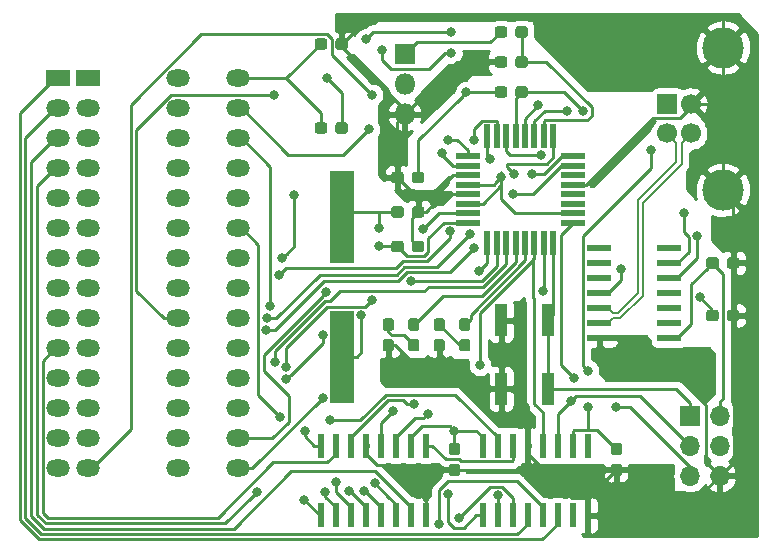
<source format=gtl>
G04 #@! TF.GenerationSoftware,KiCad,Pcbnew,(5.1.0)-1*
G04 #@! TF.CreationDate,2019-05-24T23:33:48-04:00*
G04 #@! TF.ProjectId,f-ramune_avr,662d7261-6d75-46e6-955f-6176722e6b69,rev?*
G04 #@! TF.SameCoordinates,Original*
G04 #@! TF.FileFunction,Copper,L1,Top*
G04 #@! TF.FilePolarity,Positive*
%FSLAX46Y46*%
G04 Gerber Fmt 4.6, Leading zero omitted, Abs format (unit mm)*
G04 Created by KiCad (PCBNEW (5.1.0)-1) date 2019-05-24 23:33:48*
%MOMM*%
%LPD*%
G04 APERTURE LIST*
%ADD10R,0.600000X2.000000*%
%ADD11O,2.000000X1.440000*%
%ADD12R,2.000000X1.440000*%
%ADD13R,1.700000X1.700000*%
%ADD14C,1.700000*%
%ADD15C,3.500000*%
%ADD16R,2.000000X7.875000*%
%ADD17R,1.000000X2.800000*%
%ADD18C,0.100000*%
%ADD19C,0.950000*%
%ADD20R,2.000000X0.600000*%
%ADD21R,0.550000X2.000000*%
%ADD22R,2.000000X0.550000*%
%ADD23O,1.700000X1.700000*%
%ADD24O,1.800000X1.800000*%
%ADD25R,1.800000X1.800000*%
%ADD26C,0.800000*%
%ADD27C,0.250000*%
%ADD28C,0.200000*%
%ADD29C,0.254000*%
G04 APERTURE END LIST*
D10*
X129286000Y-125890000D03*
X130556000Y-125890000D03*
X131826000Y-125890000D03*
X133096000Y-125890000D03*
X134366000Y-125890000D03*
X135636000Y-125890000D03*
X136906000Y-125890000D03*
X138176000Y-125890000D03*
X138176000Y-119982000D03*
X136906000Y-119982000D03*
X135636000Y-119982000D03*
X134366000Y-119982000D03*
X133096000Y-119982000D03*
X131826000Y-119982000D03*
X130556000Y-119982000D03*
X129286000Y-119982000D03*
D11*
X117221000Y-121920000D03*
X107061000Y-121920000D03*
X117221000Y-119380000D03*
X107061000Y-119380000D03*
X117221000Y-116840000D03*
X107061000Y-116840000D03*
X117221000Y-114300000D03*
X107061000Y-114300000D03*
X117221000Y-111760000D03*
X107061000Y-111760000D03*
X117221000Y-109220000D03*
X107061000Y-109220000D03*
X117221000Y-106680000D03*
X107061000Y-106680000D03*
X117221000Y-104140000D03*
X107061000Y-104140000D03*
X117221000Y-101600000D03*
X107061000Y-101600000D03*
X117221000Y-99060000D03*
X107061000Y-99060000D03*
X117221000Y-96520000D03*
X107061000Y-96520000D03*
X117221000Y-93980000D03*
X107061000Y-93980000D03*
X117221000Y-91440000D03*
X107061000Y-91440000D03*
X117221000Y-88900000D03*
D12*
X107061000Y-88900000D03*
D11*
X117221000Y-88900000D03*
X117221000Y-91440000D03*
X117221000Y-93980000D03*
X117221000Y-96520000D03*
X117221000Y-99060000D03*
X117221000Y-101600000D03*
X117221000Y-104140000D03*
X117221000Y-106680000D03*
X117221000Y-109220000D03*
X117221000Y-111760000D03*
X117221000Y-114300000D03*
X117221000Y-116840000D03*
X117221000Y-119380000D03*
X117221000Y-121920000D03*
X117221000Y-121920000D03*
X117221000Y-119380000D03*
X117221000Y-116840000D03*
X117221000Y-114300000D03*
X117221000Y-111760000D03*
X117221000Y-109220000D03*
X117221000Y-106680000D03*
X117221000Y-104140000D03*
X117221000Y-101600000D03*
X117221000Y-99060000D03*
X117221000Y-96520000D03*
X117221000Y-93980000D03*
X117221000Y-91440000D03*
X117221000Y-88900000D03*
X117221000Y-88900000D03*
X117221000Y-91440000D03*
X117221000Y-93980000D03*
X117221000Y-96520000D03*
X117221000Y-99060000D03*
X117221000Y-101600000D03*
X117221000Y-104140000D03*
X117221000Y-106680000D03*
X117221000Y-109220000D03*
X117221000Y-111760000D03*
X117221000Y-114300000D03*
X117221000Y-116840000D03*
X117221000Y-119380000D03*
X117221000Y-121920000D03*
D12*
X109601000Y-88900000D03*
D11*
X109601000Y-91440000D03*
X109601000Y-93980000D03*
X109601000Y-96520000D03*
X109601000Y-99060000D03*
X109601000Y-101600000D03*
X109601000Y-104140000D03*
X109601000Y-106680000D03*
X109601000Y-109220000D03*
X109601000Y-111760000D03*
X109601000Y-114300000D03*
X109601000Y-116840000D03*
X109601000Y-119380000D03*
X109601000Y-121920000D03*
X122301000Y-121920000D03*
X122301000Y-119380000D03*
X122301000Y-116840000D03*
X122301000Y-114300000D03*
X122301000Y-111760000D03*
X122301000Y-109220000D03*
X122301000Y-106680000D03*
X122301000Y-104140000D03*
X122301000Y-101600000D03*
X122301000Y-99060000D03*
X122301000Y-96520000D03*
X122301000Y-93980000D03*
X122301000Y-91440000D03*
X122301000Y-88900000D03*
X122301000Y-88900000D03*
X122301000Y-91440000D03*
X122301000Y-93980000D03*
X122301000Y-96520000D03*
X122301000Y-99060000D03*
X122301000Y-101600000D03*
X122301000Y-104140000D03*
X122301000Y-106680000D03*
X122301000Y-109220000D03*
X122301000Y-111760000D03*
X122301000Y-114300000D03*
X122301000Y-116840000D03*
X122301000Y-119380000D03*
X122301000Y-121920000D03*
X122301000Y-121920000D03*
X122301000Y-119380000D03*
X122301000Y-116840000D03*
X122301000Y-114300000D03*
X122301000Y-111760000D03*
X122301000Y-109220000D03*
X122301000Y-106680000D03*
X122301000Y-104140000D03*
X122301000Y-101600000D03*
X122301000Y-99060000D03*
X122301000Y-96520000D03*
X122301000Y-93980000D03*
X122301000Y-91440000D03*
X122301000Y-88900000D03*
X122301000Y-88900000D03*
X122301000Y-91440000D03*
X122301000Y-93980000D03*
X122301000Y-96520000D03*
X122301000Y-99060000D03*
X122301000Y-101600000D03*
X122301000Y-104140000D03*
X122301000Y-106680000D03*
X122301000Y-109220000D03*
X122301000Y-111760000D03*
X122301000Y-114300000D03*
X122301000Y-116840000D03*
X122301000Y-119380000D03*
X122301000Y-121920000D03*
D13*
X158623000Y-91059000D03*
D14*
X158623000Y-93559000D03*
X160623000Y-93559000D03*
X160623000Y-91059000D03*
D15*
X163333000Y-86289000D03*
X163333000Y-98329000D03*
D16*
X131064000Y-100615500D03*
X131064000Y-112490500D03*
D17*
X148558000Y-109368000D03*
X148558000Y-115168000D03*
X144558000Y-109368000D03*
X144558000Y-115168000D03*
D18*
G36*
X141738779Y-110968144D02*
G01*
X141761834Y-110971563D01*
X141784443Y-110977227D01*
X141806387Y-110985079D01*
X141827457Y-110995044D01*
X141847448Y-111007026D01*
X141866168Y-111020910D01*
X141883438Y-111036562D01*
X141899090Y-111053832D01*
X141912974Y-111072552D01*
X141924956Y-111092543D01*
X141934921Y-111113613D01*
X141942773Y-111135557D01*
X141948437Y-111158166D01*
X141951856Y-111181221D01*
X141953000Y-111204500D01*
X141953000Y-111779500D01*
X141951856Y-111802779D01*
X141948437Y-111825834D01*
X141942773Y-111848443D01*
X141934921Y-111870387D01*
X141924956Y-111891457D01*
X141912974Y-111911448D01*
X141899090Y-111930168D01*
X141883438Y-111947438D01*
X141866168Y-111963090D01*
X141847448Y-111976974D01*
X141827457Y-111988956D01*
X141806387Y-111998921D01*
X141784443Y-112006773D01*
X141761834Y-112012437D01*
X141738779Y-112015856D01*
X141715500Y-112017000D01*
X141240500Y-112017000D01*
X141217221Y-112015856D01*
X141194166Y-112012437D01*
X141171557Y-112006773D01*
X141149613Y-111998921D01*
X141128543Y-111988956D01*
X141108552Y-111976974D01*
X141089832Y-111963090D01*
X141072562Y-111947438D01*
X141056910Y-111930168D01*
X141043026Y-111911448D01*
X141031044Y-111891457D01*
X141021079Y-111870387D01*
X141013227Y-111848443D01*
X141007563Y-111825834D01*
X141004144Y-111802779D01*
X141003000Y-111779500D01*
X141003000Y-111204500D01*
X141004144Y-111181221D01*
X141007563Y-111158166D01*
X141013227Y-111135557D01*
X141021079Y-111113613D01*
X141031044Y-111092543D01*
X141043026Y-111072552D01*
X141056910Y-111053832D01*
X141072562Y-111036562D01*
X141089832Y-111020910D01*
X141108552Y-111007026D01*
X141128543Y-110995044D01*
X141149613Y-110985079D01*
X141171557Y-110977227D01*
X141194166Y-110971563D01*
X141217221Y-110968144D01*
X141240500Y-110967000D01*
X141715500Y-110967000D01*
X141738779Y-110968144D01*
X141738779Y-110968144D01*
G37*
D19*
X141478000Y-111492000D03*
D18*
G36*
X141738779Y-109218144D02*
G01*
X141761834Y-109221563D01*
X141784443Y-109227227D01*
X141806387Y-109235079D01*
X141827457Y-109245044D01*
X141847448Y-109257026D01*
X141866168Y-109270910D01*
X141883438Y-109286562D01*
X141899090Y-109303832D01*
X141912974Y-109322552D01*
X141924956Y-109342543D01*
X141934921Y-109363613D01*
X141942773Y-109385557D01*
X141948437Y-109408166D01*
X141951856Y-109431221D01*
X141953000Y-109454500D01*
X141953000Y-110029500D01*
X141951856Y-110052779D01*
X141948437Y-110075834D01*
X141942773Y-110098443D01*
X141934921Y-110120387D01*
X141924956Y-110141457D01*
X141912974Y-110161448D01*
X141899090Y-110180168D01*
X141883438Y-110197438D01*
X141866168Y-110213090D01*
X141847448Y-110226974D01*
X141827457Y-110238956D01*
X141806387Y-110248921D01*
X141784443Y-110256773D01*
X141761834Y-110262437D01*
X141738779Y-110265856D01*
X141715500Y-110267000D01*
X141240500Y-110267000D01*
X141217221Y-110265856D01*
X141194166Y-110262437D01*
X141171557Y-110256773D01*
X141149613Y-110248921D01*
X141128543Y-110238956D01*
X141108552Y-110226974D01*
X141089832Y-110213090D01*
X141072562Y-110197438D01*
X141056910Y-110180168D01*
X141043026Y-110161448D01*
X141031044Y-110141457D01*
X141021079Y-110120387D01*
X141013227Y-110098443D01*
X141007563Y-110075834D01*
X141004144Y-110052779D01*
X141003000Y-110029500D01*
X141003000Y-109454500D01*
X141004144Y-109431221D01*
X141007563Y-109408166D01*
X141013227Y-109385557D01*
X141021079Y-109363613D01*
X141031044Y-109342543D01*
X141043026Y-109322552D01*
X141056910Y-109303832D01*
X141072562Y-109286562D01*
X141089832Y-109270910D01*
X141108552Y-109257026D01*
X141128543Y-109245044D01*
X141149613Y-109235079D01*
X141171557Y-109227227D01*
X141194166Y-109221563D01*
X141217221Y-109218144D01*
X141240500Y-109217000D01*
X141715500Y-109217000D01*
X141738779Y-109218144D01*
X141738779Y-109218144D01*
G37*
D19*
X141478000Y-109742000D03*
D18*
G36*
X137420779Y-110968144D02*
G01*
X137443834Y-110971563D01*
X137466443Y-110977227D01*
X137488387Y-110985079D01*
X137509457Y-110995044D01*
X137529448Y-111007026D01*
X137548168Y-111020910D01*
X137565438Y-111036562D01*
X137581090Y-111053832D01*
X137594974Y-111072552D01*
X137606956Y-111092543D01*
X137616921Y-111113613D01*
X137624773Y-111135557D01*
X137630437Y-111158166D01*
X137633856Y-111181221D01*
X137635000Y-111204500D01*
X137635000Y-111779500D01*
X137633856Y-111802779D01*
X137630437Y-111825834D01*
X137624773Y-111848443D01*
X137616921Y-111870387D01*
X137606956Y-111891457D01*
X137594974Y-111911448D01*
X137581090Y-111930168D01*
X137565438Y-111947438D01*
X137548168Y-111963090D01*
X137529448Y-111976974D01*
X137509457Y-111988956D01*
X137488387Y-111998921D01*
X137466443Y-112006773D01*
X137443834Y-112012437D01*
X137420779Y-112015856D01*
X137397500Y-112017000D01*
X136922500Y-112017000D01*
X136899221Y-112015856D01*
X136876166Y-112012437D01*
X136853557Y-112006773D01*
X136831613Y-111998921D01*
X136810543Y-111988956D01*
X136790552Y-111976974D01*
X136771832Y-111963090D01*
X136754562Y-111947438D01*
X136738910Y-111930168D01*
X136725026Y-111911448D01*
X136713044Y-111891457D01*
X136703079Y-111870387D01*
X136695227Y-111848443D01*
X136689563Y-111825834D01*
X136686144Y-111802779D01*
X136685000Y-111779500D01*
X136685000Y-111204500D01*
X136686144Y-111181221D01*
X136689563Y-111158166D01*
X136695227Y-111135557D01*
X136703079Y-111113613D01*
X136713044Y-111092543D01*
X136725026Y-111072552D01*
X136738910Y-111053832D01*
X136754562Y-111036562D01*
X136771832Y-111020910D01*
X136790552Y-111007026D01*
X136810543Y-110995044D01*
X136831613Y-110985079D01*
X136853557Y-110977227D01*
X136876166Y-110971563D01*
X136899221Y-110968144D01*
X136922500Y-110967000D01*
X137397500Y-110967000D01*
X137420779Y-110968144D01*
X137420779Y-110968144D01*
G37*
D19*
X137160000Y-111492000D03*
D18*
G36*
X137420779Y-109218144D02*
G01*
X137443834Y-109221563D01*
X137466443Y-109227227D01*
X137488387Y-109235079D01*
X137509457Y-109245044D01*
X137529448Y-109257026D01*
X137548168Y-109270910D01*
X137565438Y-109286562D01*
X137581090Y-109303832D01*
X137594974Y-109322552D01*
X137606956Y-109342543D01*
X137616921Y-109363613D01*
X137624773Y-109385557D01*
X137630437Y-109408166D01*
X137633856Y-109431221D01*
X137635000Y-109454500D01*
X137635000Y-110029500D01*
X137633856Y-110052779D01*
X137630437Y-110075834D01*
X137624773Y-110098443D01*
X137616921Y-110120387D01*
X137606956Y-110141457D01*
X137594974Y-110161448D01*
X137581090Y-110180168D01*
X137565438Y-110197438D01*
X137548168Y-110213090D01*
X137529448Y-110226974D01*
X137509457Y-110238956D01*
X137488387Y-110248921D01*
X137466443Y-110256773D01*
X137443834Y-110262437D01*
X137420779Y-110265856D01*
X137397500Y-110267000D01*
X136922500Y-110267000D01*
X136899221Y-110265856D01*
X136876166Y-110262437D01*
X136853557Y-110256773D01*
X136831613Y-110248921D01*
X136810543Y-110238956D01*
X136790552Y-110226974D01*
X136771832Y-110213090D01*
X136754562Y-110197438D01*
X136738910Y-110180168D01*
X136725026Y-110161448D01*
X136713044Y-110141457D01*
X136703079Y-110120387D01*
X136695227Y-110098443D01*
X136689563Y-110075834D01*
X136686144Y-110052779D01*
X136685000Y-110029500D01*
X136685000Y-109454500D01*
X136686144Y-109431221D01*
X136689563Y-109408166D01*
X136695227Y-109385557D01*
X136703079Y-109363613D01*
X136713044Y-109342543D01*
X136725026Y-109322552D01*
X136738910Y-109303832D01*
X136754562Y-109286562D01*
X136771832Y-109270910D01*
X136790552Y-109257026D01*
X136810543Y-109245044D01*
X136831613Y-109235079D01*
X136853557Y-109227227D01*
X136876166Y-109221563D01*
X136899221Y-109218144D01*
X136922500Y-109217000D01*
X137397500Y-109217000D01*
X137420779Y-109218144D01*
X137420779Y-109218144D01*
G37*
D19*
X137160000Y-109742000D03*
D20*
X158783000Y-110871000D03*
X158783000Y-109601000D03*
X158783000Y-108331000D03*
X158783000Y-107061000D03*
X158783000Y-105791000D03*
X158783000Y-104521000D03*
X158783000Y-103251000D03*
X152875000Y-103251000D03*
X152875000Y-104521000D03*
X152875000Y-105791000D03*
X152875000Y-107061000D03*
X152875000Y-108331000D03*
X152875000Y-109601000D03*
X152875000Y-110871000D03*
D10*
X143002000Y-125890000D03*
X144272000Y-125890000D03*
X145542000Y-125890000D03*
X146812000Y-125890000D03*
X148082000Y-125890000D03*
X149352000Y-125890000D03*
X150622000Y-125890000D03*
X151892000Y-125890000D03*
X151892000Y-119982000D03*
X150622000Y-119982000D03*
X149352000Y-119982000D03*
X148082000Y-119982000D03*
X146812000Y-119982000D03*
X145542000Y-119982000D03*
X144272000Y-119982000D03*
X143002000Y-119982000D03*
D21*
X143377000Y-93794000D03*
X144177000Y-93794000D03*
X144977000Y-93794000D03*
X145777000Y-93794000D03*
X146577000Y-93794000D03*
X147377000Y-93794000D03*
X148177000Y-93794000D03*
X148977000Y-93794000D03*
D22*
X150681000Y-95498000D03*
X150681000Y-96298000D03*
X150681000Y-97098000D03*
X150681000Y-97898000D03*
X150681000Y-98698000D03*
X150681000Y-99498000D03*
X150681000Y-100298000D03*
X150681000Y-101098000D03*
D21*
X148977000Y-102802000D03*
X148177000Y-102802000D03*
X147377000Y-102802000D03*
X146577000Y-102802000D03*
X145777000Y-102802000D03*
X144977000Y-102802000D03*
X144177000Y-102802000D03*
X143377000Y-102802000D03*
D22*
X141732000Y-101098000D03*
X141732000Y-100298000D03*
X141732000Y-99498000D03*
X141732000Y-98698000D03*
X141732000Y-97898000D03*
X141732000Y-97098000D03*
X141732000Y-96298000D03*
X141732000Y-95498000D03*
D18*
G36*
X144850779Y-89569144D02*
G01*
X144873834Y-89572563D01*
X144896443Y-89578227D01*
X144918387Y-89586079D01*
X144939457Y-89596044D01*
X144959448Y-89608026D01*
X144978168Y-89621910D01*
X144995438Y-89637562D01*
X145011090Y-89654832D01*
X145024974Y-89673552D01*
X145036956Y-89693543D01*
X145046921Y-89714613D01*
X145054773Y-89736557D01*
X145060437Y-89759166D01*
X145063856Y-89782221D01*
X145065000Y-89805500D01*
X145065000Y-90280500D01*
X145063856Y-90303779D01*
X145060437Y-90326834D01*
X145054773Y-90349443D01*
X145046921Y-90371387D01*
X145036956Y-90392457D01*
X145024974Y-90412448D01*
X145011090Y-90431168D01*
X144995438Y-90448438D01*
X144978168Y-90464090D01*
X144959448Y-90477974D01*
X144939457Y-90489956D01*
X144918387Y-90499921D01*
X144896443Y-90507773D01*
X144873834Y-90513437D01*
X144850779Y-90516856D01*
X144827500Y-90518000D01*
X144252500Y-90518000D01*
X144229221Y-90516856D01*
X144206166Y-90513437D01*
X144183557Y-90507773D01*
X144161613Y-90499921D01*
X144140543Y-90489956D01*
X144120552Y-90477974D01*
X144101832Y-90464090D01*
X144084562Y-90448438D01*
X144068910Y-90431168D01*
X144055026Y-90412448D01*
X144043044Y-90392457D01*
X144033079Y-90371387D01*
X144025227Y-90349443D01*
X144019563Y-90326834D01*
X144016144Y-90303779D01*
X144015000Y-90280500D01*
X144015000Y-89805500D01*
X144016144Y-89782221D01*
X144019563Y-89759166D01*
X144025227Y-89736557D01*
X144033079Y-89714613D01*
X144043044Y-89693543D01*
X144055026Y-89673552D01*
X144068910Y-89654832D01*
X144084562Y-89637562D01*
X144101832Y-89621910D01*
X144120552Y-89608026D01*
X144140543Y-89596044D01*
X144161613Y-89586079D01*
X144183557Y-89578227D01*
X144206166Y-89572563D01*
X144229221Y-89569144D01*
X144252500Y-89568000D01*
X144827500Y-89568000D01*
X144850779Y-89569144D01*
X144850779Y-89569144D01*
G37*
D19*
X144540000Y-90043000D03*
D18*
G36*
X146600779Y-89569144D02*
G01*
X146623834Y-89572563D01*
X146646443Y-89578227D01*
X146668387Y-89586079D01*
X146689457Y-89596044D01*
X146709448Y-89608026D01*
X146728168Y-89621910D01*
X146745438Y-89637562D01*
X146761090Y-89654832D01*
X146774974Y-89673552D01*
X146786956Y-89693543D01*
X146796921Y-89714613D01*
X146804773Y-89736557D01*
X146810437Y-89759166D01*
X146813856Y-89782221D01*
X146815000Y-89805500D01*
X146815000Y-90280500D01*
X146813856Y-90303779D01*
X146810437Y-90326834D01*
X146804773Y-90349443D01*
X146796921Y-90371387D01*
X146786956Y-90392457D01*
X146774974Y-90412448D01*
X146761090Y-90431168D01*
X146745438Y-90448438D01*
X146728168Y-90464090D01*
X146709448Y-90477974D01*
X146689457Y-90489956D01*
X146668387Y-90499921D01*
X146646443Y-90507773D01*
X146623834Y-90513437D01*
X146600779Y-90516856D01*
X146577500Y-90518000D01*
X146002500Y-90518000D01*
X145979221Y-90516856D01*
X145956166Y-90513437D01*
X145933557Y-90507773D01*
X145911613Y-90499921D01*
X145890543Y-90489956D01*
X145870552Y-90477974D01*
X145851832Y-90464090D01*
X145834562Y-90448438D01*
X145818910Y-90431168D01*
X145805026Y-90412448D01*
X145793044Y-90392457D01*
X145783079Y-90371387D01*
X145775227Y-90349443D01*
X145769563Y-90326834D01*
X145766144Y-90303779D01*
X145765000Y-90280500D01*
X145765000Y-89805500D01*
X145766144Y-89782221D01*
X145769563Y-89759166D01*
X145775227Y-89736557D01*
X145783079Y-89714613D01*
X145793044Y-89693543D01*
X145805026Y-89673552D01*
X145818910Y-89654832D01*
X145834562Y-89637562D01*
X145851832Y-89621910D01*
X145870552Y-89608026D01*
X145890543Y-89596044D01*
X145911613Y-89586079D01*
X145933557Y-89578227D01*
X145956166Y-89572563D01*
X145979221Y-89569144D01*
X146002500Y-89568000D01*
X146577500Y-89568000D01*
X146600779Y-89569144D01*
X146600779Y-89569144D01*
G37*
D19*
X146290000Y-90043000D03*
D18*
G36*
X129610779Y-92617144D02*
G01*
X129633834Y-92620563D01*
X129656443Y-92626227D01*
X129678387Y-92634079D01*
X129699457Y-92644044D01*
X129719448Y-92656026D01*
X129738168Y-92669910D01*
X129755438Y-92685562D01*
X129771090Y-92702832D01*
X129784974Y-92721552D01*
X129796956Y-92741543D01*
X129806921Y-92762613D01*
X129814773Y-92784557D01*
X129820437Y-92807166D01*
X129823856Y-92830221D01*
X129825000Y-92853500D01*
X129825000Y-93328500D01*
X129823856Y-93351779D01*
X129820437Y-93374834D01*
X129814773Y-93397443D01*
X129806921Y-93419387D01*
X129796956Y-93440457D01*
X129784974Y-93460448D01*
X129771090Y-93479168D01*
X129755438Y-93496438D01*
X129738168Y-93512090D01*
X129719448Y-93525974D01*
X129699457Y-93537956D01*
X129678387Y-93547921D01*
X129656443Y-93555773D01*
X129633834Y-93561437D01*
X129610779Y-93564856D01*
X129587500Y-93566000D01*
X129012500Y-93566000D01*
X128989221Y-93564856D01*
X128966166Y-93561437D01*
X128943557Y-93555773D01*
X128921613Y-93547921D01*
X128900543Y-93537956D01*
X128880552Y-93525974D01*
X128861832Y-93512090D01*
X128844562Y-93496438D01*
X128828910Y-93479168D01*
X128815026Y-93460448D01*
X128803044Y-93440457D01*
X128793079Y-93419387D01*
X128785227Y-93397443D01*
X128779563Y-93374834D01*
X128776144Y-93351779D01*
X128775000Y-93328500D01*
X128775000Y-92853500D01*
X128776144Y-92830221D01*
X128779563Y-92807166D01*
X128785227Y-92784557D01*
X128793079Y-92762613D01*
X128803044Y-92741543D01*
X128815026Y-92721552D01*
X128828910Y-92702832D01*
X128844562Y-92685562D01*
X128861832Y-92669910D01*
X128880552Y-92656026D01*
X128900543Y-92644044D01*
X128921613Y-92634079D01*
X128943557Y-92626227D01*
X128966166Y-92620563D01*
X128989221Y-92617144D01*
X129012500Y-92616000D01*
X129587500Y-92616000D01*
X129610779Y-92617144D01*
X129610779Y-92617144D01*
G37*
D19*
X129300000Y-93091000D03*
D18*
G36*
X131360779Y-92617144D02*
G01*
X131383834Y-92620563D01*
X131406443Y-92626227D01*
X131428387Y-92634079D01*
X131449457Y-92644044D01*
X131469448Y-92656026D01*
X131488168Y-92669910D01*
X131505438Y-92685562D01*
X131521090Y-92702832D01*
X131534974Y-92721552D01*
X131546956Y-92741543D01*
X131556921Y-92762613D01*
X131564773Y-92784557D01*
X131570437Y-92807166D01*
X131573856Y-92830221D01*
X131575000Y-92853500D01*
X131575000Y-93328500D01*
X131573856Y-93351779D01*
X131570437Y-93374834D01*
X131564773Y-93397443D01*
X131556921Y-93419387D01*
X131546956Y-93440457D01*
X131534974Y-93460448D01*
X131521090Y-93479168D01*
X131505438Y-93496438D01*
X131488168Y-93512090D01*
X131469448Y-93525974D01*
X131449457Y-93537956D01*
X131428387Y-93547921D01*
X131406443Y-93555773D01*
X131383834Y-93561437D01*
X131360779Y-93564856D01*
X131337500Y-93566000D01*
X130762500Y-93566000D01*
X130739221Y-93564856D01*
X130716166Y-93561437D01*
X130693557Y-93555773D01*
X130671613Y-93547921D01*
X130650543Y-93537956D01*
X130630552Y-93525974D01*
X130611832Y-93512090D01*
X130594562Y-93496438D01*
X130578910Y-93479168D01*
X130565026Y-93460448D01*
X130553044Y-93440457D01*
X130543079Y-93419387D01*
X130535227Y-93397443D01*
X130529563Y-93374834D01*
X130526144Y-93351779D01*
X130525000Y-93328500D01*
X130525000Y-92853500D01*
X130526144Y-92830221D01*
X130529563Y-92807166D01*
X130535227Y-92784557D01*
X130543079Y-92762613D01*
X130553044Y-92741543D01*
X130565026Y-92721552D01*
X130578910Y-92702832D01*
X130594562Y-92685562D01*
X130611832Y-92669910D01*
X130630552Y-92656026D01*
X130650543Y-92644044D01*
X130671613Y-92634079D01*
X130693557Y-92626227D01*
X130716166Y-92620563D01*
X130739221Y-92617144D01*
X130762500Y-92616000D01*
X131337500Y-92616000D01*
X131360779Y-92617144D01*
X131360779Y-92617144D01*
G37*
D19*
X131050000Y-93091000D03*
D18*
G36*
X144850779Y-84489144D02*
G01*
X144873834Y-84492563D01*
X144896443Y-84498227D01*
X144918387Y-84506079D01*
X144939457Y-84516044D01*
X144959448Y-84528026D01*
X144978168Y-84541910D01*
X144995438Y-84557562D01*
X145011090Y-84574832D01*
X145024974Y-84593552D01*
X145036956Y-84613543D01*
X145046921Y-84634613D01*
X145054773Y-84656557D01*
X145060437Y-84679166D01*
X145063856Y-84702221D01*
X145065000Y-84725500D01*
X145065000Y-85200500D01*
X145063856Y-85223779D01*
X145060437Y-85246834D01*
X145054773Y-85269443D01*
X145046921Y-85291387D01*
X145036956Y-85312457D01*
X145024974Y-85332448D01*
X145011090Y-85351168D01*
X144995438Y-85368438D01*
X144978168Y-85384090D01*
X144959448Y-85397974D01*
X144939457Y-85409956D01*
X144918387Y-85419921D01*
X144896443Y-85427773D01*
X144873834Y-85433437D01*
X144850779Y-85436856D01*
X144827500Y-85438000D01*
X144252500Y-85438000D01*
X144229221Y-85436856D01*
X144206166Y-85433437D01*
X144183557Y-85427773D01*
X144161613Y-85419921D01*
X144140543Y-85409956D01*
X144120552Y-85397974D01*
X144101832Y-85384090D01*
X144084562Y-85368438D01*
X144068910Y-85351168D01*
X144055026Y-85332448D01*
X144043044Y-85312457D01*
X144033079Y-85291387D01*
X144025227Y-85269443D01*
X144019563Y-85246834D01*
X144016144Y-85223779D01*
X144015000Y-85200500D01*
X144015000Y-84725500D01*
X144016144Y-84702221D01*
X144019563Y-84679166D01*
X144025227Y-84656557D01*
X144033079Y-84634613D01*
X144043044Y-84613543D01*
X144055026Y-84593552D01*
X144068910Y-84574832D01*
X144084562Y-84557562D01*
X144101832Y-84541910D01*
X144120552Y-84528026D01*
X144140543Y-84516044D01*
X144161613Y-84506079D01*
X144183557Y-84498227D01*
X144206166Y-84492563D01*
X144229221Y-84489144D01*
X144252500Y-84488000D01*
X144827500Y-84488000D01*
X144850779Y-84489144D01*
X144850779Y-84489144D01*
G37*
D19*
X144540000Y-84963000D03*
D18*
G36*
X146600779Y-84489144D02*
G01*
X146623834Y-84492563D01*
X146646443Y-84498227D01*
X146668387Y-84506079D01*
X146689457Y-84516044D01*
X146709448Y-84528026D01*
X146728168Y-84541910D01*
X146745438Y-84557562D01*
X146761090Y-84574832D01*
X146774974Y-84593552D01*
X146786956Y-84613543D01*
X146796921Y-84634613D01*
X146804773Y-84656557D01*
X146810437Y-84679166D01*
X146813856Y-84702221D01*
X146815000Y-84725500D01*
X146815000Y-85200500D01*
X146813856Y-85223779D01*
X146810437Y-85246834D01*
X146804773Y-85269443D01*
X146796921Y-85291387D01*
X146786956Y-85312457D01*
X146774974Y-85332448D01*
X146761090Y-85351168D01*
X146745438Y-85368438D01*
X146728168Y-85384090D01*
X146709448Y-85397974D01*
X146689457Y-85409956D01*
X146668387Y-85419921D01*
X146646443Y-85427773D01*
X146623834Y-85433437D01*
X146600779Y-85436856D01*
X146577500Y-85438000D01*
X146002500Y-85438000D01*
X145979221Y-85436856D01*
X145956166Y-85433437D01*
X145933557Y-85427773D01*
X145911613Y-85419921D01*
X145890543Y-85409956D01*
X145870552Y-85397974D01*
X145851832Y-85384090D01*
X145834562Y-85368438D01*
X145818910Y-85351168D01*
X145805026Y-85332448D01*
X145793044Y-85312457D01*
X145783079Y-85291387D01*
X145775227Y-85269443D01*
X145769563Y-85246834D01*
X145766144Y-85223779D01*
X145765000Y-85200500D01*
X145765000Y-84725500D01*
X145766144Y-84702221D01*
X145769563Y-84679166D01*
X145775227Y-84656557D01*
X145783079Y-84634613D01*
X145793044Y-84613543D01*
X145805026Y-84593552D01*
X145818910Y-84574832D01*
X145834562Y-84557562D01*
X145851832Y-84541910D01*
X145870552Y-84528026D01*
X145890543Y-84516044D01*
X145911613Y-84506079D01*
X145933557Y-84498227D01*
X145956166Y-84492563D01*
X145979221Y-84489144D01*
X146002500Y-84488000D01*
X146577500Y-84488000D01*
X146600779Y-84489144D01*
X146600779Y-84489144D01*
G37*
D19*
X146290000Y-84963000D03*
D18*
G36*
X144850779Y-87029144D02*
G01*
X144873834Y-87032563D01*
X144896443Y-87038227D01*
X144918387Y-87046079D01*
X144939457Y-87056044D01*
X144959448Y-87068026D01*
X144978168Y-87081910D01*
X144995438Y-87097562D01*
X145011090Y-87114832D01*
X145024974Y-87133552D01*
X145036956Y-87153543D01*
X145046921Y-87174613D01*
X145054773Y-87196557D01*
X145060437Y-87219166D01*
X145063856Y-87242221D01*
X145065000Y-87265500D01*
X145065000Y-87740500D01*
X145063856Y-87763779D01*
X145060437Y-87786834D01*
X145054773Y-87809443D01*
X145046921Y-87831387D01*
X145036956Y-87852457D01*
X145024974Y-87872448D01*
X145011090Y-87891168D01*
X144995438Y-87908438D01*
X144978168Y-87924090D01*
X144959448Y-87937974D01*
X144939457Y-87949956D01*
X144918387Y-87959921D01*
X144896443Y-87967773D01*
X144873834Y-87973437D01*
X144850779Y-87976856D01*
X144827500Y-87978000D01*
X144252500Y-87978000D01*
X144229221Y-87976856D01*
X144206166Y-87973437D01*
X144183557Y-87967773D01*
X144161613Y-87959921D01*
X144140543Y-87949956D01*
X144120552Y-87937974D01*
X144101832Y-87924090D01*
X144084562Y-87908438D01*
X144068910Y-87891168D01*
X144055026Y-87872448D01*
X144043044Y-87852457D01*
X144033079Y-87831387D01*
X144025227Y-87809443D01*
X144019563Y-87786834D01*
X144016144Y-87763779D01*
X144015000Y-87740500D01*
X144015000Y-87265500D01*
X144016144Y-87242221D01*
X144019563Y-87219166D01*
X144025227Y-87196557D01*
X144033079Y-87174613D01*
X144043044Y-87153543D01*
X144055026Y-87133552D01*
X144068910Y-87114832D01*
X144084562Y-87097562D01*
X144101832Y-87081910D01*
X144120552Y-87068026D01*
X144140543Y-87056044D01*
X144161613Y-87046079D01*
X144183557Y-87038227D01*
X144206166Y-87032563D01*
X144229221Y-87029144D01*
X144252500Y-87028000D01*
X144827500Y-87028000D01*
X144850779Y-87029144D01*
X144850779Y-87029144D01*
G37*
D19*
X144540000Y-87503000D03*
D18*
G36*
X146600779Y-87029144D02*
G01*
X146623834Y-87032563D01*
X146646443Y-87038227D01*
X146668387Y-87046079D01*
X146689457Y-87056044D01*
X146709448Y-87068026D01*
X146728168Y-87081910D01*
X146745438Y-87097562D01*
X146761090Y-87114832D01*
X146774974Y-87133552D01*
X146786956Y-87153543D01*
X146796921Y-87174613D01*
X146804773Y-87196557D01*
X146810437Y-87219166D01*
X146813856Y-87242221D01*
X146815000Y-87265500D01*
X146815000Y-87740500D01*
X146813856Y-87763779D01*
X146810437Y-87786834D01*
X146804773Y-87809443D01*
X146796921Y-87831387D01*
X146786956Y-87852457D01*
X146774974Y-87872448D01*
X146761090Y-87891168D01*
X146745438Y-87908438D01*
X146728168Y-87924090D01*
X146709448Y-87937974D01*
X146689457Y-87949956D01*
X146668387Y-87959921D01*
X146646443Y-87967773D01*
X146623834Y-87973437D01*
X146600779Y-87976856D01*
X146577500Y-87978000D01*
X146002500Y-87978000D01*
X145979221Y-87976856D01*
X145956166Y-87973437D01*
X145933557Y-87967773D01*
X145911613Y-87959921D01*
X145890543Y-87949956D01*
X145870552Y-87937974D01*
X145851832Y-87924090D01*
X145834562Y-87908438D01*
X145818910Y-87891168D01*
X145805026Y-87872448D01*
X145793044Y-87852457D01*
X145783079Y-87831387D01*
X145775227Y-87809443D01*
X145769563Y-87786834D01*
X145766144Y-87763779D01*
X145765000Y-87740500D01*
X145765000Y-87265500D01*
X145766144Y-87242221D01*
X145769563Y-87219166D01*
X145775227Y-87196557D01*
X145783079Y-87174613D01*
X145793044Y-87153543D01*
X145805026Y-87133552D01*
X145818910Y-87114832D01*
X145834562Y-87097562D01*
X145851832Y-87081910D01*
X145870552Y-87068026D01*
X145890543Y-87056044D01*
X145911613Y-87046079D01*
X145933557Y-87038227D01*
X145956166Y-87032563D01*
X145979221Y-87029144D01*
X146002500Y-87028000D01*
X146577500Y-87028000D01*
X146600779Y-87029144D01*
X146600779Y-87029144D01*
G37*
D19*
X146290000Y-87503000D03*
D18*
G36*
X139579779Y-110968144D02*
G01*
X139602834Y-110971563D01*
X139625443Y-110977227D01*
X139647387Y-110985079D01*
X139668457Y-110995044D01*
X139688448Y-111007026D01*
X139707168Y-111020910D01*
X139724438Y-111036562D01*
X139740090Y-111053832D01*
X139753974Y-111072552D01*
X139765956Y-111092543D01*
X139775921Y-111113613D01*
X139783773Y-111135557D01*
X139789437Y-111158166D01*
X139792856Y-111181221D01*
X139794000Y-111204500D01*
X139794000Y-111779500D01*
X139792856Y-111802779D01*
X139789437Y-111825834D01*
X139783773Y-111848443D01*
X139775921Y-111870387D01*
X139765956Y-111891457D01*
X139753974Y-111911448D01*
X139740090Y-111930168D01*
X139724438Y-111947438D01*
X139707168Y-111963090D01*
X139688448Y-111976974D01*
X139668457Y-111988956D01*
X139647387Y-111998921D01*
X139625443Y-112006773D01*
X139602834Y-112012437D01*
X139579779Y-112015856D01*
X139556500Y-112017000D01*
X139081500Y-112017000D01*
X139058221Y-112015856D01*
X139035166Y-112012437D01*
X139012557Y-112006773D01*
X138990613Y-111998921D01*
X138969543Y-111988956D01*
X138949552Y-111976974D01*
X138930832Y-111963090D01*
X138913562Y-111947438D01*
X138897910Y-111930168D01*
X138884026Y-111911448D01*
X138872044Y-111891457D01*
X138862079Y-111870387D01*
X138854227Y-111848443D01*
X138848563Y-111825834D01*
X138845144Y-111802779D01*
X138844000Y-111779500D01*
X138844000Y-111204500D01*
X138845144Y-111181221D01*
X138848563Y-111158166D01*
X138854227Y-111135557D01*
X138862079Y-111113613D01*
X138872044Y-111092543D01*
X138884026Y-111072552D01*
X138897910Y-111053832D01*
X138913562Y-111036562D01*
X138930832Y-111020910D01*
X138949552Y-111007026D01*
X138969543Y-110995044D01*
X138990613Y-110985079D01*
X139012557Y-110977227D01*
X139035166Y-110971563D01*
X139058221Y-110968144D01*
X139081500Y-110967000D01*
X139556500Y-110967000D01*
X139579779Y-110968144D01*
X139579779Y-110968144D01*
G37*
D19*
X139319000Y-111492000D03*
D18*
G36*
X139579779Y-109218144D02*
G01*
X139602834Y-109221563D01*
X139625443Y-109227227D01*
X139647387Y-109235079D01*
X139668457Y-109245044D01*
X139688448Y-109257026D01*
X139707168Y-109270910D01*
X139724438Y-109286562D01*
X139740090Y-109303832D01*
X139753974Y-109322552D01*
X139765956Y-109342543D01*
X139775921Y-109363613D01*
X139783773Y-109385557D01*
X139789437Y-109408166D01*
X139792856Y-109431221D01*
X139794000Y-109454500D01*
X139794000Y-110029500D01*
X139792856Y-110052779D01*
X139789437Y-110075834D01*
X139783773Y-110098443D01*
X139775921Y-110120387D01*
X139765956Y-110141457D01*
X139753974Y-110161448D01*
X139740090Y-110180168D01*
X139724438Y-110197438D01*
X139707168Y-110213090D01*
X139688448Y-110226974D01*
X139668457Y-110238956D01*
X139647387Y-110248921D01*
X139625443Y-110256773D01*
X139602834Y-110262437D01*
X139579779Y-110265856D01*
X139556500Y-110267000D01*
X139081500Y-110267000D01*
X139058221Y-110265856D01*
X139035166Y-110262437D01*
X139012557Y-110256773D01*
X138990613Y-110248921D01*
X138969543Y-110238956D01*
X138949552Y-110226974D01*
X138930832Y-110213090D01*
X138913562Y-110197438D01*
X138897910Y-110180168D01*
X138884026Y-110161448D01*
X138872044Y-110141457D01*
X138862079Y-110120387D01*
X138854227Y-110098443D01*
X138848563Y-110075834D01*
X138845144Y-110052779D01*
X138844000Y-110029500D01*
X138844000Y-109454500D01*
X138845144Y-109431221D01*
X138848563Y-109408166D01*
X138854227Y-109385557D01*
X138862079Y-109363613D01*
X138872044Y-109342543D01*
X138884026Y-109322552D01*
X138897910Y-109303832D01*
X138913562Y-109286562D01*
X138930832Y-109270910D01*
X138949552Y-109257026D01*
X138969543Y-109245044D01*
X138990613Y-109235079D01*
X139012557Y-109227227D01*
X139035166Y-109221563D01*
X139058221Y-109218144D01*
X139081500Y-109217000D01*
X139556500Y-109217000D01*
X139579779Y-109218144D01*
X139579779Y-109218144D01*
G37*
D19*
X139319000Y-109742000D03*
D18*
G36*
X135261779Y-110968144D02*
G01*
X135284834Y-110971563D01*
X135307443Y-110977227D01*
X135329387Y-110985079D01*
X135350457Y-110995044D01*
X135370448Y-111007026D01*
X135389168Y-111020910D01*
X135406438Y-111036562D01*
X135422090Y-111053832D01*
X135435974Y-111072552D01*
X135447956Y-111092543D01*
X135457921Y-111113613D01*
X135465773Y-111135557D01*
X135471437Y-111158166D01*
X135474856Y-111181221D01*
X135476000Y-111204500D01*
X135476000Y-111779500D01*
X135474856Y-111802779D01*
X135471437Y-111825834D01*
X135465773Y-111848443D01*
X135457921Y-111870387D01*
X135447956Y-111891457D01*
X135435974Y-111911448D01*
X135422090Y-111930168D01*
X135406438Y-111947438D01*
X135389168Y-111963090D01*
X135370448Y-111976974D01*
X135350457Y-111988956D01*
X135329387Y-111998921D01*
X135307443Y-112006773D01*
X135284834Y-112012437D01*
X135261779Y-112015856D01*
X135238500Y-112017000D01*
X134763500Y-112017000D01*
X134740221Y-112015856D01*
X134717166Y-112012437D01*
X134694557Y-112006773D01*
X134672613Y-111998921D01*
X134651543Y-111988956D01*
X134631552Y-111976974D01*
X134612832Y-111963090D01*
X134595562Y-111947438D01*
X134579910Y-111930168D01*
X134566026Y-111911448D01*
X134554044Y-111891457D01*
X134544079Y-111870387D01*
X134536227Y-111848443D01*
X134530563Y-111825834D01*
X134527144Y-111802779D01*
X134526000Y-111779500D01*
X134526000Y-111204500D01*
X134527144Y-111181221D01*
X134530563Y-111158166D01*
X134536227Y-111135557D01*
X134544079Y-111113613D01*
X134554044Y-111092543D01*
X134566026Y-111072552D01*
X134579910Y-111053832D01*
X134595562Y-111036562D01*
X134612832Y-111020910D01*
X134631552Y-111007026D01*
X134651543Y-110995044D01*
X134672613Y-110985079D01*
X134694557Y-110977227D01*
X134717166Y-110971563D01*
X134740221Y-110968144D01*
X134763500Y-110967000D01*
X135238500Y-110967000D01*
X135261779Y-110968144D01*
X135261779Y-110968144D01*
G37*
D19*
X135001000Y-111492000D03*
D18*
G36*
X135261779Y-109218144D02*
G01*
X135284834Y-109221563D01*
X135307443Y-109227227D01*
X135329387Y-109235079D01*
X135350457Y-109245044D01*
X135370448Y-109257026D01*
X135389168Y-109270910D01*
X135406438Y-109286562D01*
X135422090Y-109303832D01*
X135435974Y-109322552D01*
X135447956Y-109342543D01*
X135457921Y-109363613D01*
X135465773Y-109385557D01*
X135471437Y-109408166D01*
X135474856Y-109431221D01*
X135476000Y-109454500D01*
X135476000Y-110029500D01*
X135474856Y-110052779D01*
X135471437Y-110075834D01*
X135465773Y-110098443D01*
X135457921Y-110120387D01*
X135447956Y-110141457D01*
X135435974Y-110161448D01*
X135422090Y-110180168D01*
X135406438Y-110197438D01*
X135389168Y-110213090D01*
X135370448Y-110226974D01*
X135350457Y-110238956D01*
X135329387Y-110248921D01*
X135307443Y-110256773D01*
X135284834Y-110262437D01*
X135261779Y-110265856D01*
X135238500Y-110267000D01*
X134763500Y-110267000D01*
X134740221Y-110265856D01*
X134717166Y-110262437D01*
X134694557Y-110256773D01*
X134672613Y-110248921D01*
X134651543Y-110238956D01*
X134631552Y-110226974D01*
X134612832Y-110213090D01*
X134595562Y-110197438D01*
X134579910Y-110180168D01*
X134566026Y-110161448D01*
X134554044Y-110141457D01*
X134544079Y-110120387D01*
X134536227Y-110098443D01*
X134530563Y-110075834D01*
X134527144Y-110052779D01*
X134526000Y-110029500D01*
X134526000Y-109454500D01*
X134527144Y-109431221D01*
X134530563Y-109408166D01*
X134536227Y-109385557D01*
X134544079Y-109363613D01*
X134554044Y-109342543D01*
X134566026Y-109322552D01*
X134579910Y-109303832D01*
X134595562Y-109286562D01*
X134612832Y-109270910D01*
X134631552Y-109257026D01*
X134651543Y-109245044D01*
X134672613Y-109235079D01*
X134694557Y-109227227D01*
X134717166Y-109221563D01*
X134740221Y-109218144D01*
X134763500Y-109217000D01*
X135238500Y-109217000D01*
X135261779Y-109218144D01*
X135261779Y-109218144D01*
G37*
D19*
X135001000Y-109742000D03*
D18*
G36*
X131360779Y-85505144D02*
G01*
X131383834Y-85508563D01*
X131406443Y-85514227D01*
X131428387Y-85522079D01*
X131449457Y-85532044D01*
X131469448Y-85544026D01*
X131488168Y-85557910D01*
X131505438Y-85573562D01*
X131521090Y-85590832D01*
X131534974Y-85609552D01*
X131546956Y-85629543D01*
X131556921Y-85650613D01*
X131564773Y-85672557D01*
X131570437Y-85695166D01*
X131573856Y-85718221D01*
X131575000Y-85741500D01*
X131575000Y-86216500D01*
X131573856Y-86239779D01*
X131570437Y-86262834D01*
X131564773Y-86285443D01*
X131556921Y-86307387D01*
X131546956Y-86328457D01*
X131534974Y-86348448D01*
X131521090Y-86367168D01*
X131505438Y-86384438D01*
X131488168Y-86400090D01*
X131469448Y-86413974D01*
X131449457Y-86425956D01*
X131428387Y-86435921D01*
X131406443Y-86443773D01*
X131383834Y-86449437D01*
X131360779Y-86452856D01*
X131337500Y-86454000D01*
X130762500Y-86454000D01*
X130739221Y-86452856D01*
X130716166Y-86449437D01*
X130693557Y-86443773D01*
X130671613Y-86435921D01*
X130650543Y-86425956D01*
X130630552Y-86413974D01*
X130611832Y-86400090D01*
X130594562Y-86384438D01*
X130578910Y-86367168D01*
X130565026Y-86348448D01*
X130553044Y-86328457D01*
X130543079Y-86307387D01*
X130535227Y-86285443D01*
X130529563Y-86262834D01*
X130526144Y-86239779D01*
X130525000Y-86216500D01*
X130525000Y-85741500D01*
X130526144Y-85718221D01*
X130529563Y-85695166D01*
X130535227Y-85672557D01*
X130543079Y-85650613D01*
X130553044Y-85629543D01*
X130565026Y-85609552D01*
X130578910Y-85590832D01*
X130594562Y-85573562D01*
X130611832Y-85557910D01*
X130630552Y-85544026D01*
X130650543Y-85532044D01*
X130671613Y-85522079D01*
X130693557Y-85514227D01*
X130716166Y-85508563D01*
X130739221Y-85505144D01*
X130762500Y-85504000D01*
X131337500Y-85504000D01*
X131360779Y-85505144D01*
X131360779Y-85505144D01*
G37*
D19*
X131050000Y-85979000D03*
D18*
G36*
X129610779Y-85505144D02*
G01*
X129633834Y-85508563D01*
X129656443Y-85514227D01*
X129678387Y-85522079D01*
X129699457Y-85532044D01*
X129719448Y-85544026D01*
X129738168Y-85557910D01*
X129755438Y-85573562D01*
X129771090Y-85590832D01*
X129784974Y-85609552D01*
X129796956Y-85629543D01*
X129806921Y-85650613D01*
X129814773Y-85672557D01*
X129820437Y-85695166D01*
X129823856Y-85718221D01*
X129825000Y-85741500D01*
X129825000Y-86216500D01*
X129823856Y-86239779D01*
X129820437Y-86262834D01*
X129814773Y-86285443D01*
X129806921Y-86307387D01*
X129796956Y-86328457D01*
X129784974Y-86348448D01*
X129771090Y-86367168D01*
X129755438Y-86384438D01*
X129738168Y-86400090D01*
X129719448Y-86413974D01*
X129699457Y-86425956D01*
X129678387Y-86435921D01*
X129656443Y-86443773D01*
X129633834Y-86449437D01*
X129610779Y-86452856D01*
X129587500Y-86454000D01*
X129012500Y-86454000D01*
X128989221Y-86452856D01*
X128966166Y-86449437D01*
X128943557Y-86443773D01*
X128921613Y-86435921D01*
X128900543Y-86425956D01*
X128880552Y-86413974D01*
X128861832Y-86400090D01*
X128844562Y-86384438D01*
X128828910Y-86367168D01*
X128815026Y-86348448D01*
X128803044Y-86328457D01*
X128793079Y-86307387D01*
X128785227Y-86285443D01*
X128779563Y-86262834D01*
X128776144Y-86239779D01*
X128775000Y-86216500D01*
X128775000Y-85741500D01*
X128776144Y-85718221D01*
X128779563Y-85695166D01*
X128785227Y-85672557D01*
X128793079Y-85650613D01*
X128803044Y-85629543D01*
X128815026Y-85609552D01*
X128828910Y-85590832D01*
X128844562Y-85573562D01*
X128861832Y-85557910D01*
X128880552Y-85544026D01*
X128900543Y-85532044D01*
X128921613Y-85522079D01*
X128943557Y-85514227D01*
X128966166Y-85508563D01*
X128989221Y-85505144D01*
X129012500Y-85504000D01*
X129587500Y-85504000D01*
X129610779Y-85505144D01*
X129610779Y-85505144D01*
G37*
D19*
X129300000Y-85979000D03*
D18*
G36*
X154565779Y-121509144D02*
G01*
X154588834Y-121512563D01*
X154611443Y-121518227D01*
X154633387Y-121526079D01*
X154654457Y-121536044D01*
X154674448Y-121548026D01*
X154693168Y-121561910D01*
X154710438Y-121577562D01*
X154726090Y-121594832D01*
X154739974Y-121613552D01*
X154751956Y-121633543D01*
X154761921Y-121654613D01*
X154769773Y-121676557D01*
X154775437Y-121699166D01*
X154778856Y-121722221D01*
X154780000Y-121745500D01*
X154780000Y-122320500D01*
X154778856Y-122343779D01*
X154775437Y-122366834D01*
X154769773Y-122389443D01*
X154761921Y-122411387D01*
X154751956Y-122432457D01*
X154739974Y-122452448D01*
X154726090Y-122471168D01*
X154710438Y-122488438D01*
X154693168Y-122504090D01*
X154674448Y-122517974D01*
X154654457Y-122529956D01*
X154633387Y-122539921D01*
X154611443Y-122547773D01*
X154588834Y-122553437D01*
X154565779Y-122556856D01*
X154542500Y-122558000D01*
X154067500Y-122558000D01*
X154044221Y-122556856D01*
X154021166Y-122553437D01*
X153998557Y-122547773D01*
X153976613Y-122539921D01*
X153955543Y-122529956D01*
X153935552Y-122517974D01*
X153916832Y-122504090D01*
X153899562Y-122488438D01*
X153883910Y-122471168D01*
X153870026Y-122452448D01*
X153858044Y-122432457D01*
X153848079Y-122411387D01*
X153840227Y-122389443D01*
X153834563Y-122366834D01*
X153831144Y-122343779D01*
X153830000Y-122320500D01*
X153830000Y-121745500D01*
X153831144Y-121722221D01*
X153834563Y-121699166D01*
X153840227Y-121676557D01*
X153848079Y-121654613D01*
X153858044Y-121633543D01*
X153870026Y-121613552D01*
X153883910Y-121594832D01*
X153899562Y-121577562D01*
X153916832Y-121561910D01*
X153935552Y-121548026D01*
X153955543Y-121536044D01*
X153976613Y-121526079D01*
X153998557Y-121518227D01*
X154021166Y-121512563D01*
X154044221Y-121509144D01*
X154067500Y-121508000D01*
X154542500Y-121508000D01*
X154565779Y-121509144D01*
X154565779Y-121509144D01*
G37*
D19*
X154305000Y-122033000D03*
D18*
G36*
X154565779Y-119759144D02*
G01*
X154588834Y-119762563D01*
X154611443Y-119768227D01*
X154633387Y-119776079D01*
X154654457Y-119786044D01*
X154674448Y-119798026D01*
X154693168Y-119811910D01*
X154710438Y-119827562D01*
X154726090Y-119844832D01*
X154739974Y-119863552D01*
X154751956Y-119883543D01*
X154761921Y-119904613D01*
X154769773Y-119926557D01*
X154775437Y-119949166D01*
X154778856Y-119972221D01*
X154780000Y-119995500D01*
X154780000Y-120570500D01*
X154778856Y-120593779D01*
X154775437Y-120616834D01*
X154769773Y-120639443D01*
X154761921Y-120661387D01*
X154751956Y-120682457D01*
X154739974Y-120702448D01*
X154726090Y-120721168D01*
X154710438Y-120738438D01*
X154693168Y-120754090D01*
X154674448Y-120767974D01*
X154654457Y-120779956D01*
X154633387Y-120789921D01*
X154611443Y-120797773D01*
X154588834Y-120803437D01*
X154565779Y-120806856D01*
X154542500Y-120808000D01*
X154067500Y-120808000D01*
X154044221Y-120806856D01*
X154021166Y-120803437D01*
X153998557Y-120797773D01*
X153976613Y-120789921D01*
X153955543Y-120779956D01*
X153935552Y-120767974D01*
X153916832Y-120754090D01*
X153899562Y-120738438D01*
X153883910Y-120721168D01*
X153870026Y-120702448D01*
X153858044Y-120682457D01*
X153848079Y-120661387D01*
X153840227Y-120639443D01*
X153834563Y-120616834D01*
X153831144Y-120593779D01*
X153830000Y-120570500D01*
X153830000Y-119995500D01*
X153831144Y-119972221D01*
X153834563Y-119949166D01*
X153840227Y-119926557D01*
X153848079Y-119904613D01*
X153858044Y-119883543D01*
X153870026Y-119863552D01*
X153883910Y-119844832D01*
X153899562Y-119827562D01*
X153916832Y-119811910D01*
X153935552Y-119798026D01*
X153955543Y-119786044D01*
X153976613Y-119776079D01*
X153998557Y-119768227D01*
X154021166Y-119762563D01*
X154044221Y-119759144D01*
X154067500Y-119758000D01*
X154542500Y-119758000D01*
X154565779Y-119759144D01*
X154565779Y-119759144D01*
G37*
D19*
X154305000Y-120283000D03*
D18*
G36*
X140849779Y-121509144D02*
G01*
X140872834Y-121512563D01*
X140895443Y-121518227D01*
X140917387Y-121526079D01*
X140938457Y-121536044D01*
X140958448Y-121548026D01*
X140977168Y-121561910D01*
X140994438Y-121577562D01*
X141010090Y-121594832D01*
X141023974Y-121613552D01*
X141035956Y-121633543D01*
X141045921Y-121654613D01*
X141053773Y-121676557D01*
X141059437Y-121699166D01*
X141062856Y-121722221D01*
X141064000Y-121745500D01*
X141064000Y-122320500D01*
X141062856Y-122343779D01*
X141059437Y-122366834D01*
X141053773Y-122389443D01*
X141045921Y-122411387D01*
X141035956Y-122432457D01*
X141023974Y-122452448D01*
X141010090Y-122471168D01*
X140994438Y-122488438D01*
X140977168Y-122504090D01*
X140958448Y-122517974D01*
X140938457Y-122529956D01*
X140917387Y-122539921D01*
X140895443Y-122547773D01*
X140872834Y-122553437D01*
X140849779Y-122556856D01*
X140826500Y-122558000D01*
X140351500Y-122558000D01*
X140328221Y-122556856D01*
X140305166Y-122553437D01*
X140282557Y-122547773D01*
X140260613Y-122539921D01*
X140239543Y-122529956D01*
X140219552Y-122517974D01*
X140200832Y-122504090D01*
X140183562Y-122488438D01*
X140167910Y-122471168D01*
X140154026Y-122452448D01*
X140142044Y-122432457D01*
X140132079Y-122411387D01*
X140124227Y-122389443D01*
X140118563Y-122366834D01*
X140115144Y-122343779D01*
X140114000Y-122320500D01*
X140114000Y-121745500D01*
X140115144Y-121722221D01*
X140118563Y-121699166D01*
X140124227Y-121676557D01*
X140132079Y-121654613D01*
X140142044Y-121633543D01*
X140154026Y-121613552D01*
X140167910Y-121594832D01*
X140183562Y-121577562D01*
X140200832Y-121561910D01*
X140219552Y-121548026D01*
X140239543Y-121536044D01*
X140260613Y-121526079D01*
X140282557Y-121518227D01*
X140305166Y-121512563D01*
X140328221Y-121509144D01*
X140351500Y-121508000D01*
X140826500Y-121508000D01*
X140849779Y-121509144D01*
X140849779Y-121509144D01*
G37*
D19*
X140589000Y-122033000D03*
D18*
G36*
X140849779Y-119759144D02*
G01*
X140872834Y-119762563D01*
X140895443Y-119768227D01*
X140917387Y-119776079D01*
X140938457Y-119786044D01*
X140958448Y-119798026D01*
X140977168Y-119811910D01*
X140994438Y-119827562D01*
X141010090Y-119844832D01*
X141023974Y-119863552D01*
X141035956Y-119883543D01*
X141045921Y-119904613D01*
X141053773Y-119926557D01*
X141059437Y-119949166D01*
X141062856Y-119972221D01*
X141064000Y-119995500D01*
X141064000Y-120570500D01*
X141062856Y-120593779D01*
X141059437Y-120616834D01*
X141053773Y-120639443D01*
X141045921Y-120661387D01*
X141035956Y-120682457D01*
X141023974Y-120702448D01*
X141010090Y-120721168D01*
X140994438Y-120738438D01*
X140977168Y-120754090D01*
X140958448Y-120767974D01*
X140938457Y-120779956D01*
X140917387Y-120789921D01*
X140895443Y-120797773D01*
X140872834Y-120803437D01*
X140849779Y-120806856D01*
X140826500Y-120808000D01*
X140351500Y-120808000D01*
X140328221Y-120806856D01*
X140305166Y-120803437D01*
X140282557Y-120797773D01*
X140260613Y-120789921D01*
X140239543Y-120779956D01*
X140219552Y-120767974D01*
X140200832Y-120754090D01*
X140183562Y-120738438D01*
X140167910Y-120721168D01*
X140154026Y-120702448D01*
X140142044Y-120682457D01*
X140132079Y-120661387D01*
X140124227Y-120639443D01*
X140118563Y-120616834D01*
X140115144Y-120593779D01*
X140114000Y-120570500D01*
X140114000Y-119995500D01*
X140115144Y-119972221D01*
X140118563Y-119949166D01*
X140124227Y-119926557D01*
X140132079Y-119904613D01*
X140142044Y-119883543D01*
X140154026Y-119863552D01*
X140167910Y-119844832D01*
X140183562Y-119827562D01*
X140200832Y-119811910D01*
X140219552Y-119798026D01*
X140239543Y-119786044D01*
X140260613Y-119776079D01*
X140282557Y-119768227D01*
X140305166Y-119762563D01*
X140328221Y-119759144D01*
X140351500Y-119758000D01*
X140826500Y-119758000D01*
X140849779Y-119759144D01*
X140849779Y-119759144D01*
G37*
D19*
X140589000Y-120283000D03*
D18*
G36*
X136087779Y-102650144D02*
G01*
X136110834Y-102653563D01*
X136133443Y-102659227D01*
X136155387Y-102667079D01*
X136176457Y-102677044D01*
X136196448Y-102689026D01*
X136215168Y-102702910D01*
X136232438Y-102718562D01*
X136248090Y-102735832D01*
X136261974Y-102754552D01*
X136273956Y-102774543D01*
X136283921Y-102795613D01*
X136291773Y-102817557D01*
X136297437Y-102840166D01*
X136300856Y-102863221D01*
X136302000Y-102886500D01*
X136302000Y-103361500D01*
X136300856Y-103384779D01*
X136297437Y-103407834D01*
X136291773Y-103430443D01*
X136283921Y-103452387D01*
X136273956Y-103473457D01*
X136261974Y-103493448D01*
X136248090Y-103512168D01*
X136232438Y-103529438D01*
X136215168Y-103545090D01*
X136196448Y-103558974D01*
X136176457Y-103570956D01*
X136155387Y-103580921D01*
X136133443Y-103588773D01*
X136110834Y-103594437D01*
X136087779Y-103597856D01*
X136064500Y-103599000D01*
X135489500Y-103599000D01*
X135466221Y-103597856D01*
X135443166Y-103594437D01*
X135420557Y-103588773D01*
X135398613Y-103580921D01*
X135377543Y-103570956D01*
X135357552Y-103558974D01*
X135338832Y-103545090D01*
X135321562Y-103529438D01*
X135305910Y-103512168D01*
X135292026Y-103493448D01*
X135280044Y-103473457D01*
X135270079Y-103452387D01*
X135262227Y-103430443D01*
X135256563Y-103407834D01*
X135253144Y-103384779D01*
X135252000Y-103361500D01*
X135252000Y-102886500D01*
X135253144Y-102863221D01*
X135256563Y-102840166D01*
X135262227Y-102817557D01*
X135270079Y-102795613D01*
X135280044Y-102774543D01*
X135292026Y-102754552D01*
X135305910Y-102735832D01*
X135321562Y-102718562D01*
X135338832Y-102702910D01*
X135357552Y-102689026D01*
X135377543Y-102677044D01*
X135398613Y-102667079D01*
X135420557Y-102659227D01*
X135443166Y-102653563D01*
X135466221Y-102650144D01*
X135489500Y-102649000D01*
X136064500Y-102649000D01*
X136087779Y-102650144D01*
X136087779Y-102650144D01*
G37*
D19*
X135777000Y-103124000D03*
D18*
G36*
X137837779Y-102650144D02*
G01*
X137860834Y-102653563D01*
X137883443Y-102659227D01*
X137905387Y-102667079D01*
X137926457Y-102677044D01*
X137946448Y-102689026D01*
X137965168Y-102702910D01*
X137982438Y-102718562D01*
X137998090Y-102735832D01*
X138011974Y-102754552D01*
X138023956Y-102774543D01*
X138033921Y-102795613D01*
X138041773Y-102817557D01*
X138047437Y-102840166D01*
X138050856Y-102863221D01*
X138052000Y-102886500D01*
X138052000Y-103361500D01*
X138050856Y-103384779D01*
X138047437Y-103407834D01*
X138041773Y-103430443D01*
X138033921Y-103452387D01*
X138023956Y-103473457D01*
X138011974Y-103493448D01*
X137998090Y-103512168D01*
X137982438Y-103529438D01*
X137965168Y-103545090D01*
X137946448Y-103558974D01*
X137926457Y-103570956D01*
X137905387Y-103580921D01*
X137883443Y-103588773D01*
X137860834Y-103594437D01*
X137837779Y-103597856D01*
X137814500Y-103599000D01*
X137239500Y-103599000D01*
X137216221Y-103597856D01*
X137193166Y-103594437D01*
X137170557Y-103588773D01*
X137148613Y-103580921D01*
X137127543Y-103570956D01*
X137107552Y-103558974D01*
X137088832Y-103545090D01*
X137071562Y-103529438D01*
X137055910Y-103512168D01*
X137042026Y-103493448D01*
X137030044Y-103473457D01*
X137020079Y-103452387D01*
X137012227Y-103430443D01*
X137006563Y-103407834D01*
X137003144Y-103384779D01*
X137002000Y-103361500D01*
X137002000Y-102886500D01*
X137003144Y-102863221D01*
X137006563Y-102840166D01*
X137012227Y-102817557D01*
X137020079Y-102795613D01*
X137030044Y-102774543D01*
X137042026Y-102754552D01*
X137055910Y-102735832D01*
X137071562Y-102718562D01*
X137088832Y-102702910D01*
X137107552Y-102689026D01*
X137127543Y-102677044D01*
X137148613Y-102667079D01*
X137170557Y-102659227D01*
X137193166Y-102653563D01*
X137216221Y-102650144D01*
X137239500Y-102649000D01*
X137814500Y-102649000D01*
X137837779Y-102650144D01*
X137837779Y-102650144D01*
G37*
D19*
X137527000Y-103124000D03*
D18*
G36*
X136087779Y-99729144D02*
G01*
X136110834Y-99732563D01*
X136133443Y-99738227D01*
X136155387Y-99746079D01*
X136176457Y-99756044D01*
X136196448Y-99768026D01*
X136215168Y-99781910D01*
X136232438Y-99797562D01*
X136248090Y-99814832D01*
X136261974Y-99833552D01*
X136273956Y-99853543D01*
X136283921Y-99874613D01*
X136291773Y-99896557D01*
X136297437Y-99919166D01*
X136300856Y-99942221D01*
X136302000Y-99965500D01*
X136302000Y-100440500D01*
X136300856Y-100463779D01*
X136297437Y-100486834D01*
X136291773Y-100509443D01*
X136283921Y-100531387D01*
X136273956Y-100552457D01*
X136261974Y-100572448D01*
X136248090Y-100591168D01*
X136232438Y-100608438D01*
X136215168Y-100624090D01*
X136196448Y-100637974D01*
X136176457Y-100649956D01*
X136155387Y-100659921D01*
X136133443Y-100667773D01*
X136110834Y-100673437D01*
X136087779Y-100676856D01*
X136064500Y-100678000D01*
X135489500Y-100678000D01*
X135466221Y-100676856D01*
X135443166Y-100673437D01*
X135420557Y-100667773D01*
X135398613Y-100659921D01*
X135377543Y-100649956D01*
X135357552Y-100637974D01*
X135338832Y-100624090D01*
X135321562Y-100608438D01*
X135305910Y-100591168D01*
X135292026Y-100572448D01*
X135280044Y-100552457D01*
X135270079Y-100531387D01*
X135262227Y-100509443D01*
X135256563Y-100486834D01*
X135253144Y-100463779D01*
X135252000Y-100440500D01*
X135252000Y-99965500D01*
X135253144Y-99942221D01*
X135256563Y-99919166D01*
X135262227Y-99896557D01*
X135270079Y-99874613D01*
X135280044Y-99853543D01*
X135292026Y-99833552D01*
X135305910Y-99814832D01*
X135321562Y-99797562D01*
X135338832Y-99781910D01*
X135357552Y-99768026D01*
X135377543Y-99756044D01*
X135398613Y-99746079D01*
X135420557Y-99738227D01*
X135443166Y-99732563D01*
X135466221Y-99729144D01*
X135489500Y-99728000D01*
X136064500Y-99728000D01*
X136087779Y-99729144D01*
X136087779Y-99729144D01*
G37*
D19*
X135777000Y-100203000D03*
D18*
G36*
X137837779Y-99729144D02*
G01*
X137860834Y-99732563D01*
X137883443Y-99738227D01*
X137905387Y-99746079D01*
X137926457Y-99756044D01*
X137946448Y-99768026D01*
X137965168Y-99781910D01*
X137982438Y-99797562D01*
X137998090Y-99814832D01*
X138011974Y-99833552D01*
X138023956Y-99853543D01*
X138033921Y-99874613D01*
X138041773Y-99896557D01*
X138047437Y-99919166D01*
X138050856Y-99942221D01*
X138052000Y-99965500D01*
X138052000Y-100440500D01*
X138050856Y-100463779D01*
X138047437Y-100486834D01*
X138041773Y-100509443D01*
X138033921Y-100531387D01*
X138023956Y-100552457D01*
X138011974Y-100572448D01*
X137998090Y-100591168D01*
X137982438Y-100608438D01*
X137965168Y-100624090D01*
X137946448Y-100637974D01*
X137926457Y-100649956D01*
X137905387Y-100659921D01*
X137883443Y-100667773D01*
X137860834Y-100673437D01*
X137837779Y-100676856D01*
X137814500Y-100678000D01*
X137239500Y-100678000D01*
X137216221Y-100676856D01*
X137193166Y-100673437D01*
X137170557Y-100667773D01*
X137148613Y-100659921D01*
X137127543Y-100649956D01*
X137107552Y-100637974D01*
X137088832Y-100624090D01*
X137071562Y-100608438D01*
X137055910Y-100591168D01*
X137042026Y-100572448D01*
X137030044Y-100552457D01*
X137020079Y-100531387D01*
X137012227Y-100509443D01*
X137006563Y-100486834D01*
X137003144Y-100463779D01*
X137002000Y-100440500D01*
X137002000Y-99965500D01*
X137003144Y-99942221D01*
X137006563Y-99919166D01*
X137012227Y-99896557D01*
X137020079Y-99874613D01*
X137030044Y-99853543D01*
X137042026Y-99833552D01*
X137055910Y-99814832D01*
X137071562Y-99797562D01*
X137088832Y-99781910D01*
X137107552Y-99768026D01*
X137127543Y-99756044D01*
X137148613Y-99746079D01*
X137170557Y-99738227D01*
X137193166Y-99732563D01*
X137216221Y-99729144D01*
X137239500Y-99728000D01*
X137814500Y-99728000D01*
X137837779Y-99729144D01*
X137837779Y-99729144D01*
G37*
D19*
X137527000Y-100203000D03*
D18*
G36*
X164507779Y-108492144D02*
G01*
X164530834Y-108495563D01*
X164553443Y-108501227D01*
X164575387Y-108509079D01*
X164596457Y-108519044D01*
X164616448Y-108531026D01*
X164635168Y-108544910D01*
X164652438Y-108560562D01*
X164668090Y-108577832D01*
X164681974Y-108596552D01*
X164693956Y-108616543D01*
X164703921Y-108637613D01*
X164711773Y-108659557D01*
X164717437Y-108682166D01*
X164720856Y-108705221D01*
X164722000Y-108728500D01*
X164722000Y-109203500D01*
X164720856Y-109226779D01*
X164717437Y-109249834D01*
X164711773Y-109272443D01*
X164703921Y-109294387D01*
X164693956Y-109315457D01*
X164681974Y-109335448D01*
X164668090Y-109354168D01*
X164652438Y-109371438D01*
X164635168Y-109387090D01*
X164616448Y-109400974D01*
X164596457Y-109412956D01*
X164575387Y-109422921D01*
X164553443Y-109430773D01*
X164530834Y-109436437D01*
X164507779Y-109439856D01*
X164484500Y-109441000D01*
X163909500Y-109441000D01*
X163886221Y-109439856D01*
X163863166Y-109436437D01*
X163840557Y-109430773D01*
X163818613Y-109422921D01*
X163797543Y-109412956D01*
X163777552Y-109400974D01*
X163758832Y-109387090D01*
X163741562Y-109371438D01*
X163725910Y-109354168D01*
X163712026Y-109335448D01*
X163700044Y-109315457D01*
X163690079Y-109294387D01*
X163682227Y-109272443D01*
X163676563Y-109249834D01*
X163673144Y-109226779D01*
X163672000Y-109203500D01*
X163672000Y-108728500D01*
X163673144Y-108705221D01*
X163676563Y-108682166D01*
X163682227Y-108659557D01*
X163690079Y-108637613D01*
X163700044Y-108616543D01*
X163712026Y-108596552D01*
X163725910Y-108577832D01*
X163741562Y-108560562D01*
X163758832Y-108544910D01*
X163777552Y-108531026D01*
X163797543Y-108519044D01*
X163818613Y-108509079D01*
X163840557Y-108501227D01*
X163863166Y-108495563D01*
X163886221Y-108492144D01*
X163909500Y-108491000D01*
X164484500Y-108491000D01*
X164507779Y-108492144D01*
X164507779Y-108492144D01*
G37*
D19*
X164197000Y-108966000D03*
D18*
G36*
X162757779Y-108492144D02*
G01*
X162780834Y-108495563D01*
X162803443Y-108501227D01*
X162825387Y-108509079D01*
X162846457Y-108519044D01*
X162866448Y-108531026D01*
X162885168Y-108544910D01*
X162902438Y-108560562D01*
X162918090Y-108577832D01*
X162931974Y-108596552D01*
X162943956Y-108616543D01*
X162953921Y-108637613D01*
X162961773Y-108659557D01*
X162967437Y-108682166D01*
X162970856Y-108705221D01*
X162972000Y-108728500D01*
X162972000Y-109203500D01*
X162970856Y-109226779D01*
X162967437Y-109249834D01*
X162961773Y-109272443D01*
X162953921Y-109294387D01*
X162943956Y-109315457D01*
X162931974Y-109335448D01*
X162918090Y-109354168D01*
X162902438Y-109371438D01*
X162885168Y-109387090D01*
X162866448Y-109400974D01*
X162846457Y-109412956D01*
X162825387Y-109422921D01*
X162803443Y-109430773D01*
X162780834Y-109436437D01*
X162757779Y-109439856D01*
X162734500Y-109441000D01*
X162159500Y-109441000D01*
X162136221Y-109439856D01*
X162113166Y-109436437D01*
X162090557Y-109430773D01*
X162068613Y-109422921D01*
X162047543Y-109412956D01*
X162027552Y-109400974D01*
X162008832Y-109387090D01*
X161991562Y-109371438D01*
X161975910Y-109354168D01*
X161962026Y-109335448D01*
X161950044Y-109315457D01*
X161940079Y-109294387D01*
X161932227Y-109272443D01*
X161926563Y-109249834D01*
X161923144Y-109226779D01*
X161922000Y-109203500D01*
X161922000Y-108728500D01*
X161923144Y-108705221D01*
X161926563Y-108682166D01*
X161932227Y-108659557D01*
X161940079Y-108637613D01*
X161950044Y-108616543D01*
X161962026Y-108596552D01*
X161975910Y-108577832D01*
X161991562Y-108560562D01*
X162008832Y-108544910D01*
X162027552Y-108531026D01*
X162047543Y-108519044D01*
X162068613Y-108509079D01*
X162090557Y-108501227D01*
X162113166Y-108495563D01*
X162136221Y-108492144D01*
X162159500Y-108491000D01*
X162734500Y-108491000D01*
X162757779Y-108492144D01*
X162757779Y-108492144D01*
G37*
D19*
X162447000Y-108966000D03*
D18*
G36*
X162757779Y-104047144D02*
G01*
X162780834Y-104050563D01*
X162803443Y-104056227D01*
X162825387Y-104064079D01*
X162846457Y-104074044D01*
X162866448Y-104086026D01*
X162885168Y-104099910D01*
X162902438Y-104115562D01*
X162918090Y-104132832D01*
X162931974Y-104151552D01*
X162943956Y-104171543D01*
X162953921Y-104192613D01*
X162961773Y-104214557D01*
X162967437Y-104237166D01*
X162970856Y-104260221D01*
X162972000Y-104283500D01*
X162972000Y-104758500D01*
X162970856Y-104781779D01*
X162967437Y-104804834D01*
X162961773Y-104827443D01*
X162953921Y-104849387D01*
X162943956Y-104870457D01*
X162931974Y-104890448D01*
X162918090Y-104909168D01*
X162902438Y-104926438D01*
X162885168Y-104942090D01*
X162866448Y-104955974D01*
X162846457Y-104967956D01*
X162825387Y-104977921D01*
X162803443Y-104985773D01*
X162780834Y-104991437D01*
X162757779Y-104994856D01*
X162734500Y-104996000D01*
X162159500Y-104996000D01*
X162136221Y-104994856D01*
X162113166Y-104991437D01*
X162090557Y-104985773D01*
X162068613Y-104977921D01*
X162047543Y-104967956D01*
X162027552Y-104955974D01*
X162008832Y-104942090D01*
X161991562Y-104926438D01*
X161975910Y-104909168D01*
X161962026Y-104890448D01*
X161950044Y-104870457D01*
X161940079Y-104849387D01*
X161932227Y-104827443D01*
X161926563Y-104804834D01*
X161923144Y-104781779D01*
X161922000Y-104758500D01*
X161922000Y-104283500D01*
X161923144Y-104260221D01*
X161926563Y-104237166D01*
X161932227Y-104214557D01*
X161940079Y-104192613D01*
X161950044Y-104171543D01*
X161962026Y-104151552D01*
X161975910Y-104132832D01*
X161991562Y-104115562D01*
X162008832Y-104099910D01*
X162027552Y-104086026D01*
X162047543Y-104074044D01*
X162068613Y-104064079D01*
X162090557Y-104056227D01*
X162113166Y-104050563D01*
X162136221Y-104047144D01*
X162159500Y-104046000D01*
X162734500Y-104046000D01*
X162757779Y-104047144D01*
X162757779Y-104047144D01*
G37*
D19*
X162447000Y-104521000D03*
D18*
G36*
X164507779Y-104047144D02*
G01*
X164530834Y-104050563D01*
X164553443Y-104056227D01*
X164575387Y-104064079D01*
X164596457Y-104074044D01*
X164616448Y-104086026D01*
X164635168Y-104099910D01*
X164652438Y-104115562D01*
X164668090Y-104132832D01*
X164681974Y-104151552D01*
X164693956Y-104171543D01*
X164703921Y-104192613D01*
X164711773Y-104214557D01*
X164717437Y-104237166D01*
X164720856Y-104260221D01*
X164722000Y-104283500D01*
X164722000Y-104758500D01*
X164720856Y-104781779D01*
X164717437Y-104804834D01*
X164711773Y-104827443D01*
X164703921Y-104849387D01*
X164693956Y-104870457D01*
X164681974Y-104890448D01*
X164668090Y-104909168D01*
X164652438Y-104926438D01*
X164635168Y-104942090D01*
X164616448Y-104955974D01*
X164596457Y-104967956D01*
X164575387Y-104977921D01*
X164553443Y-104985773D01*
X164530834Y-104991437D01*
X164507779Y-104994856D01*
X164484500Y-104996000D01*
X163909500Y-104996000D01*
X163886221Y-104994856D01*
X163863166Y-104991437D01*
X163840557Y-104985773D01*
X163818613Y-104977921D01*
X163797543Y-104967956D01*
X163777552Y-104955974D01*
X163758832Y-104942090D01*
X163741562Y-104926438D01*
X163725910Y-104909168D01*
X163712026Y-104890448D01*
X163700044Y-104870457D01*
X163690079Y-104849387D01*
X163682227Y-104827443D01*
X163676563Y-104804834D01*
X163673144Y-104781779D01*
X163672000Y-104758500D01*
X163672000Y-104283500D01*
X163673144Y-104260221D01*
X163676563Y-104237166D01*
X163682227Y-104214557D01*
X163690079Y-104192613D01*
X163700044Y-104171543D01*
X163712026Y-104151552D01*
X163725910Y-104132832D01*
X163741562Y-104115562D01*
X163758832Y-104099910D01*
X163777552Y-104086026D01*
X163797543Y-104074044D01*
X163818613Y-104064079D01*
X163840557Y-104056227D01*
X163863166Y-104050563D01*
X163886221Y-104047144D01*
X163909500Y-104046000D01*
X164484500Y-104046000D01*
X164507779Y-104047144D01*
X164507779Y-104047144D01*
G37*
D19*
X164197000Y-104521000D03*
D18*
G36*
X137837779Y-96808144D02*
G01*
X137860834Y-96811563D01*
X137883443Y-96817227D01*
X137905387Y-96825079D01*
X137926457Y-96835044D01*
X137946448Y-96847026D01*
X137965168Y-96860910D01*
X137982438Y-96876562D01*
X137998090Y-96893832D01*
X138011974Y-96912552D01*
X138023956Y-96932543D01*
X138033921Y-96953613D01*
X138041773Y-96975557D01*
X138047437Y-96998166D01*
X138050856Y-97021221D01*
X138052000Y-97044500D01*
X138052000Y-97519500D01*
X138050856Y-97542779D01*
X138047437Y-97565834D01*
X138041773Y-97588443D01*
X138033921Y-97610387D01*
X138023956Y-97631457D01*
X138011974Y-97651448D01*
X137998090Y-97670168D01*
X137982438Y-97687438D01*
X137965168Y-97703090D01*
X137946448Y-97716974D01*
X137926457Y-97728956D01*
X137905387Y-97738921D01*
X137883443Y-97746773D01*
X137860834Y-97752437D01*
X137837779Y-97755856D01*
X137814500Y-97757000D01*
X137239500Y-97757000D01*
X137216221Y-97755856D01*
X137193166Y-97752437D01*
X137170557Y-97746773D01*
X137148613Y-97738921D01*
X137127543Y-97728956D01*
X137107552Y-97716974D01*
X137088832Y-97703090D01*
X137071562Y-97687438D01*
X137055910Y-97670168D01*
X137042026Y-97651448D01*
X137030044Y-97631457D01*
X137020079Y-97610387D01*
X137012227Y-97588443D01*
X137006563Y-97565834D01*
X137003144Y-97542779D01*
X137002000Y-97519500D01*
X137002000Y-97044500D01*
X137003144Y-97021221D01*
X137006563Y-96998166D01*
X137012227Y-96975557D01*
X137020079Y-96953613D01*
X137030044Y-96932543D01*
X137042026Y-96912552D01*
X137055910Y-96893832D01*
X137071562Y-96876562D01*
X137088832Y-96860910D01*
X137107552Y-96847026D01*
X137127543Y-96835044D01*
X137148613Y-96825079D01*
X137170557Y-96817227D01*
X137193166Y-96811563D01*
X137216221Y-96808144D01*
X137239500Y-96807000D01*
X137814500Y-96807000D01*
X137837779Y-96808144D01*
X137837779Y-96808144D01*
G37*
D19*
X137527000Y-97282000D03*
D18*
G36*
X136087779Y-96808144D02*
G01*
X136110834Y-96811563D01*
X136133443Y-96817227D01*
X136155387Y-96825079D01*
X136176457Y-96835044D01*
X136196448Y-96847026D01*
X136215168Y-96860910D01*
X136232438Y-96876562D01*
X136248090Y-96893832D01*
X136261974Y-96912552D01*
X136273956Y-96932543D01*
X136283921Y-96953613D01*
X136291773Y-96975557D01*
X136297437Y-96998166D01*
X136300856Y-97021221D01*
X136302000Y-97044500D01*
X136302000Y-97519500D01*
X136300856Y-97542779D01*
X136297437Y-97565834D01*
X136291773Y-97588443D01*
X136283921Y-97610387D01*
X136273956Y-97631457D01*
X136261974Y-97651448D01*
X136248090Y-97670168D01*
X136232438Y-97687438D01*
X136215168Y-97703090D01*
X136196448Y-97716974D01*
X136176457Y-97728956D01*
X136155387Y-97738921D01*
X136133443Y-97746773D01*
X136110834Y-97752437D01*
X136087779Y-97755856D01*
X136064500Y-97757000D01*
X135489500Y-97757000D01*
X135466221Y-97755856D01*
X135443166Y-97752437D01*
X135420557Y-97746773D01*
X135398613Y-97738921D01*
X135377543Y-97728956D01*
X135357552Y-97716974D01*
X135338832Y-97703090D01*
X135321562Y-97687438D01*
X135305910Y-97670168D01*
X135292026Y-97651448D01*
X135280044Y-97631457D01*
X135270079Y-97610387D01*
X135262227Y-97588443D01*
X135256563Y-97565834D01*
X135253144Y-97542779D01*
X135252000Y-97519500D01*
X135252000Y-97044500D01*
X135253144Y-97021221D01*
X135256563Y-96998166D01*
X135262227Y-96975557D01*
X135270079Y-96953613D01*
X135280044Y-96932543D01*
X135292026Y-96912552D01*
X135305910Y-96893832D01*
X135321562Y-96876562D01*
X135338832Y-96860910D01*
X135357552Y-96847026D01*
X135377543Y-96835044D01*
X135398613Y-96825079D01*
X135420557Y-96817227D01*
X135443166Y-96811563D01*
X135466221Y-96808144D01*
X135489500Y-96807000D01*
X136064500Y-96807000D01*
X136087779Y-96808144D01*
X136087779Y-96808144D01*
G37*
D19*
X135777000Y-97282000D03*
D13*
X160528000Y-117475000D03*
D23*
X163068000Y-117475000D03*
X160528000Y-120015000D03*
X163068000Y-120015000D03*
X160528000Y-122555000D03*
X163068000Y-122555000D03*
D24*
X136398000Y-91948000D03*
X136398000Y-89408000D03*
D25*
X136398000Y-86868000D03*
D26*
X151892000Y-116713000D03*
X140589000Y-118745000D03*
X127932043Y-118745000D03*
X141605014Y-90043000D03*
X144526000Y-97281996D03*
X161417000Y-107442000D03*
X154686000Y-105029000D03*
X134239000Y-101599990D03*
X137958990Y-101623402D03*
X132715000Y-108966000D03*
X134239000Y-103124000D03*
X151511000Y-91694000D03*
X154305000Y-116713000D03*
X151892000Y-113665000D03*
X157226026Y-94996000D03*
X137160000Y-116459000D03*
X148082000Y-106934006D03*
X150495000Y-116205000D03*
X150749013Y-114300013D03*
X138339961Y-117274011D03*
X133603992Y-90297000D03*
X150114000Y-91694000D03*
X140335000Y-84963000D03*
X133096000Y-85598000D03*
X129794000Y-88900000D03*
X125349000Y-90297000D03*
X142748002Y-113156994D03*
X135382000Y-117094000D03*
X133858000Y-123190000D03*
X123856571Y-123903151D03*
X132969000Y-123825000D03*
X131699000Y-123825000D03*
X130556000Y-123063000D03*
X129667000Y-123952000D03*
X127889000Y-124587000D03*
X130048002Y-117856000D03*
X139308196Y-126624512D03*
X124967988Y-108204000D03*
X140970000Y-126111006D03*
X125857000Y-117602000D03*
X144272000Y-124205988D03*
X140081000Y-124079000D03*
X140081000Y-94107010D03*
X129463988Y-115951000D03*
X139573000Y-95250000D03*
X129753655Y-106983665D03*
X124677010Y-110236000D03*
X142240000Y-103287990D03*
X145669000Y-97028000D03*
X129445021Y-110617000D03*
X126343998Y-114368686D03*
X142706128Y-105205978D03*
X147193000Y-97028000D03*
X124714000Y-109220000D03*
X141958724Y-102034147D03*
X126302624Y-113369530D03*
X136901340Y-106040340D03*
X133604000Y-107659010D03*
X125730000Y-105537000D03*
X140208000Y-101854000D03*
X145542000Y-98715990D03*
X125410497Y-112917719D03*
X140335000Y-86741000D03*
X147701000Y-91186000D03*
X134493000Y-86487000D03*
X127000000Y-98806000D03*
X125983998Y-104140000D03*
X143637000Y-95758000D03*
X133350000Y-93218000D03*
X142240000Y-94106998D03*
X161162998Y-102234998D03*
X160020000Y-100330000D03*
X147955000Y-95394032D03*
D27*
X163333000Y-86289000D02*
X163333000Y-88763873D01*
X161836081Y-91048000D02*
X163333000Y-91048000D01*
X161825081Y-91059000D02*
X161836081Y-91048000D01*
X160623000Y-91059000D02*
X161825081Y-91059000D01*
X163333000Y-88763873D02*
X163333000Y-91048000D01*
X163333000Y-91048000D02*
X163333000Y-98329000D01*
X164197000Y-108391000D02*
X164197000Y-104521000D01*
X164197000Y-108966000D02*
X164197000Y-108391000D01*
X164197000Y-99193000D02*
X163333000Y-98329000D01*
X164197000Y-104521000D02*
X164197000Y-99193000D01*
X163333000Y-83814127D02*
X163211873Y-83693000D01*
X163333000Y-86289000D02*
X163333000Y-83814127D01*
X133336000Y-83693000D02*
X131050000Y-85979000D01*
X163211873Y-83693000D02*
X133336000Y-83693000D01*
X135777000Y-92569000D02*
X136398000Y-91948000D01*
X135777000Y-97282000D02*
X135777000Y-92569000D01*
X137527000Y-99032000D02*
X135777000Y-97282000D01*
X137527000Y-100203000D02*
X137527000Y-99032000D01*
X137527000Y-99628000D02*
X137527000Y-100203000D01*
X137527000Y-99418000D02*
X137527000Y-99628000D01*
X163917999Y-121705001D02*
X163068000Y-122555000D01*
X164243001Y-121379999D02*
X163917999Y-121705001D01*
X164243001Y-109587001D02*
X164243001Y-121379999D01*
X164197000Y-109541000D02*
X164243001Y-109587001D01*
X164197000Y-108966000D02*
X164197000Y-109541000D01*
X159733000Y-125890000D02*
X151892000Y-125890000D01*
X163068000Y-122555000D02*
X159733000Y-125890000D01*
X151892000Y-124446000D02*
X154305000Y-122033000D01*
X151892000Y-125890000D02*
X151892000Y-124446000D01*
X146812000Y-120682000D02*
X146812000Y-119982000D01*
X151892000Y-124446000D02*
X150576000Y-124446000D01*
X148163000Y-122033000D02*
X148193000Y-122063000D01*
X140589000Y-122033000D02*
X148163000Y-122033000D01*
X150576000Y-124446000D02*
X148193000Y-122063000D01*
X148193000Y-122063000D02*
X146812000Y-120682000D01*
X138176000Y-124640000D02*
X138176000Y-125890000D01*
X138176000Y-123871000D02*
X138176000Y-124640000D01*
X140482000Y-98698000D02*
X141732000Y-98698000D01*
X139657000Y-98698000D02*
X140482000Y-98698000D01*
X138152000Y-100203000D02*
X139657000Y-98698000D01*
X137527000Y-100203000D02*
X138152000Y-100203000D01*
X138548000Y-99032000D02*
X137527000Y-99032000D01*
X140482000Y-97098000D02*
X138548000Y-99032000D01*
X141732000Y-97098000D02*
X140482000Y-97098000D01*
X145308000Y-115168000D02*
X144558000Y-115168000D01*
X146812000Y-116672000D02*
X145308000Y-115168000D01*
X146812000Y-119982000D02*
X146812000Y-116672000D01*
X144558000Y-115168000D02*
X144558000Y-109368000D01*
X162218001Y-121705001D02*
X163068000Y-122555000D01*
X161892999Y-121379999D02*
X162218001Y-121705001D01*
X161892999Y-116554997D02*
X161892999Y-121379999D01*
X158863983Y-113525981D02*
X161892999Y-116554997D01*
X154979981Y-113525981D02*
X158863983Y-113525981D01*
X152875000Y-111421000D02*
X154979981Y-113525981D01*
X152875000Y-110871000D02*
X152875000Y-111421000D01*
X138767996Y-122033000D02*
X138176000Y-122624996D01*
X140589000Y-122033000D02*
X138767996Y-122033000D01*
X138176000Y-122624996D02*
X138176000Y-123871000D01*
X142370000Y-115168000D02*
X139319000Y-112117000D01*
X139319000Y-112117000D02*
X139319000Y-111492000D01*
X144558000Y-115168000D02*
X142370000Y-115168000D01*
X136398000Y-91948000D02*
X140843000Y-87503000D01*
X143915000Y-87503000D02*
X144540000Y-87503000D01*
X140843000Y-87503000D02*
X143915000Y-87503000D01*
X136398000Y-91890996D02*
X136398000Y-91948000D01*
X136398000Y-91567000D02*
X136398000Y-91890996D01*
X131050000Y-85979000D02*
X131050000Y-86219000D01*
X131050000Y-86219000D02*
X136398000Y-91567000D01*
X137027928Y-102624928D02*
X137027928Y-100702072D01*
X137027928Y-100702072D02*
X137527000Y-100203000D01*
X137527000Y-103124000D02*
X137027928Y-102624928D01*
X133096000Y-120682000D02*
X133096000Y-119982000D01*
X134080000Y-121666000D02*
X133096000Y-120682000D01*
X138176000Y-123871000D02*
X135971000Y-121666000D01*
X135971000Y-121666000D02*
X134080000Y-121666000D01*
X141629000Y-114427000D02*
X142370000Y-115168000D01*
X138511000Y-114427000D02*
X141629000Y-114427000D01*
X135001000Y-111492000D02*
X135576000Y-111492000D01*
X135576000Y-111492000D02*
X138511000Y-114427000D01*
X159733001Y-92234001D02*
X160623000Y-91344002D01*
X151726996Y-97898000D02*
X157390995Y-92234001D01*
X160623000Y-91344002D02*
X160623000Y-91059000D01*
X157390995Y-92234001D02*
X159733001Y-92234001D01*
X150681000Y-97898000D02*
X151726996Y-97898000D01*
X126379000Y-88900000D02*
X129300000Y-85979000D01*
X122301000Y-88900000D02*
X126379000Y-88900000D01*
X129300000Y-91821000D02*
X126379000Y-88900000D01*
X129300000Y-93091000D02*
X129300000Y-91821000D01*
X163068000Y-116272919D02*
X163068000Y-117475000D01*
X163346990Y-115993929D02*
X163068000Y-116272919D01*
X163346990Y-105420990D02*
X163346990Y-115993929D01*
X162447000Y-104521000D02*
X163346990Y-105420990D01*
X153805928Y-119783928D02*
X154305000Y-120283000D01*
X152678999Y-118656999D02*
X153805928Y-119783928D01*
X150622000Y-118732000D02*
X150697001Y-118656999D01*
X150622000Y-119982000D02*
X150622000Y-118732000D01*
X140189001Y-118345001D02*
X140589000Y-118745000D01*
X137842999Y-118345001D02*
X140189001Y-118345001D01*
X136906000Y-119282000D02*
X137842999Y-118345001D01*
X136906000Y-119982000D02*
X136906000Y-119282000D01*
X140589000Y-118745000D02*
X140589000Y-120283000D01*
X143002000Y-119282000D02*
X143002000Y-119982000D01*
X142452000Y-118732000D02*
X143002000Y-119282000D01*
X141778000Y-118732000D02*
X142452000Y-118732000D01*
X141765000Y-118745000D02*
X141778000Y-118732000D01*
X140589000Y-118745000D02*
X141765000Y-118745000D01*
X151892000Y-118618000D02*
X151853001Y-118656999D01*
X151892000Y-116713000D02*
X151892000Y-118618000D01*
X150697001Y-118656999D02*
X151853001Y-118656999D01*
X151853001Y-118656999D02*
X152678999Y-118656999D01*
X161947928Y-105020072D02*
X162447000Y-104521000D01*
X160655000Y-106313000D02*
X161947928Y-105020072D01*
X160655000Y-109699000D02*
X160655000Y-106313000D01*
X158783000Y-110871000D02*
X159483000Y-110871000D01*
X159483000Y-110871000D02*
X160655000Y-109699000D01*
X142982000Y-99498000D02*
X144526000Y-97954000D01*
X141732000Y-99498000D02*
X142982000Y-99498000D01*
X144526000Y-97954000D02*
X144526000Y-96831685D01*
X128736000Y-119982000D02*
X127932043Y-119178043D01*
X129286000Y-119982000D02*
X128736000Y-119982000D01*
X127932043Y-119178043D02*
X127932043Y-118745000D01*
X144540000Y-90043000D02*
X141605014Y-90043000D01*
X137527000Y-94121014D02*
X141205015Y-90442999D01*
X137527000Y-97282000D02*
X137527000Y-94121014D01*
X141205015Y-90442999D02*
X141605014Y-90043000D01*
X144126001Y-97681995D02*
X144526000Y-97281996D01*
X143909996Y-97898000D02*
X144126001Y-97681995D01*
X144526000Y-96831685D02*
X144526000Y-97281996D01*
X141732000Y-97898000D02*
X143909996Y-97898000D01*
X145706996Y-100298000D02*
X144526000Y-99117004D01*
X150681000Y-100298000D02*
X145706996Y-100298000D01*
X144526000Y-99117004D02*
X144526000Y-96831685D01*
X162447000Y-108472000D02*
X161417000Y-107442000D01*
X162447000Y-108966000D02*
X162447000Y-108472000D01*
X152875000Y-107061000D02*
X153575000Y-107061000D01*
X154686000Y-105594685D02*
X154686000Y-105029000D01*
X153575000Y-107061000D02*
X154686000Y-105950000D01*
X154686000Y-105950000D02*
X154686000Y-105594685D01*
X131476500Y-100203000D02*
X131064000Y-100615500D01*
X135777000Y-100203000D02*
X134239000Y-100203000D01*
X134239000Y-100203000D02*
X131476500Y-100203000D01*
X134239000Y-100203000D02*
X134239000Y-101599990D01*
X139284392Y-100298000D02*
X138358989Y-101223403D01*
X138358989Y-101223403D02*
X137958990Y-101623402D01*
X141732000Y-100298000D02*
X139284392Y-100298000D01*
X135777000Y-103124000D02*
X134239000Y-103124000D01*
X132715000Y-109531685D02*
X132715000Y-108966000D01*
X132715000Y-112089500D02*
X132715000Y-109531685D01*
X132314000Y-112490500D02*
X132715000Y-112089500D01*
X131064000Y-112490500D02*
X132314000Y-112490500D01*
X141732000Y-101098000D02*
X139694000Y-101098000D01*
X138377010Y-102414990D02*
X138377010Y-103594500D01*
X139694000Y-101098000D02*
X138377010Y-102414990D01*
X138047500Y-103924010D02*
X136577010Y-103924010D01*
X136276072Y-103623072D02*
X135777000Y-103124000D01*
X136577010Y-103924010D02*
X136276072Y-103623072D01*
X138377010Y-103594500D02*
X138047500Y-103924010D01*
X137160000Y-109742000D02*
X139612971Y-107289029D01*
X139612971Y-107289029D02*
X142960798Y-107289029D01*
X142960798Y-107289029D02*
X145777000Y-104472827D01*
X145777000Y-104472827D02*
X145777000Y-104052000D01*
X145777000Y-104052000D02*
X145777000Y-102802000D01*
X136660928Y-110992928D02*
X137160000Y-111492000D01*
X136309990Y-110641990D02*
X136660928Y-110992928D01*
X135275990Y-110641990D02*
X136309990Y-110641990D01*
X135001000Y-110367000D02*
X135275990Y-110641990D01*
X135001000Y-109742000D02*
X135001000Y-110367000D01*
X141977072Y-109242928D02*
X141977072Y-108909166D01*
X141977072Y-108909166D02*
X146577000Y-104309238D01*
X146577000Y-104309238D02*
X146577000Y-104052000D01*
X146577000Y-104052000D02*
X146577000Y-102802000D01*
X141478000Y-109742000D02*
X141977072Y-109242928D01*
X141069000Y-111492000D02*
X141478000Y-111492000D01*
X139319000Y-109742000D02*
X141069000Y-111492000D01*
X145777000Y-90556000D02*
X145777000Y-93794000D01*
X146290000Y-90043000D02*
X145777000Y-90556000D01*
X155448000Y-116713000D02*
X154305000Y-116713000D01*
X160528000Y-122555000D02*
X160528000Y-121793000D01*
X160528000Y-121793000D02*
X155448000Y-116713000D01*
X149860000Y-90043000D02*
X151511000Y-91694000D01*
X146290000Y-90043000D02*
X149860000Y-90043000D01*
X151492001Y-102253999D02*
X157226026Y-96519974D01*
X157226026Y-96519974D02*
X157226026Y-95561685D01*
X157226026Y-95561685D02*
X157226026Y-94996000D01*
X151892000Y-113665000D02*
X151492001Y-113265001D01*
X151492001Y-113265001D02*
X151492001Y-102253999D01*
X134993001Y-116114999D02*
X136250314Y-116114999D01*
X136250314Y-116114999D02*
X136594315Y-116459000D01*
X136594315Y-116459000D02*
X137160000Y-116459000D01*
X131826000Y-119982000D02*
X131826000Y-119282000D01*
X131826000Y-119282000D02*
X134993001Y-116114999D01*
X148177000Y-106839006D02*
X148082000Y-106934006D01*
X148177000Y-102802000D02*
X148177000Y-106839006D01*
X149352000Y-117348000D02*
X150495000Y-116205000D01*
X149352000Y-119982000D02*
X149352000Y-117348000D01*
X159678001Y-119165001D02*
X160528000Y-120015000D01*
X156318001Y-115805001D02*
X159678001Y-119165001D01*
X150894999Y-115805001D02*
X156318001Y-115805001D01*
X150495000Y-116205000D02*
X150894999Y-115805001D01*
X149606000Y-113157000D02*
X150749013Y-114300013D01*
X150681000Y-101098000D02*
X149606000Y-102173000D01*
X149606000Y-102173000D02*
X149606000Y-113157000D01*
X137939962Y-117674010D02*
X138339961Y-117274011D01*
X135636000Y-119282000D02*
X137243990Y-117674010D01*
X137243990Y-117674010D02*
X137939962Y-117674010D01*
X135636000Y-119982000D02*
X135636000Y-119282000D01*
X148558000Y-111018000D02*
X148558000Y-115168000D01*
X148558000Y-109368000D02*
X148558000Y-111018000D01*
X160528000Y-116375000D02*
X160528000Y-117475000D01*
X159321000Y-115168000D02*
X160528000Y-116375000D01*
X148558000Y-115168000D02*
X159321000Y-115168000D01*
X148977000Y-102802000D02*
X148977000Y-108949000D01*
X148977000Y-108949000D02*
X148558000Y-109368000D01*
X109601000Y-121920000D02*
X109881000Y-121920000D01*
X113214990Y-118586010D02*
X113214990Y-91148143D01*
X109881000Y-121920000D02*
X113214990Y-118586010D01*
X133203993Y-89897001D02*
X133603992Y-90297000D01*
X130199990Y-86892998D02*
X133203993Y-89897001D01*
X130199990Y-85558480D02*
X130199990Y-86892998D01*
X129820500Y-85178990D02*
X130199990Y-85558480D01*
X113214990Y-91148143D02*
X119184143Y-85178990D01*
X119184143Y-85178990D02*
X129820500Y-85178990D01*
X143651000Y-85852000D02*
X144540000Y-84963000D01*
X136398000Y-86868000D02*
X137414000Y-85852000D01*
X137414000Y-85852000D02*
X143651000Y-85852000D01*
X146915000Y-87503000D02*
X146290000Y-87503000D01*
X148393002Y-87503000D02*
X146915000Y-87503000D01*
X152236001Y-91345999D02*
X148393002Y-87503000D01*
X152236001Y-92042001D02*
X152236001Y-91345999D01*
X151859001Y-92419001D02*
X152236001Y-92042001D01*
X148301999Y-92419001D02*
X151859001Y-92419001D01*
X148177000Y-92544000D02*
X148301999Y-92419001D01*
X148177000Y-93794000D02*
X148177000Y-92544000D01*
X146290000Y-84963000D02*
X146290000Y-87503000D01*
X148227000Y-91694000D02*
X149548315Y-91694000D01*
X149548315Y-91694000D02*
X150114000Y-91694000D01*
X147377000Y-92544000D02*
X148227000Y-91694000D01*
X147377000Y-93794000D02*
X147377000Y-92544000D01*
X140335000Y-84963000D02*
X133731000Y-84963000D01*
X133731000Y-84963000D02*
X133096000Y-85598000D01*
X133096000Y-85598000D02*
X133096000Y-85598000D01*
X131050000Y-90156000D02*
X129794000Y-88900000D01*
X131050000Y-93091000D02*
X131050000Y-90156000D01*
X115971000Y-109220000D02*
X113665000Y-106914000D01*
X117221000Y-109220000D02*
X115971000Y-109220000D01*
X113665000Y-93238133D02*
X116606133Y-90297000D01*
X113665000Y-106914000D02*
X113665000Y-93238133D01*
X116606133Y-90297000D02*
X125349000Y-90297000D01*
X125349000Y-90297000D02*
X125349000Y-90297000D01*
X106781000Y-111760000D02*
X107061000Y-111760000D01*
X105733011Y-112807989D02*
X106781000Y-111760000D01*
X120575718Y-126111000D02*
X106172000Y-126111000D01*
X125274718Y-121412000D02*
X120575718Y-126111000D01*
X129826000Y-121412000D02*
X125274718Y-121412000D01*
X105733011Y-125672011D02*
X105733011Y-112807989D01*
X106172000Y-126111000D02*
X105733011Y-125672011D01*
X130556000Y-119982000D02*
X130556000Y-120682000D01*
X130556000Y-120682000D02*
X129826000Y-121412000D01*
X134982001Y-117493999D02*
X135382000Y-117094000D01*
X134366000Y-119982000D02*
X134366000Y-118110000D01*
X134366000Y-118110000D02*
X134982001Y-117493999D01*
X147229999Y-104199001D02*
X147229999Y-107409001D01*
X147377000Y-107556002D02*
X147377000Y-116472002D01*
X147377000Y-104052000D02*
X147229999Y-104199001D01*
X147377000Y-116472002D02*
X148082000Y-117177002D01*
X148082000Y-118732000D02*
X148082000Y-119982000D01*
X148082000Y-117177002D02*
X148082000Y-118732000D01*
X147377000Y-102802000D02*
X147377000Y-104052000D01*
X147229999Y-107409001D02*
X147377000Y-107556002D01*
X142748002Y-108774646D02*
X142748002Y-112591309D01*
X142748002Y-112591309D02*
X142748002Y-113156994D01*
X147377000Y-102802000D02*
X147377000Y-104145648D01*
X147377000Y-104145648D02*
X142748002Y-108774646D01*
X138726000Y-119982000D02*
X138176000Y-119982000D01*
X139877010Y-121133010D02*
X138726000Y-119982000D01*
X141009520Y-121133010D02*
X139877010Y-121133010D01*
X141183511Y-121307001D02*
X141009520Y-121133010D01*
X145466999Y-121307001D02*
X141183511Y-121307001D01*
X145542000Y-121232000D02*
X145466999Y-121307001D01*
X145542000Y-119982000D02*
X145542000Y-121232000D01*
X136906000Y-126590000D02*
X136906000Y-125890000D01*
X106781000Y-93980000D02*
X107061000Y-93980000D01*
X133890000Y-122174000D02*
X126746000Y-122174000D01*
X104775000Y-95986000D02*
X106781000Y-93980000D01*
X105808146Y-127019968D02*
X104775000Y-125986822D01*
X121900032Y-127019968D02*
X105808146Y-127019968D01*
X126746000Y-122174000D02*
X121900032Y-127019968D01*
X136906000Y-125190000D02*
X133890000Y-122174000D01*
X136906000Y-125890000D02*
X136906000Y-125190000D01*
X104775000Y-125986822D02*
X104775000Y-95986000D01*
X135636000Y-126590000D02*
X135636000Y-125890000D01*
X134996001Y-124328001D02*
X133858000Y-123190000D01*
X135636000Y-125890000D02*
X135636000Y-124968000D01*
X135636000Y-124968000D02*
X134996001Y-124328001D01*
X105283000Y-125858411D02*
X105994546Y-126569957D01*
X107061000Y-96520000D02*
X106781000Y-96520000D01*
X105994546Y-126569957D02*
X121189765Y-126569957D01*
X123456572Y-124303150D02*
X123856571Y-123903151D01*
X121189765Y-126569957D02*
X123456572Y-124303150D01*
X105283000Y-98018000D02*
X105283000Y-125858411D01*
X106781000Y-96520000D02*
X105283000Y-98018000D01*
X134366000Y-125890000D02*
X134366000Y-125190000D01*
X134366000Y-125190000D02*
X133001000Y-123825000D01*
X133001000Y-123825000D02*
X132969000Y-123825000D01*
X133096000Y-125890000D02*
X133096000Y-125190000D01*
X133096000Y-125190000D02*
X131731000Y-123825000D01*
X131731000Y-123825000D02*
X131699000Y-123825000D01*
X130556000Y-123628685D02*
X130556000Y-123063000D01*
X130556000Y-123920000D02*
X130556000Y-123628685D01*
X131826000Y-125890000D02*
X131826000Y-125190000D01*
X131826000Y-125190000D02*
X130556000Y-123920000D01*
X130556000Y-125890000D02*
X130556000Y-125190000D01*
X129667000Y-124301000D02*
X129667000Y-123952000D01*
X130556000Y-125190000D02*
X129667000Y-124301000D01*
X129192000Y-125890000D02*
X127889000Y-124587000D01*
X129286000Y-125890000D02*
X129192000Y-125890000D01*
X132615590Y-117856000D02*
X130613687Y-117856000D01*
X134806601Y-115664989D02*
X132615590Y-117856000D01*
X144272000Y-119282000D02*
X140654989Y-115664989D01*
X140654989Y-115664989D02*
X134806601Y-115664989D01*
X144272000Y-119982000D02*
X144272000Y-119282000D01*
X130613687Y-117856000D02*
X130048002Y-117856000D01*
X149352000Y-125890000D02*
X149352000Y-126590000D01*
X149352000Y-126590000D02*
X148022010Y-127919990D01*
X105435346Y-127919990D02*
X103816989Y-126301633D01*
X106781000Y-88900000D02*
X107061000Y-88900000D01*
X103816990Y-91864010D02*
X106781000Y-88900000D01*
X148022010Y-127919990D02*
X105435346Y-127919990D01*
X103816989Y-126301633D02*
X103816990Y-91864010D01*
X148082000Y-125190000D02*
X145903980Y-123011980D01*
X148082000Y-125890000D02*
X148082000Y-125190000D01*
X139308196Y-126058827D02*
X139308196Y-126624512D01*
X139308196Y-123778802D02*
X139308196Y-126058827D01*
X140075018Y-123011980D02*
X139308196Y-123778802D01*
X145903980Y-123011980D02*
X140075018Y-123011980D01*
X124967988Y-107638315D02*
X124967988Y-108204000D01*
X122301000Y-93980000D02*
X122581000Y-93980000D01*
X124968012Y-96367012D02*
X124968012Y-107638291D01*
X122581000Y-93980000D02*
X124968012Y-96367012D01*
X124968012Y-107638291D02*
X124967988Y-107638315D01*
X145932021Y-127469979D02*
X146812000Y-126590000D01*
X105621746Y-127469979D02*
X145932021Y-127469979D01*
X146812000Y-126590000D02*
X146812000Y-125890000D01*
X104267000Y-126115233D02*
X105621746Y-127469979D01*
X104267000Y-93954000D02*
X104267000Y-126115233D01*
X107061000Y-91440000D02*
X106781000Y-91440000D01*
X106781000Y-91440000D02*
X104267000Y-93954000D01*
X145542000Y-125890000D02*
X145542000Y-124402986D01*
X144620001Y-123480987D02*
X143600019Y-123480987D01*
X143600019Y-123480987D02*
X141369999Y-125711007D01*
X141369999Y-125711007D02*
X140970000Y-126111006D01*
X145542000Y-124402986D02*
X144620001Y-123480987D01*
X122301000Y-101600000D02*
X122581000Y-101600000D01*
X122581000Y-101600000D02*
X123952000Y-102971000D01*
X123952000Y-102971000D02*
X123952000Y-115697000D01*
X123952000Y-115697000D02*
X125457001Y-117202001D01*
X125457001Y-117202001D02*
X125857000Y-117602000D01*
X144272000Y-125890000D02*
X144272000Y-124205988D01*
X140081000Y-124644685D02*
X140081000Y-124079000D01*
X143002000Y-125890000D02*
X142452000Y-125890000D01*
X142452000Y-125890000D02*
X141411011Y-126930989D01*
X140589987Y-126930989D02*
X140081000Y-126422002D01*
X141411011Y-126930989D02*
X140589987Y-126930989D01*
X140081000Y-126422002D02*
X140081000Y-124644685D01*
X122301000Y-121920000D02*
X122581000Y-121920000D01*
X140843010Y-94107010D02*
X140081000Y-94107010D01*
X141732000Y-95498000D02*
X141732000Y-94996000D01*
X141732000Y-94996000D02*
X140843010Y-94107010D01*
X129463988Y-115951000D02*
X123494988Y-121920000D01*
X123494988Y-121920000D02*
X122301000Y-121920000D01*
X140482000Y-96298000D02*
X139573000Y-95389000D01*
X139573000Y-95389000D02*
X139573000Y-95250000D01*
X141732000Y-96298000D02*
X140482000Y-96298000D01*
X124487678Y-112298738D02*
X129353656Y-107432760D01*
X124487678Y-113692678D02*
X124487678Y-112298738D01*
X126582001Y-115787001D02*
X124487678Y-113692678D01*
X126582001Y-117950001D02*
X126582001Y-115787001D01*
X125152002Y-119380000D02*
X126582001Y-117950001D01*
X122301000Y-119380000D02*
X125152002Y-119380000D01*
X129353656Y-107432760D02*
X129353656Y-107383664D01*
X129353656Y-107383664D02*
X129753655Y-106983665D01*
X145034000Y-96393000D02*
X145669000Y-97028000D01*
X145034000Y-96120001D02*
X145034000Y-96393000D01*
X148429013Y-96120001D02*
X145034000Y-96120001D01*
X148977000Y-93794000D02*
X148977000Y-95572014D01*
X148977000Y-95572014D02*
X148429013Y-96120001D01*
X137249341Y-105315339D02*
X137254001Y-105319999D01*
X136553339Y-105315339D02*
X137249341Y-105315339D01*
X137254001Y-105319999D02*
X140207991Y-105319999D01*
X141840001Y-103687989D02*
X142240000Y-103287990D01*
X129597684Y-106045001D02*
X135823677Y-106045001D01*
X140207991Y-105319999D02*
X141840001Y-103687989D01*
X135823677Y-106045001D02*
X136553339Y-105315339D01*
X125406685Y-110236000D02*
X129597684Y-106045001D01*
X124677010Y-110236000D02*
X125406685Y-110236000D01*
X129445021Y-110617000D02*
X129445021Y-111267663D01*
X129445021Y-111267663D02*
X126743997Y-113968687D01*
X126743997Y-113968687D02*
X126343998Y-114368686D01*
X143377000Y-104535106D02*
X143106127Y-104805979D01*
X143106127Y-104805979D02*
X142706128Y-105205978D01*
X143377000Y-102802000D02*
X143377000Y-104535106D01*
X149687425Y-95498000D02*
X148157425Y-97028000D01*
X147758685Y-97028000D02*
X147193000Y-97028000D01*
X148157425Y-97028000D02*
X147758685Y-97028000D01*
X150681000Y-95498000D02*
X149687425Y-95498000D01*
X124714000Y-109220000D02*
X125533685Y-109220000D01*
X125533685Y-109220000D02*
X129243086Y-105510599D01*
X129243086Y-105510599D02*
X135721668Y-105510599D01*
X141558725Y-102434146D02*
X141958724Y-102034147D01*
X136366939Y-104865328D02*
X139127543Y-104865328D01*
X135721668Y-105510599D02*
X136366939Y-104865328D01*
X139127543Y-104865328D02*
X141558725Y-102434146D01*
X142936665Y-106040340D02*
X137467025Y-106040340D01*
X137467025Y-106040340D02*
X136901340Y-106040340D01*
X144177000Y-104800005D02*
X142936665Y-106040340D01*
X144177000Y-102802000D02*
X144177000Y-104800005D01*
X126302624Y-111756613D02*
X129831238Y-108227999D01*
X129831238Y-108227999D02*
X133035011Y-108227999D01*
X133204001Y-108059009D02*
X133604000Y-107659010D01*
X133035011Y-108227999D02*
X133204001Y-108059009D01*
X126302624Y-113369530D02*
X126302624Y-111756613D01*
X146107685Y-98715990D02*
X145542000Y-98715990D01*
X147213695Y-98715990D02*
X146107685Y-98715990D01*
X149631685Y-96298000D02*
X147213695Y-98715990D01*
X150681000Y-96298000D02*
X149631685Y-96298000D01*
X138253664Y-104374021D02*
X140208000Y-102419685D01*
X140208000Y-102419685D02*
X140208000Y-101854000D01*
X136221836Y-104374021D02*
X138253664Y-104374021D01*
X135656858Y-104938999D02*
X136221836Y-104374021D01*
X126328001Y-104938999D02*
X135656858Y-104938999D01*
X125730000Y-105537000D02*
X126328001Y-104938999D01*
X125410497Y-112352034D02*
X125410497Y-112917719D01*
X125410497Y-112012329D02*
X125410497Y-112352034D01*
X129644838Y-107777988D02*
X125410497Y-112012329D01*
X130032334Y-107777988D02*
X129644838Y-107777988D01*
X144977000Y-102802000D02*
X144977000Y-104636416D01*
X143060416Y-106553000D02*
X138430000Y-106553000D01*
X138430000Y-106553000D02*
X138049000Y-106934000D01*
X144977000Y-104636416D02*
X143060416Y-106553000D01*
X138049000Y-106934000D02*
X130876322Y-106934000D01*
X130876322Y-106934000D02*
X130032334Y-107777988D01*
X146577000Y-92310000D02*
X147701000Y-91186000D01*
X146577000Y-93794000D02*
X146577000Y-92310000D01*
X135237999Y-88093001D02*
X134493000Y-87348002D01*
X138417314Y-88093001D02*
X135237999Y-88093001D01*
X140335000Y-86741000D02*
X139769315Y-86741000D01*
X139769315Y-86741000D02*
X138417314Y-88093001D01*
X134493000Y-87348002D02*
X134493000Y-86487000D01*
X134493000Y-86487000D02*
X134493000Y-86487000D01*
X127000000Y-98806000D02*
X127000000Y-103123998D01*
X126383997Y-103740001D02*
X125983998Y-104140000D01*
X127000000Y-103123998D02*
X126383997Y-103740001D01*
X122581000Y-91440000D02*
X126518000Y-95377000D01*
X122301000Y-91440000D02*
X122581000Y-91440000D01*
X126518000Y-95377000D02*
X131191000Y-95377000D01*
X131191000Y-95377000D02*
X133350000Y-93218000D01*
X133350000Y-93218000D02*
X133350000Y-93218000D01*
X143377000Y-95498000D02*
X143377000Y-93794000D01*
X143637000Y-95758000D02*
X143377000Y-95498000D01*
X142939300Y-92468999D02*
X142240000Y-93168299D01*
X142240000Y-93168299D02*
X142240000Y-93541313D01*
X142240000Y-93541313D02*
X142240000Y-94106998D01*
X144101999Y-92468999D02*
X142939300Y-92468999D01*
X144177000Y-92544000D02*
X144101999Y-92468999D01*
X144177000Y-93794000D02*
X144177000Y-92544000D01*
X161162998Y-104111002D02*
X161162998Y-102800683D01*
X161162998Y-102800683D02*
X161162998Y-102234998D01*
X158783000Y-105791000D02*
X159483000Y-105791000D01*
X159483000Y-105791000D02*
X161162998Y-104111002D01*
X145327032Y-95394032D02*
X147389315Y-95394032D01*
X147389315Y-95394032D02*
X147955000Y-95394032D01*
X144977000Y-95044000D02*
X145327032Y-95394032D01*
X144977000Y-93794000D02*
X144977000Y-95044000D01*
X159483000Y-104521000D02*
X160420003Y-103583997D01*
X160020000Y-101911004D02*
X160020000Y-100895685D01*
X160420003Y-103583997D02*
X160420003Y-102311007D01*
X158783000Y-104521000D02*
X159483000Y-104521000D01*
X160420003Y-102311007D02*
X160020000Y-101911004D01*
X160020000Y-100895685D02*
X160020000Y-100330000D01*
D28*
X153985000Y-109191000D02*
X154652200Y-109191000D01*
X152875000Y-109601000D02*
X153575000Y-109601000D01*
X153575000Y-109601000D02*
X153985000Y-109191000D01*
X154652200Y-109191000D02*
X156562000Y-107281200D01*
X156562000Y-107281200D02*
X156562000Y-99407200D01*
X159848000Y-94334000D02*
X160623000Y-93559000D01*
X156562000Y-99407200D02*
X159848000Y-96121200D01*
X159848000Y-96121200D02*
X159848000Y-94334000D01*
X153985000Y-108741000D02*
X154465800Y-108741000D01*
X153575000Y-108331000D02*
X153985000Y-108741000D01*
X152875000Y-108331000D02*
X153575000Y-108331000D01*
X154465800Y-108741000D02*
X156112000Y-107094800D01*
X156112000Y-107094800D02*
X156112000Y-99220800D01*
X159398000Y-94334000D02*
X158623000Y-93559000D01*
X159398000Y-95934800D02*
X159398000Y-94334000D01*
X156112000Y-99220800D02*
X159398000Y-95934800D01*
D29*
G36*
X166218000Y-85109381D02*
G01*
X166218001Y-127610000D01*
X151538606Y-127610000D01*
X151434359Y-127505753D01*
X151467518Y-127515812D01*
X151592000Y-127528072D01*
X151606250Y-127525000D01*
X151765000Y-127366250D01*
X151765000Y-126017000D01*
X152019000Y-126017000D01*
X152019000Y-127366250D01*
X152177750Y-127525000D01*
X152192000Y-127528072D01*
X152316482Y-127515812D01*
X152436180Y-127479502D01*
X152546494Y-127420537D01*
X152643185Y-127341185D01*
X152722537Y-127244494D01*
X152781502Y-127134180D01*
X152817812Y-127014482D01*
X152830072Y-126890000D01*
X152827000Y-126175750D01*
X152668250Y-126017000D01*
X152019000Y-126017000D01*
X151765000Y-126017000D01*
X151745000Y-126017000D01*
X151745000Y-125763000D01*
X151765000Y-125763000D01*
X151765000Y-124413750D01*
X152019000Y-124413750D01*
X152019000Y-125763000D01*
X152668250Y-125763000D01*
X152827000Y-125604250D01*
X152830072Y-124890000D01*
X152817812Y-124765518D01*
X152781502Y-124645820D01*
X152722537Y-124535506D01*
X152643185Y-124438815D01*
X152546494Y-124359463D01*
X152436180Y-124300498D01*
X152316482Y-124264188D01*
X152192000Y-124251928D01*
X152177750Y-124255000D01*
X152019000Y-124413750D01*
X151765000Y-124413750D01*
X151606250Y-124255000D01*
X151592000Y-124251928D01*
X151467518Y-124264188D01*
X151347820Y-124300498D01*
X151257000Y-124349043D01*
X151166180Y-124300498D01*
X151046482Y-124264188D01*
X150922000Y-124251928D01*
X150322000Y-124251928D01*
X150197518Y-124264188D01*
X150077820Y-124300498D01*
X149987000Y-124349043D01*
X149896180Y-124300498D01*
X149776482Y-124264188D01*
X149652000Y-124251928D01*
X149052000Y-124251928D01*
X148927518Y-124264188D01*
X148807820Y-124300498D01*
X148717000Y-124349043D01*
X148626180Y-124300498D01*
X148506482Y-124264188D01*
X148382000Y-124251928D01*
X148218731Y-124251928D01*
X146524803Y-122558000D01*
X153191928Y-122558000D01*
X153204188Y-122682482D01*
X153240498Y-122802180D01*
X153299463Y-122912494D01*
X153378815Y-123009185D01*
X153475506Y-123088537D01*
X153585820Y-123147502D01*
X153705518Y-123183812D01*
X153830000Y-123196072D01*
X154019250Y-123193000D01*
X154178000Y-123034250D01*
X154178000Y-122160000D01*
X154432000Y-122160000D01*
X154432000Y-123034250D01*
X154590750Y-123193000D01*
X154780000Y-123196072D01*
X154904482Y-123183812D01*
X155024180Y-123147502D01*
X155134494Y-123088537D01*
X155231185Y-123009185D01*
X155310537Y-122912494D01*
X155369502Y-122802180D01*
X155405812Y-122682482D01*
X155418072Y-122558000D01*
X155415000Y-122318750D01*
X155256250Y-122160000D01*
X154432000Y-122160000D01*
X154178000Y-122160000D01*
X153353750Y-122160000D01*
X153195000Y-122318750D01*
X153191928Y-122558000D01*
X146524803Y-122558000D01*
X146467784Y-122500982D01*
X146443981Y-122471979D01*
X146328256Y-122377006D01*
X146196227Y-122306434D01*
X146052966Y-122262977D01*
X145941313Y-122251980D01*
X145941302Y-122251980D01*
X145903980Y-122248304D01*
X145866658Y-122251980D01*
X141632230Y-122251980D01*
X141540252Y-122160002D01*
X141699000Y-122160002D01*
X141699000Y-122067001D01*
X145429677Y-122067001D01*
X145466999Y-122070677D01*
X145504321Y-122067001D01*
X145504332Y-122067001D01*
X145615985Y-122056004D01*
X145759246Y-122012547D01*
X145891275Y-121941975D01*
X146007000Y-121847002D01*
X146030801Y-121818001D01*
X146053001Y-121795801D01*
X146056414Y-121793000D01*
X146177000Y-121793000D01*
X146201776Y-121790560D01*
X146225601Y-121783333D01*
X146247557Y-121771597D01*
X146266803Y-121755803D01*
X146282597Y-121736557D01*
X146294333Y-121714601D01*
X146301560Y-121690776D01*
X146304000Y-121666000D01*
X146304000Y-121582477D01*
X146387518Y-121607812D01*
X146512000Y-121620072D01*
X146526250Y-121617000D01*
X146685000Y-121458250D01*
X146685000Y-120109000D01*
X146665000Y-120109000D01*
X146665000Y-119855000D01*
X146685000Y-119855000D01*
X146685000Y-118505750D01*
X146526250Y-118347000D01*
X146512000Y-118343928D01*
X146387518Y-118356188D01*
X146267820Y-118392498D01*
X146177000Y-118441043D01*
X146086180Y-118392498D01*
X145966482Y-118356188D01*
X145842000Y-118343928D01*
X145242000Y-118343928D01*
X145117518Y-118356188D01*
X145091765Y-118364000D01*
X144722235Y-118364000D01*
X144696482Y-118356188D01*
X144572000Y-118343928D01*
X144408730Y-118343928D01*
X142632802Y-116568000D01*
X143419928Y-116568000D01*
X143432188Y-116692482D01*
X143468498Y-116812180D01*
X143527463Y-116922494D01*
X143606815Y-117019185D01*
X143703506Y-117098537D01*
X143813820Y-117157502D01*
X143933518Y-117193812D01*
X144058000Y-117206072D01*
X144272250Y-117203000D01*
X144431000Y-117044250D01*
X144431000Y-115295000D01*
X144685000Y-115295000D01*
X144685000Y-117044250D01*
X144843750Y-117203000D01*
X145058000Y-117206072D01*
X145182482Y-117193812D01*
X145302180Y-117157502D01*
X145412494Y-117098537D01*
X145509185Y-117019185D01*
X145588537Y-116922494D01*
X145647502Y-116812180D01*
X145683812Y-116692482D01*
X145696072Y-116568000D01*
X145693000Y-115453750D01*
X145534250Y-115295000D01*
X144685000Y-115295000D01*
X144431000Y-115295000D01*
X143581750Y-115295000D01*
X143423000Y-115453750D01*
X143419928Y-116568000D01*
X142632802Y-116568000D01*
X141218793Y-115153992D01*
X141194990Y-115124988D01*
X141079265Y-115030015D01*
X140947236Y-114959443D01*
X140803975Y-114915986D01*
X140692322Y-114904989D01*
X140692311Y-114904989D01*
X140654989Y-114901313D01*
X140617667Y-114904989D01*
X134843923Y-114904989D01*
X134806600Y-114901313D01*
X134769566Y-114904960D01*
X134366000Y-114501394D01*
X134366000Y-112632038D01*
X134401518Y-112642812D01*
X134526000Y-112655072D01*
X134715250Y-112652000D01*
X134874000Y-112493250D01*
X134874000Y-111619000D01*
X134854000Y-111619000D01*
X134854000Y-111365000D01*
X134874000Y-111365000D01*
X134874000Y-111345000D01*
X134978999Y-111345000D01*
X134983743Y-111347536D01*
X135103799Y-111383954D01*
X135127004Y-111390993D01*
X135148000Y-111393061D01*
X135148000Y-111619000D01*
X135128000Y-111619000D01*
X135128000Y-112493250D01*
X135286750Y-112652000D01*
X135476000Y-112655072D01*
X135600482Y-112642812D01*
X135720180Y-112606502D01*
X135830494Y-112547537D01*
X135927185Y-112468185D01*
X136006537Y-112371494D01*
X136065502Y-112261180D01*
X136101812Y-112141482D01*
X136106697Y-112091886D01*
X136113577Y-112114567D01*
X136194488Y-112265942D01*
X136303377Y-112398623D01*
X136436058Y-112507512D01*
X136587433Y-112588423D01*
X136751684Y-112638248D01*
X136922500Y-112655072D01*
X137397500Y-112655072D01*
X137459150Y-112649000D01*
X138049000Y-112649000D01*
X138073776Y-112646560D01*
X138097601Y-112639333D01*
X138119557Y-112627597D01*
X138138803Y-112611803D01*
X138343055Y-112407551D01*
X138392815Y-112468185D01*
X138489506Y-112547537D01*
X138599820Y-112606502D01*
X138719518Y-112642812D01*
X138844000Y-112655072D01*
X139033250Y-112652000D01*
X139192000Y-112493250D01*
X139192000Y-111619000D01*
X139172000Y-111619000D01*
X139172000Y-111365000D01*
X139192000Y-111365000D01*
X139192000Y-111345000D01*
X139446000Y-111345000D01*
X139446000Y-111365000D01*
X139466000Y-111365000D01*
X139466000Y-111619000D01*
X139446000Y-111619000D01*
X139446000Y-112493250D01*
X139604750Y-112652000D01*
X139794000Y-112655072D01*
X139918482Y-112642812D01*
X140038180Y-112606502D01*
X140148494Y-112547537D01*
X140236064Y-112475670D01*
X140499197Y-112738803D01*
X140518443Y-112754597D01*
X140540399Y-112766333D01*
X140564224Y-112773560D01*
X140589000Y-112776000D01*
X141679394Y-112776000D01*
X141754450Y-112851056D01*
X141752776Y-112855096D01*
X141713002Y-113055055D01*
X141713002Y-113258933D01*
X141752776Y-113458892D01*
X141830797Y-113647250D01*
X141944065Y-113816768D01*
X142088228Y-113960931D01*
X142257746Y-114074199D01*
X142446104Y-114152220D01*
X142646063Y-114191994D01*
X142849941Y-114191994D01*
X143049900Y-114152220D01*
X143238258Y-114074199D01*
X143407776Y-113960931D01*
X143420425Y-113948282D01*
X143423000Y-114882250D01*
X143581750Y-115041000D01*
X144431000Y-115041000D01*
X144431000Y-113291750D01*
X144685000Y-113291750D01*
X144685000Y-115041000D01*
X145534250Y-115041000D01*
X145693000Y-114882250D01*
X145696072Y-113768000D01*
X145683812Y-113643518D01*
X145647502Y-113523820D01*
X145588537Y-113413506D01*
X145509185Y-113316815D01*
X145412494Y-113237463D01*
X145302180Y-113178498D01*
X145182482Y-113142188D01*
X145058000Y-113129928D01*
X144843750Y-113133000D01*
X144685000Y-113291750D01*
X144431000Y-113291750D01*
X144272250Y-113133000D01*
X144058000Y-113129928D01*
X143933518Y-113142188D01*
X143813820Y-113178498D01*
X143783002Y-113194971D01*
X143783002Y-113055055D01*
X143743228Y-112855096D01*
X143665207Y-112666738D01*
X143551939Y-112497220D01*
X143508002Y-112453283D01*
X143508002Y-111086086D01*
X143527463Y-111122494D01*
X143606815Y-111219185D01*
X143703506Y-111298537D01*
X143813820Y-111357502D01*
X143933518Y-111393812D01*
X144058000Y-111406072D01*
X144272250Y-111403000D01*
X144431000Y-111244250D01*
X144431000Y-109495000D01*
X144685000Y-109495000D01*
X144685000Y-111244250D01*
X144843750Y-111403000D01*
X145058000Y-111406072D01*
X145182482Y-111393812D01*
X145302180Y-111357502D01*
X145412494Y-111298537D01*
X145509185Y-111219185D01*
X145588537Y-111122494D01*
X145647502Y-111012180D01*
X145683812Y-110892482D01*
X145696072Y-110768000D01*
X145693000Y-109653750D01*
X145534250Y-109495000D01*
X144685000Y-109495000D01*
X144431000Y-109495000D01*
X144411000Y-109495000D01*
X144411000Y-109241000D01*
X144431000Y-109241000D01*
X144431000Y-109221000D01*
X144685000Y-109221000D01*
X144685000Y-109241000D01*
X145534250Y-109241000D01*
X145693000Y-109082250D01*
X145696072Y-107968000D01*
X145683812Y-107843518D01*
X145677588Y-107823000D01*
X146050000Y-107823000D01*
X146074776Y-107820560D01*
X146098601Y-107813333D01*
X146120557Y-107801597D01*
X146133630Y-107791577D01*
X146474617Y-107493213D01*
X146480997Y-107557987D01*
X146491855Y-107593780D01*
X146524453Y-107701247D01*
X146595025Y-107833277D01*
X146617000Y-107860053D01*
X146617001Y-116434670D01*
X146613324Y-116472002D01*
X146617001Y-116509335D01*
X146627998Y-116620988D01*
X146633473Y-116639037D01*
X146671454Y-116764248D01*
X146742026Y-116896278D01*
X146801268Y-116968464D01*
X146837000Y-117012003D01*
X146865998Y-117035801D01*
X147322000Y-117491804D01*
X147322001Y-118382130D01*
X147236482Y-118356188D01*
X147112000Y-118343928D01*
X147097750Y-118347000D01*
X146939000Y-118505750D01*
X146939000Y-119855000D01*
X146959000Y-119855000D01*
X146959000Y-120109000D01*
X146939000Y-120109000D01*
X146939000Y-121458250D01*
X147097750Y-121617000D01*
X147112000Y-121620072D01*
X147236482Y-121607812D01*
X147356180Y-121571502D01*
X147447000Y-121522957D01*
X147537820Y-121571502D01*
X147657518Y-121607812D01*
X147782000Y-121620072D01*
X147857523Y-121620072D01*
X147873213Y-121636159D01*
X147893739Y-121650248D01*
X147916620Y-121660062D01*
X147940975Y-121665223D01*
X147955000Y-121666000D01*
X153193957Y-121666000D01*
X153195000Y-121747250D01*
X153353750Y-121906000D01*
X154178000Y-121906000D01*
X154178000Y-121886000D01*
X154432000Y-121886000D01*
X154432000Y-121906000D01*
X155256250Y-121906000D01*
X155415000Y-121747250D01*
X155416043Y-121666000D01*
X159131000Y-121666000D01*
X159131000Y-122044626D01*
X159064487Y-122263889D01*
X159035815Y-122555000D01*
X159064487Y-122846111D01*
X159131000Y-123065374D01*
X159131000Y-123825000D01*
X159133440Y-123849776D01*
X159140667Y-123873601D01*
X159152403Y-123895557D01*
X159168197Y-123914803D01*
X159187443Y-123930597D01*
X159209399Y-123942333D01*
X159233224Y-123949560D01*
X159258000Y-123952000D01*
X160017626Y-123952000D01*
X160236889Y-124018513D01*
X160455050Y-124040000D01*
X160600950Y-124040000D01*
X160819111Y-124018513D01*
X161038374Y-123952000D01*
X161163000Y-123952000D01*
X161187776Y-123949560D01*
X161211601Y-123942333D01*
X161233557Y-123930597D01*
X161252803Y-123914803D01*
X161440027Y-123727579D01*
X161583134Y-123610134D01*
X161700579Y-123467027D01*
X161817433Y-123350173D01*
X161970412Y-123555269D01*
X162186645Y-123750178D01*
X162436748Y-123899157D01*
X162711109Y-123996481D01*
X162941000Y-123875814D01*
X162941000Y-122682000D01*
X163195000Y-122682000D01*
X163195000Y-123875814D01*
X163424891Y-123996481D01*
X163699252Y-123899157D01*
X163949355Y-123750178D01*
X164165588Y-123555269D01*
X164339641Y-123321920D01*
X164464825Y-123059099D01*
X164509476Y-122911890D01*
X164388155Y-122682000D01*
X163195000Y-122682000D01*
X162941000Y-122682000D01*
X162921000Y-122682000D01*
X162921000Y-122428000D01*
X162941000Y-122428000D01*
X162941000Y-122408000D01*
X163195000Y-122408000D01*
X163195000Y-122428000D01*
X164388155Y-122428000D01*
X164509476Y-122198110D01*
X164464825Y-122050901D01*
X164339641Y-121788080D01*
X164165588Y-121554731D01*
X163949355Y-121359822D01*
X163860633Y-121306973D01*
X163980027Y-121187579D01*
X164123134Y-121070134D01*
X164308706Y-120844014D01*
X164446599Y-120586034D01*
X164531513Y-120306111D01*
X164560185Y-120015000D01*
X164531513Y-119723889D01*
X164446599Y-119443966D01*
X164308706Y-119185986D01*
X164211000Y-119066931D01*
X164211000Y-118423069D01*
X164308706Y-118304014D01*
X164446599Y-118046034D01*
X164531513Y-117766111D01*
X164560185Y-117475000D01*
X164531513Y-117183889D01*
X164446599Y-116903966D01*
X164308706Y-116645986D01*
X164211000Y-116526931D01*
X164211000Y-116459000D01*
X164208560Y-116434224D01*
X164201333Y-116410399D01*
X164185600Y-116382800D01*
X164069986Y-116228649D01*
X164095993Y-116142915D01*
X164106990Y-116031262D01*
X164106990Y-116031253D01*
X164110666Y-115993930D01*
X164106990Y-115956607D01*
X164106990Y-109093000D01*
X164324000Y-109093000D01*
X164324000Y-109917250D01*
X164482750Y-110076000D01*
X164722000Y-110079072D01*
X164846482Y-110066812D01*
X164966180Y-110030502D01*
X165076494Y-109971537D01*
X165173185Y-109892185D01*
X165252537Y-109795494D01*
X165311502Y-109685180D01*
X165347812Y-109565482D01*
X165360072Y-109441000D01*
X165357000Y-109251750D01*
X165198250Y-109093000D01*
X164324000Y-109093000D01*
X164106990Y-109093000D01*
X164106990Y-108014750D01*
X164324000Y-108014750D01*
X164324000Y-108839000D01*
X165198250Y-108839000D01*
X165357000Y-108680250D01*
X165360072Y-108491000D01*
X165347812Y-108366518D01*
X165311502Y-108246820D01*
X165252537Y-108136506D01*
X165173185Y-108039815D01*
X165076494Y-107960463D01*
X164966180Y-107901498D01*
X164846482Y-107865188D01*
X164722000Y-107852928D01*
X164482750Y-107856000D01*
X164324000Y-108014750D01*
X164106990Y-108014750D01*
X164106990Y-105458312D01*
X164110666Y-105420989D01*
X164106990Y-105383666D01*
X164106990Y-105383657D01*
X164095993Y-105272004D01*
X164070000Y-105186315D01*
X164070000Y-104648000D01*
X164324000Y-104648000D01*
X164324000Y-105472250D01*
X164482750Y-105631000D01*
X164722000Y-105634072D01*
X164846482Y-105621812D01*
X164966180Y-105585502D01*
X165076494Y-105526537D01*
X165173185Y-105447185D01*
X165252537Y-105350494D01*
X165311502Y-105240180D01*
X165347812Y-105120482D01*
X165360072Y-104996000D01*
X165357000Y-104806750D01*
X165198250Y-104648000D01*
X164324000Y-104648000D01*
X164070000Y-104648000D01*
X164050000Y-104648000D01*
X164050000Y-104394000D01*
X164070000Y-104394000D01*
X164070000Y-103569750D01*
X164324000Y-103569750D01*
X164324000Y-104394000D01*
X165198250Y-104394000D01*
X165357000Y-104235250D01*
X165360072Y-104046000D01*
X165347812Y-103921518D01*
X165311502Y-103801820D01*
X165252537Y-103691506D01*
X165173185Y-103594815D01*
X165076494Y-103515463D01*
X164966180Y-103456498D01*
X164846482Y-103420188D01*
X164722000Y-103407928D01*
X164482750Y-103411000D01*
X164324000Y-103569750D01*
X164070000Y-103569750D01*
X163911250Y-103411000D01*
X163672000Y-103407928D01*
X163547518Y-103420188D01*
X163427820Y-103456498D01*
X163361535Y-103491929D01*
X162433000Y-102563394D01*
X162433000Y-100584000D01*
X162430560Y-100559224D01*
X162426277Y-100545106D01*
X162446409Y-100555513D01*
X162897815Y-100685696D01*
X163365946Y-100725313D01*
X163832811Y-100672842D01*
X164280468Y-100530297D01*
X164636927Y-100339766D01*
X164823003Y-99998609D01*
X163333000Y-98508605D01*
X163318858Y-98522748D01*
X163139252Y-98343142D01*
X163153395Y-98329000D01*
X163512605Y-98329000D01*
X165002609Y-99819003D01*
X165343766Y-99632927D01*
X165559513Y-99215591D01*
X165689696Y-98764185D01*
X165729313Y-98296054D01*
X165676842Y-97829189D01*
X165534297Y-97381532D01*
X165343766Y-97025073D01*
X165002609Y-96838997D01*
X163512605Y-98329000D01*
X163153395Y-98329000D01*
X161663391Y-96838997D01*
X161322234Y-97025073D01*
X161106487Y-97442409D01*
X160976304Y-97893815D01*
X160936687Y-98361946D01*
X160989158Y-98828811D01*
X161073669Y-99094216D01*
X160274000Y-98247507D01*
X160274000Y-96734647D01*
X160342197Y-96666450D01*
X160350798Y-96659391D01*
X161842997Y-96659391D01*
X163333000Y-98149395D01*
X164823003Y-96659391D01*
X164636927Y-96318234D01*
X164219591Y-96102487D01*
X163768185Y-95972304D01*
X163300054Y-95932687D01*
X162833189Y-95985158D01*
X162385532Y-96127703D01*
X162029073Y-96318234D01*
X161842997Y-96659391D01*
X160350798Y-96659391D01*
X160370237Y-96643438D01*
X160393250Y-96615397D01*
X160393253Y-96615394D01*
X160462087Y-96531520D01*
X160468258Y-96519974D01*
X160530337Y-96403833D01*
X160572365Y-96265285D01*
X160583000Y-96157305D01*
X160583000Y-96157304D01*
X160586556Y-96121200D01*
X160583000Y-96085095D01*
X160583000Y-95247606D01*
X160790913Y-95039693D01*
X161010570Y-94996000D01*
X161163000Y-94996000D01*
X161187776Y-94993560D01*
X161211601Y-94986333D01*
X161233557Y-94974597D01*
X161252803Y-94958803D01*
X161357165Y-94854441D01*
X161569632Y-94712475D01*
X161776475Y-94505632D01*
X161938990Y-94262411D01*
X162050932Y-93992158D01*
X162108000Y-93705260D01*
X162108000Y-93412740D01*
X162050932Y-93125842D01*
X161938990Y-92855589D01*
X161925000Y-92834651D01*
X161925000Y-92710000D01*
X161922560Y-92685224D01*
X161915333Y-92661399D01*
X161903597Y-92639443D01*
X161887803Y-92620197D01*
X161444040Y-92176434D01*
X161471792Y-92087397D01*
X160623000Y-91238605D01*
X160608858Y-91252748D01*
X160429253Y-91073143D01*
X160443395Y-91059000D01*
X160802605Y-91059000D01*
X161651397Y-91907792D01*
X161900472Y-91830157D01*
X162026371Y-91566117D01*
X162098339Y-91282589D01*
X162113611Y-90990469D01*
X162071599Y-90700981D01*
X161973919Y-90425253D01*
X161900472Y-90287843D01*
X161651397Y-90210208D01*
X160802605Y-91059000D01*
X160443395Y-91059000D01*
X160429253Y-91044858D01*
X160608858Y-90865253D01*
X160623000Y-90879395D01*
X161471792Y-90030603D01*
X161394157Y-89781528D01*
X161130117Y-89655629D01*
X160846589Y-89583661D01*
X160554469Y-89568389D01*
X160264981Y-89610401D01*
X159989253Y-89708081D01*
X159913150Y-89748759D01*
X159827494Y-89678463D01*
X159717180Y-89619498D01*
X159597482Y-89583188D01*
X159473000Y-89570928D01*
X157773000Y-89570928D01*
X157648518Y-89583188D01*
X157528820Y-89619498D01*
X157418506Y-89678463D01*
X157321815Y-89757815D01*
X157242463Y-89854506D01*
X157209593Y-89916000D01*
X151944606Y-89916000D01*
X149987215Y-87958609D01*
X161842997Y-87958609D01*
X162029073Y-88299766D01*
X162446409Y-88515513D01*
X162897815Y-88645696D01*
X163365946Y-88685313D01*
X163832811Y-88632842D01*
X164280468Y-88490297D01*
X164636927Y-88299766D01*
X164823003Y-87958609D01*
X163333000Y-86468605D01*
X161842997Y-87958609D01*
X149987215Y-87958609D01*
X148350552Y-86321946D01*
X160936687Y-86321946D01*
X160989158Y-86788811D01*
X161131703Y-87236468D01*
X161322234Y-87592927D01*
X161663391Y-87779003D01*
X163153395Y-86289000D01*
X163512605Y-86289000D01*
X165002609Y-87779003D01*
X165343766Y-87592927D01*
X165559513Y-87175591D01*
X165689696Y-86724185D01*
X165729313Y-86256054D01*
X165676842Y-85789189D01*
X165534297Y-85341532D01*
X165343766Y-84985073D01*
X165002609Y-84798997D01*
X163512605Y-86289000D01*
X163153395Y-86289000D01*
X161663391Y-84798997D01*
X161322234Y-84985073D01*
X161106487Y-85402409D01*
X160976304Y-85853815D01*
X160936687Y-86321946D01*
X148350552Y-86321946D01*
X147427793Y-85399187D01*
X147436248Y-85371316D01*
X147453072Y-85200500D01*
X147453072Y-84725500D01*
X147442622Y-84619391D01*
X161842997Y-84619391D01*
X163333000Y-86109395D01*
X164823003Y-84619391D01*
X164636927Y-84278234D01*
X164219591Y-84062487D01*
X163768185Y-83932304D01*
X163300054Y-83892687D01*
X162833189Y-83945158D01*
X162385532Y-84087703D01*
X162029073Y-84278234D01*
X161842997Y-84619391D01*
X147442622Y-84619391D01*
X147436248Y-84554684D01*
X147386423Y-84390433D01*
X147320000Y-84266163D01*
X147320000Y-84074000D01*
X147317560Y-84049224D01*
X147310333Y-84025399D01*
X147298597Y-84003443D01*
X147282803Y-83984197D01*
X147263557Y-83968403D01*
X147241601Y-83956667D01*
X147217776Y-83949440D01*
X147193000Y-83947000D01*
X146969485Y-83947000D01*
X146912567Y-83916577D01*
X146748316Y-83866752D01*
X146577500Y-83849928D01*
X146002500Y-83849928D01*
X145831684Y-83866752D01*
X145667433Y-83916577D01*
X145610515Y-83947000D01*
X145219485Y-83947000D01*
X145162567Y-83916577D01*
X144998316Y-83866752D01*
X144827500Y-83849928D01*
X144252500Y-83849928D01*
X144081684Y-83866752D01*
X143917433Y-83916577D01*
X143860515Y-83947000D01*
X140532459Y-83947000D01*
X140436939Y-83928000D01*
X140233061Y-83928000D01*
X140137541Y-83947000D01*
X134112000Y-83947000D01*
X134087224Y-83949440D01*
X134063399Y-83956667D01*
X134041443Y-83968403D01*
X134022197Y-83984197D01*
X133803394Y-84203000D01*
X133768333Y-84203000D01*
X133731000Y-84199323D01*
X133693667Y-84203000D01*
X133582014Y-84213997D01*
X133438753Y-84257454D01*
X133306724Y-84328026D01*
X133190999Y-84422999D01*
X133167200Y-84451998D01*
X133056198Y-84563000D01*
X132994061Y-84563000D01*
X132794102Y-84602774D01*
X132605744Y-84680795D01*
X132436226Y-84794063D01*
X132292063Y-84938226D01*
X132178795Y-85107744D01*
X132137065Y-85208489D01*
X132105537Y-85149506D01*
X132026185Y-85052815D01*
X131929494Y-84973463D01*
X131819180Y-84914498D01*
X131699482Y-84878188D01*
X131575000Y-84865928D01*
X131335750Y-84869000D01*
X131177000Y-85027750D01*
X131177000Y-85852000D01*
X131197000Y-85852000D01*
X131197000Y-86106000D01*
X131177000Y-86106000D01*
X131177000Y-86126000D01*
X130959990Y-86126000D01*
X130959990Y-85595803D01*
X130963666Y-85558480D01*
X130959990Y-85521157D01*
X130959990Y-85521147D01*
X130948993Y-85409494D01*
X130923000Y-85323805D01*
X130923000Y-85027750D01*
X130764250Y-84869000D01*
X130582984Y-84866673D01*
X130556000Y-84839689D01*
X130556000Y-83464000D01*
X164572620Y-83464000D01*
X166218000Y-85109381D01*
X166218000Y-85109381D01*
G37*
X166218000Y-85109381D02*
X166218001Y-127610000D01*
X151538606Y-127610000D01*
X151434359Y-127505753D01*
X151467518Y-127515812D01*
X151592000Y-127528072D01*
X151606250Y-127525000D01*
X151765000Y-127366250D01*
X151765000Y-126017000D01*
X152019000Y-126017000D01*
X152019000Y-127366250D01*
X152177750Y-127525000D01*
X152192000Y-127528072D01*
X152316482Y-127515812D01*
X152436180Y-127479502D01*
X152546494Y-127420537D01*
X152643185Y-127341185D01*
X152722537Y-127244494D01*
X152781502Y-127134180D01*
X152817812Y-127014482D01*
X152830072Y-126890000D01*
X152827000Y-126175750D01*
X152668250Y-126017000D01*
X152019000Y-126017000D01*
X151765000Y-126017000D01*
X151745000Y-126017000D01*
X151745000Y-125763000D01*
X151765000Y-125763000D01*
X151765000Y-124413750D01*
X152019000Y-124413750D01*
X152019000Y-125763000D01*
X152668250Y-125763000D01*
X152827000Y-125604250D01*
X152830072Y-124890000D01*
X152817812Y-124765518D01*
X152781502Y-124645820D01*
X152722537Y-124535506D01*
X152643185Y-124438815D01*
X152546494Y-124359463D01*
X152436180Y-124300498D01*
X152316482Y-124264188D01*
X152192000Y-124251928D01*
X152177750Y-124255000D01*
X152019000Y-124413750D01*
X151765000Y-124413750D01*
X151606250Y-124255000D01*
X151592000Y-124251928D01*
X151467518Y-124264188D01*
X151347820Y-124300498D01*
X151257000Y-124349043D01*
X151166180Y-124300498D01*
X151046482Y-124264188D01*
X150922000Y-124251928D01*
X150322000Y-124251928D01*
X150197518Y-124264188D01*
X150077820Y-124300498D01*
X149987000Y-124349043D01*
X149896180Y-124300498D01*
X149776482Y-124264188D01*
X149652000Y-124251928D01*
X149052000Y-124251928D01*
X148927518Y-124264188D01*
X148807820Y-124300498D01*
X148717000Y-124349043D01*
X148626180Y-124300498D01*
X148506482Y-124264188D01*
X148382000Y-124251928D01*
X148218731Y-124251928D01*
X146524803Y-122558000D01*
X153191928Y-122558000D01*
X153204188Y-122682482D01*
X153240498Y-122802180D01*
X153299463Y-122912494D01*
X153378815Y-123009185D01*
X153475506Y-123088537D01*
X153585820Y-123147502D01*
X153705518Y-123183812D01*
X153830000Y-123196072D01*
X154019250Y-123193000D01*
X154178000Y-123034250D01*
X154178000Y-122160000D01*
X154432000Y-122160000D01*
X154432000Y-123034250D01*
X154590750Y-123193000D01*
X154780000Y-123196072D01*
X154904482Y-123183812D01*
X155024180Y-123147502D01*
X155134494Y-123088537D01*
X155231185Y-123009185D01*
X155310537Y-122912494D01*
X155369502Y-122802180D01*
X155405812Y-122682482D01*
X155418072Y-122558000D01*
X155415000Y-122318750D01*
X155256250Y-122160000D01*
X154432000Y-122160000D01*
X154178000Y-122160000D01*
X153353750Y-122160000D01*
X153195000Y-122318750D01*
X153191928Y-122558000D01*
X146524803Y-122558000D01*
X146467784Y-122500982D01*
X146443981Y-122471979D01*
X146328256Y-122377006D01*
X146196227Y-122306434D01*
X146052966Y-122262977D01*
X145941313Y-122251980D01*
X145941302Y-122251980D01*
X145903980Y-122248304D01*
X145866658Y-122251980D01*
X141632230Y-122251980D01*
X141540252Y-122160002D01*
X141699000Y-122160002D01*
X141699000Y-122067001D01*
X145429677Y-122067001D01*
X145466999Y-122070677D01*
X145504321Y-122067001D01*
X145504332Y-122067001D01*
X145615985Y-122056004D01*
X145759246Y-122012547D01*
X145891275Y-121941975D01*
X146007000Y-121847002D01*
X146030801Y-121818001D01*
X146053001Y-121795801D01*
X146056414Y-121793000D01*
X146177000Y-121793000D01*
X146201776Y-121790560D01*
X146225601Y-121783333D01*
X146247557Y-121771597D01*
X146266803Y-121755803D01*
X146282597Y-121736557D01*
X146294333Y-121714601D01*
X146301560Y-121690776D01*
X146304000Y-121666000D01*
X146304000Y-121582477D01*
X146387518Y-121607812D01*
X146512000Y-121620072D01*
X146526250Y-121617000D01*
X146685000Y-121458250D01*
X146685000Y-120109000D01*
X146665000Y-120109000D01*
X146665000Y-119855000D01*
X146685000Y-119855000D01*
X146685000Y-118505750D01*
X146526250Y-118347000D01*
X146512000Y-118343928D01*
X146387518Y-118356188D01*
X146267820Y-118392498D01*
X146177000Y-118441043D01*
X146086180Y-118392498D01*
X145966482Y-118356188D01*
X145842000Y-118343928D01*
X145242000Y-118343928D01*
X145117518Y-118356188D01*
X145091765Y-118364000D01*
X144722235Y-118364000D01*
X144696482Y-118356188D01*
X144572000Y-118343928D01*
X144408730Y-118343928D01*
X142632802Y-116568000D01*
X143419928Y-116568000D01*
X143432188Y-116692482D01*
X143468498Y-116812180D01*
X143527463Y-116922494D01*
X143606815Y-117019185D01*
X143703506Y-117098537D01*
X143813820Y-117157502D01*
X143933518Y-117193812D01*
X144058000Y-117206072D01*
X144272250Y-117203000D01*
X144431000Y-117044250D01*
X144431000Y-115295000D01*
X144685000Y-115295000D01*
X144685000Y-117044250D01*
X144843750Y-117203000D01*
X145058000Y-117206072D01*
X145182482Y-117193812D01*
X145302180Y-117157502D01*
X145412494Y-117098537D01*
X145509185Y-117019185D01*
X145588537Y-116922494D01*
X145647502Y-116812180D01*
X145683812Y-116692482D01*
X145696072Y-116568000D01*
X145693000Y-115453750D01*
X145534250Y-115295000D01*
X144685000Y-115295000D01*
X144431000Y-115295000D01*
X143581750Y-115295000D01*
X143423000Y-115453750D01*
X143419928Y-116568000D01*
X142632802Y-116568000D01*
X141218793Y-115153992D01*
X141194990Y-115124988D01*
X141079265Y-115030015D01*
X140947236Y-114959443D01*
X140803975Y-114915986D01*
X140692322Y-114904989D01*
X140692311Y-114904989D01*
X140654989Y-114901313D01*
X140617667Y-114904989D01*
X134843923Y-114904989D01*
X134806600Y-114901313D01*
X134769566Y-114904960D01*
X134366000Y-114501394D01*
X134366000Y-112632038D01*
X134401518Y-112642812D01*
X134526000Y-112655072D01*
X134715250Y-112652000D01*
X134874000Y-112493250D01*
X134874000Y-111619000D01*
X134854000Y-111619000D01*
X134854000Y-111365000D01*
X134874000Y-111365000D01*
X134874000Y-111345000D01*
X134978999Y-111345000D01*
X134983743Y-111347536D01*
X135103799Y-111383954D01*
X135127004Y-111390993D01*
X135148000Y-111393061D01*
X135148000Y-111619000D01*
X135128000Y-111619000D01*
X135128000Y-112493250D01*
X135286750Y-112652000D01*
X135476000Y-112655072D01*
X135600482Y-112642812D01*
X135720180Y-112606502D01*
X135830494Y-112547537D01*
X135927185Y-112468185D01*
X136006537Y-112371494D01*
X136065502Y-112261180D01*
X136101812Y-112141482D01*
X136106697Y-112091886D01*
X136113577Y-112114567D01*
X136194488Y-112265942D01*
X136303377Y-112398623D01*
X136436058Y-112507512D01*
X136587433Y-112588423D01*
X136751684Y-112638248D01*
X136922500Y-112655072D01*
X137397500Y-112655072D01*
X137459150Y-112649000D01*
X138049000Y-112649000D01*
X138073776Y-112646560D01*
X138097601Y-112639333D01*
X138119557Y-112627597D01*
X138138803Y-112611803D01*
X138343055Y-112407551D01*
X138392815Y-112468185D01*
X138489506Y-112547537D01*
X138599820Y-112606502D01*
X138719518Y-112642812D01*
X138844000Y-112655072D01*
X139033250Y-112652000D01*
X139192000Y-112493250D01*
X139192000Y-111619000D01*
X139172000Y-111619000D01*
X139172000Y-111365000D01*
X139192000Y-111365000D01*
X139192000Y-111345000D01*
X139446000Y-111345000D01*
X139446000Y-111365000D01*
X139466000Y-111365000D01*
X139466000Y-111619000D01*
X139446000Y-111619000D01*
X139446000Y-112493250D01*
X139604750Y-112652000D01*
X139794000Y-112655072D01*
X139918482Y-112642812D01*
X140038180Y-112606502D01*
X140148494Y-112547537D01*
X140236064Y-112475670D01*
X140499197Y-112738803D01*
X140518443Y-112754597D01*
X140540399Y-112766333D01*
X140564224Y-112773560D01*
X140589000Y-112776000D01*
X141679394Y-112776000D01*
X141754450Y-112851056D01*
X141752776Y-112855096D01*
X141713002Y-113055055D01*
X141713002Y-113258933D01*
X141752776Y-113458892D01*
X141830797Y-113647250D01*
X141944065Y-113816768D01*
X142088228Y-113960931D01*
X142257746Y-114074199D01*
X142446104Y-114152220D01*
X142646063Y-114191994D01*
X142849941Y-114191994D01*
X143049900Y-114152220D01*
X143238258Y-114074199D01*
X143407776Y-113960931D01*
X143420425Y-113948282D01*
X143423000Y-114882250D01*
X143581750Y-115041000D01*
X144431000Y-115041000D01*
X144431000Y-113291750D01*
X144685000Y-113291750D01*
X144685000Y-115041000D01*
X145534250Y-115041000D01*
X145693000Y-114882250D01*
X145696072Y-113768000D01*
X145683812Y-113643518D01*
X145647502Y-113523820D01*
X145588537Y-113413506D01*
X145509185Y-113316815D01*
X145412494Y-113237463D01*
X145302180Y-113178498D01*
X145182482Y-113142188D01*
X145058000Y-113129928D01*
X144843750Y-113133000D01*
X144685000Y-113291750D01*
X144431000Y-113291750D01*
X144272250Y-113133000D01*
X144058000Y-113129928D01*
X143933518Y-113142188D01*
X143813820Y-113178498D01*
X143783002Y-113194971D01*
X143783002Y-113055055D01*
X143743228Y-112855096D01*
X143665207Y-112666738D01*
X143551939Y-112497220D01*
X143508002Y-112453283D01*
X143508002Y-111086086D01*
X143527463Y-111122494D01*
X143606815Y-111219185D01*
X143703506Y-111298537D01*
X143813820Y-111357502D01*
X143933518Y-111393812D01*
X144058000Y-111406072D01*
X144272250Y-111403000D01*
X144431000Y-111244250D01*
X144431000Y-109495000D01*
X144685000Y-109495000D01*
X144685000Y-111244250D01*
X144843750Y-111403000D01*
X145058000Y-111406072D01*
X145182482Y-111393812D01*
X145302180Y-111357502D01*
X145412494Y-111298537D01*
X145509185Y-111219185D01*
X145588537Y-111122494D01*
X145647502Y-111012180D01*
X145683812Y-110892482D01*
X145696072Y-110768000D01*
X145693000Y-109653750D01*
X145534250Y-109495000D01*
X144685000Y-109495000D01*
X144431000Y-109495000D01*
X144411000Y-109495000D01*
X144411000Y-109241000D01*
X144431000Y-109241000D01*
X144431000Y-109221000D01*
X144685000Y-109221000D01*
X144685000Y-109241000D01*
X145534250Y-109241000D01*
X145693000Y-109082250D01*
X145696072Y-107968000D01*
X145683812Y-107843518D01*
X145677588Y-107823000D01*
X146050000Y-107823000D01*
X146074776Y-107820560D01*
X146098601Y-107813333D01*
X146120557Y-107801597D01*
X146133630Y-107791577D01*
X146474617Y-107493213D01*
X146480997Y-107557987D01*
X146491855Y-107593780D01*
X146524453Y-107701247D01*
X146595025Y-107833277D01*
X146617000Y-107860053D01*
X146617001Y-116434670D01*
X146613324Y-116472002D01*
X146617001Y-116509335D01*
X146627998Y-116620988D01*
X146633473Y-116639037D01*
X146671454Y-116764248D01*
X146742026Y-116896278D01*
X146801268Y-116968464D01*
X146837000Y-117012003D01*
X146865998Y-117035801D01*
X147322000Y-117491804D01*
X147322001Y-118382130D01*
X147236482Y-118356188D01*
X147112000Y-118343928D01*
X147097750Y-118347000D01*
X146939000Y-118505750D01*
X146939000Y-119855000D01*
X146959000Y-119855000D01*
X146959000Y-120109000D01*
X146939000Y-120109000D01*
X146939000Y-121458250D01*
X147097750Y-121617000D01*
X147112000Y-121620072D01*
X147236482Y-121607812D01*
X147356180Y-121571502D01*
X147447000Y-121522957D01*
X147537820Y-121571502D01*
X147657518Y-121607812D01*
X147782000Y-121620072D01*
X147857523Y-121620072D01*
X147873213Y-121636159D01*
X147893739Y-121650248D01*
X147916620Y-121660062D01*
X147940975Y-121665223D01*
X147955000Y-121666000D01*
X153193957Y-121666000D01*
X153195000Y-121747250D01*
X153353750Y-121906000D01*
X154178000Y-121906000D01*
X154178000Y-121886000D01*
X154432000Y-121886000D01*
X154432000Y-121906000D01*
X155256250Y-121906000D01*
X155415000Y-121747250D01*
X155416043Y-121666000D01*
X159131000Y-121666000D01*
X159131000Y-122044626D01*
X159064487Y-122263889D01*
X159035815Y-122555000D01*
X159064487Y-122846111D01*
X159131000Y-123065374D01*
X159131000Y-123825000D01*
X159133440Y-123849776D01*
X159140667Y-123873601D01*
X159152403Y-123895557D01*
X159168197Y-123914803D01*
X159187443Y-123930597D01*
X159209399Y-123942333D01*
X159233224Y-123949560D01*
X159258000Y-123952000D01*
X160017626Y-123952000D01*
X160236889Y-124018513D01*
X160455050Y-124040000D01*
X160600950Y-124040000D01*
X160819111Y-124018513D01*
X161038374Y-123952000D01*
X161163000Y-123952000D01*
X161187776Y-123949560D01*
X161211601Y-123942333D01*
X161233557Y-123930597D01*
X161252803Y-123914803D01*
X161440027Y-123727579D01*
X161583134Y-123610134D01*
X161700579Y-123467027D01*
X161817433Y-123350173D01*
X161970412Y-123555269D01*
X162186645Y-123750178D01*
X162436748Y-123899157D01*
X162711109Y-123996481D01*
X162941000Y-123875814D01*
X162941000Y-122682000D01*
X163195000Y-122682000D01*
X163195000Y-123875814D01*
X163424891Y-123996481D01*
X163699252Y-123899157D01*
X163949355Y-123750178D01*
X164165588Y-123555269D01*
X164339641Y-123321920D01*
X164464825Y-123059099D01*
X164509476Y-122911890D01*
X164388155Y-122682000D01*
X163195000Y-122682000D01*
X162941000Y-122682000D01*
X162921000Y-122682000D01*
X162921000Y-122428000D01*
X162941000Y-122428000D01*
X162941000Y-122408000D01*
X163195000Y-122408000D01*
X163195000Y-122428000D01*
X164388155Y-122428000D01*
X164509476Y-122198110D01*
X164464825Y-122050901D01*
X164339641Y-121788080D01*
X164165588Y-121554731D01*
X163949355Y-121359822D01*
X163860633Y-121306973D01*
X163980027Y-121187579D01*
X164123134Y-121070134D01*
X164308706Y-120844014D01*
X164446599Y-120586034D01*
X164531513Y-120306111D01*
X164560185Y-120015000D01*
X164531513Y-119723889D01*
X164446599Y-119443966D01*
X164308706Y-119185986D01*
X164211000Y-119066931D01*
X164211000Y-118423069D01*
X164308706Y-118304014D01*
X164446599Y-118046034D01*
X164531513Y-117766111D01*
X164560185Y-117475000D01*
X164531513Y-117183889D01*
X164446599Y-116903966D01*
X164308706Y-116645986D01*
X164211000Y-116526931D01*
X164211000Y-116459000D01*
X164208560Y-116434224D01*
X164201333Y-116410399D01*
X164185600Y-116382800D01*
X164069986Y-116228649D01*
X164095993Y-116142915D01*
X164106990Y-116031262D01*
X164106990Y-116031253D01*
X164110666Y-115993930D01*
X164106990Y-115956607D01*
X164106990Y-109093000D01*
X164324000Y-109093000D01*
X164324000Y-109917250D01*
X164482750Y-110076000D01*
X164722000Y-110079072D01*
X164846482Y-110066812D01*
X164966180Y-110030502D01*
X165076494Y-109971537D01*
X165173185Y-109892185D01*
X165252537Y-109795494D01*
X165311502Y-109685180D01*
X165347812Y-109565482D01*
X165360072Y-109441000D01*
X165357000Y-109251750D01*
X165198250Y-109093000D01*
X164324000Y-109093000D01*
X164106990Y-109093000D01*
X164106990Y-108014750D01*
X164324000Y-108014750D01*
X164324000Y-108839000D01*
X165198250Y-108839000D01*
X165357000Y-108680250D01*
X165360072Y-108491000D01*
X165347812Y-108366518D01*
X165311502Y-108246820D01*
X165252537Y-108136506D01*
X165173185Y-108039815D01*
X165076494Y-107960463D01*
X164966180Y-107901498D01*
X164846482Y-107865188D01*
X164722000Y-107852928D01*
X164482750Y-107856000D01*
X164324000Y-108014750D01*
X164106990Y-108014750D01*
X164106990Y-105458312D01*
X164110666Y-105420989D01*
X164106990Y-105383666D01*
X164106990Y-105383657D01*
X164095993Y-105272004D01*
X164070000Y-105186315D01*
X164070000Y-104648000D01*
X164324000Y-104648000D01*
X164324000Y-105472250D01*
X164482750Y-105631000D01*
X164722000Y-105634072D01*
X164846482Y-105621812D01*
X164966180Y-105585502D01*
X165076494Y-105526537D01*
X165173185Y-105447185D01*
X165252537Y-105350494D01*
X165311502Y-105240180D01*
X165347812Y-105120482D01*
X165360072Y-104996000D01*
X165357000Y-104806750D01*
X165198250Y-104648000D01*
X164324000Y-104648000D01*
X164070000Y-104648000D01*
X164050000Y-104648000D01*
X164050000Y-104394000D01*
X164070000Y-104394000D01*
X164070000Y-103569750D01*
X164324000Y-103569750D01*
X164324000Y-104394000D01*
X165198250Y-104394000D01*
X165357000Y-104235250D01*
X165360072Y-104046000D01*
X165347812Y-103921518D01*
X165311502Y-103801820D01*
X165252537Y-103691506D01*
X165173185Y-103594815D01*
X165076494Y-103515463D01*
X164966180Y-103456498D01*
X164846482Y-103420188D01*
X164722000Y-103407928D01*
X164482750Y-103411000D01*
X164324000Y-103569750D01*
X164070000Y-103569750D01*
X163911250Y-103411000D01*
X163672000Y-103407928D01*
X163547518Y-103420188D01*
X163427820Y-103456498D01*
X163361535Y-103491929D01*
X162433000Y-102563394D01*
X162433000Y-100584000D01*
X162430560Y-100559224D01*
X162426277Y-100545106D01*
X162446409Y-100555513D01*
X162897815Y-100685696D01*
X163365946Y-100725313D01*
X163832811Y-100672842D01*
X164280468Y-100530297D01*
X164636927Y-100339766D01*
X164823003Y-99998609D01*
X163333000Y-98508605D01*
X163318858Y-98522748D01*
X163139252Y-98343142D01*
X163153395Y-98329000D01*
X163512605Y-98329000D01*
X165002609Y-99819003D01*
X165343766Y-99632927D01*
X165559513Y-99215591D01*
X165689696Y-98764185D01*
X165729313Y-98296054D01*
X165676842Y-97829189D01*
X165534297Y-97381532D01*
X165343766Y-97025073D01*
X165002609Y-96838997D01*
X163512605Y-98329000D01*
X163153395Y-98329000D01*
X161663391Y-96838997D01*
X161322234Y-97025073D01*
X161106487Y-97442409D01*
X160976304Y-97893815D01*
X160936687Y-98361946D01*
X160989158Y-98828811D01*
X161073669Y-99094216D01*
X160274000Y-98247507D01*
X160274000Y-96734647D01*
X160342197Y-96666450D01*
X160350798Y-96659391D01*
X161842997Y-96659391D01*
X163333000Y-98149395D01*
X164823003Y-96659391D01*
X164636927Y-96318234D01*
X164219591Y-96102487D01*
X163768185Y-95972304D01*
X163300054Y-95932687D01*
X162833189Y-95985158D01*
X162385532Y-96127703D01*
X162029073Y-96318234D01*
X161842997Y-96659391D01*
X160350798Y-96659391D01*
X160370237Y-96643438D01*
X160393250Y-96615397D01*
X160393253Y-96615394D01*
X160462087Y-96531520D01*
X160468258Y-96519974D01*
X160530337Y-96403833D01*
X160572365Y-96265285D01*
X160583000Y-96157305D01*
X160583000Y-96157304D01*
X160586556Y-96121200D01*
X160583000Y-96085095D01*
X160583000Y-95247606D01*
X160790913Y-95039693D01*
X161010570Y-94996000D01*
X161163000Y-94996000D01*
X161187776Y-94993560D01*
X161211601Y-94986333D01*
X161233557Y-94974597D01*
X161252803Y-94958803D01*
X161357165Y-94854441D01*
X161569632Y-94712475D01*
X161776475Y-94505632D01*
X161938990Y-94262411D01*
X162050932Y-93992158D01*
X162108000Y-93705260D01*
X162108000Y-93412740D01*
X162050932Y-93125842D01*
X161938990Y-92855589D01*
X161925000Y-92834651D01*
X161925000Y-92710000D01*
X161922560Y-92685224D01*
X161915333Y-92661399D01*
X161903597Y-92639443D01*
X161887803Y-92620197D01*
X161444040Y-92176434D01*
X161471792Y-92087397D01*
X160623000Y-91238605D01*
X160608858Y-91252748D01*
X160429253Y-91073143D01*
X160443395Y-91059000D01*
X160802605Y-91059000D01*
X161651397Y-91907792D01*
X161900472Y-91830157D01*
X162026371Y-91566117D01*
X162098339Y-91282589D01*
X162113611Y-90990469D01*
X162071599Y-90700981D01*
X161973919Y-90425253D01*
X161900472Y-90287843D01*
X161651397Y-90210208D01*
X160802605Y-91059000D01*
X160443395Y-91059000D01*
X160429253Y-91044858D01*
X160608858Y-90865253D01*
X160623000Y-90879395D01*
X161471792Y-90030603D01*
X161394157Y-89781528D01*
X161130117Y-89655629D01*
X160846589Y-89583661D01*
X160554469Y-89568389D01*
X160264981Y-89610401D01*
X159989253Y-89708081D01*
X159913150Y-89748759D01*
X159827494Y-89678463D01*
X159717180Y-89619498D01*
X159597482Y-89583188D01*
X159473000Y-89570928D01*
X157773000Y-89570928D01*
X157648518Y-89583188D01*
X157528820Y-89619498D01*
X157418506Y-89678463D01*
X157321815Y-89757815D01*
X157242463Y-89854506D01*
X157209593Y-89916000D01*
X151944606Y-89916000D01*
X149987215Y-87958609D01*
X161842997Y-87958609D01*
X162029073Y-88299766D01*
X162446409Y-88515513D01*
X162897815Y-88645696D01*
X163365946Y-88685313D01*
X163832811Y-88632842D01*
X164280468Y-88490297D01*
X164636927Y-88299766D01*
X164823003Y-87958609D01*
X163333000Y-86468605D01*
X161842997Y-87958609D01*
X149987215Y-87958609D01*
X148350552Y-86321946D01*
X160936687Y-86321946D01*
X160989158Y-86788811D01*
X161131703Y-87236468D01*
X161322234Y-87592927D01*
X161663391Y-87779003D01*
X163153395Y-86289000D01*
X163512605Y-86289000D01*
X165002609Y-87779003D01*
X165343766Y-87592927D01*
X165559513Y-87175591D01*
X165689696Y-86724185D01*
X165729313Y-86256054D01*
X165676842Y-85789189D01*
X165534297Y-85341532D01*
X165343766Y-84985073D01*
X165002609Y-84798997D01*
X163512605Y-86289000D01*
X163153395Y-86289000D01*
X161663391Y-84798997D01*
X161322234Y-84985073D01*
X161106487Y-85402409D01*
X160976304Y-85853815D01*
X160936687Y-86321946D01*
X148350552Y-86321946D01*
X147427793Y-85399187D01*
X147436248Y-85371316D01*
X147453072Y-85200500D01*
X147453072Y-84725500D01*
X147442622Y-84619391D01*
X161842997Y-84619391D01*
X163333000Y-86109395D01*
X164823003Y-84619391D01*
X164636927Y-84278234D01*
X164219591Y-84062487D01*
X163768185Y-83932304D01*
X163300054Y-83892687D01*
X162833189Y-83945158D01*
X162385532Y-84087703D01*
X162029073Y-84278234D01*
X161842997Y-84619391D01*
X147442622Y-84619391D01*
X147436248Y-84554684D01*
X147386423Y-84390433D01*
X147320000Y-84266163D01*
X147320000Y-84074000D01*
X147317560Y-84049224D01*
X147310333Y-84025399D01*
X147298597Y-84003443D01*
X147282803Y-83984197D01*
X147263557Y-83968403D01*
X147241601Y-83956667D01*
X147217776Y-83949440D01*
X147193000Y-83947000D01*
X146969485Y-83947000D01*
X146912567Y-83916577D01*
X146748316Y-83866752D01*
X146577500Y-83849928D01*
X146002500Y-83849928D01*
X145831684Y-83866752D01*
X145667433Y-83916577D01*
X145610515Y-83947000D01*
X145219485Y-83947000D01*
X145162567Y-83916577D01*
X144998316Y-83866752D01*
X144827500Y-83849928D01*
X144252500Y-83849928D01*
X144081684Y-83866752D01*
X143917433Y-83916577D01*
X143860515Y-83947000D01*
X140532459Y-83947000D01*
X140436939Y-83928000D01*
X140233061Y-83928000D01*
X140137541Y-83947000D01*
X134112000Y-83947000D01*
X134087224Y-83949440D01*
X134063399Y-83956667D01*
X134041443Y-83968403D01*
X134022197Y-83984197D01*
X133803394Y-84203000D01*
X133768333Y-84203000D01*
X133731000Y-84199323D01*
X133693667Y-84203000D01*
X133582014Y-84213997D01*
X133438753Y-84257454D01*
X133306724Y-84328026D01*
X133190999Y-84422999D01*
X133167200Y-84451998D01*
X133056198Y-84563000D01*
X132994061Y-84563000D01*
X132794102Y-84602774D01*
X132605744Y-84680795D01*
X132436226Y-84794063D01*
X132292063Y-84938226D01*
X132178795Y-85107744D01*
X132137065Y-85208489D01*
X132105537Y-85149506D01*
X132026185Y-85052815D01*
X131929494Y-84973463D01*
X131819180Y-84914498D01*
X131699482Y-84878188D01*
X131575000Y-84865928D01*
X131335750Y-84869000D01*
X131177000Y-85027750D01*
X131177000Y-85852000D01*
X131197000Y-85852000D01*
X131197000Y-86106000D01*
X131177000Y-86106000D01*
X131177000Y-86126000D01*
X130959990Y-86126000D01*
X130959990Y-85595803D01*
X130963666Y-85558480D01*
X130959990Y-85521157D01*
X130959990Y-85521147D01*
X130948993Y-85409494D01*
X130923000Y-85323805D01*
X130923000Y-85027750D01*
X130764250Y-84869000D01*
X130582984Y-84866673D01*
X130556000Y-84839689D01*
X130556000Y-83464000D01*
X164572620Y-83464000D01*
X166218000Y-85109381D01*
G36*
X135091820Y-121571502D02*
G01*
X135211518Y-121607812D01*
X135336000Y-121620072D01*
X135936000Y-121620072D01*
X136060482Y-121607812D01*
X136180180Y-121571502D01*
X136240986Y-121539000D01*
X136301014Y-121539000D01*
X136361820Y-121571502D01*
X136481518Y-121607812D01*
X136606000Y-121620072D01*
X137206000Y-121620072D01*
X137330482Y-121607812D01*
X137450180Y-121571502D01*
X137510986Y-121539000D01*
X137571014Y-121539000D01*
X137631820Y-121571502D01*
X137751518Y-121607812D01*
X137876000Y-121620072D01*
X138476000Y-121620072D01*
X138600482Y-121607812D01*
X138720180Y-121571502D01*
X138780986Y-121539000D01*
X139208198Y-121539000D01*
X139313210Y-121644012D01*
X139337009Y-121673011D01*
X139366007Y-121696809D01*
X139452733Y-121767984D01*
X139553705Y-121821955D01*
X139637750Y-121906000D01*
X140462000Y-121906000D01*
X140462000Y-121893010D01*
X140699571Y-121893010D01*
X140736000Y-121922907D01*
X140736000Y-122160000D01*
X140716000Y-122160000D01*
X140716000Y-122180000D01*
X140462000Y-122180000D01*
X140462000Y-122160000D01*
X139637750Y-122160000D01*
X139479000Y-122318750D01*
X139476211Y-122535985D01*
X138797198Y-123214999D01*
X138768195Y-123238801D01*
X138724586Y-123291939D01*
X138673222Y-123354526D01*
X138638639Y-123419226D01*
X138602650Y-123486556D01*
X138559193Y-123629817D01*
X138548196Y-123741470D01*
X138548196Y-123741480D01*
X138544520Y-123778802D01*
X138548196Y-123816125D01*
X138548196Y-124259038D01*
X138476000Y-124251928D01*
X138461750Y-124255000D01*
X138303000Y-124413750D01*
X138303000Y-124587000D01*
X138049000Y-124587000D01*
X138049000Y-124413750D01*
X137890250Y-124255000D01*
X137876000Y-124251928D01*
X137751518Y-124264188D01*
X137631820Y-124300498D01*
X137541000Y-124349043D01*
X137450180Y-124300498D01*
X137330482Y-124264188D01*
X137264273Y-124257667D01*
X137249803Y-124243197D01*
X137230557Y-124227403D01*
X137208601Y-124215667D01*
X137184776Y-124208440D01*
X137160000Y-124206000D01*
X136996802Y-124206000D01*
X134453804Y-121663003D01*
X134430001Y-121633999D01*
X134413031Y-121620072D01*
X134666000Y-121620072D01*
X134790482Y-121607812D01*
X134910180Y-121571502D01*
X134970986Y-121539000D01*
X135031014Y-121539000D01*
X135091820Y-121571502D01*
X135091820Y-121571502D01*
G37*
X135091820Y-121571502D02*
X135211518Y-121607812D01*
X135336000Y-121620072D01*
X135936000Y-121620072D01*
X136060482Y-121607812D01*
X136180180Y-121571502D01*
X136240986Y-121539000D01*
X136301014Y-121539000D01*
X136361820Y-121571502D01*
X136481518Y-121607812D01*
X136606000Y-121620072D01*
X137206000Y-121620072D01*
X137330482Y-121607812D01*
X137450180Y-121571502D01*
X137510986Y-121539000D01*
X137571014Y-121539000D01*
X137631820Y-121571502D01*
X137751518Y-121607812D01*
X137876000Y-121620072D01*
X138476000Y-121620072D01*
X138600482Y-121607812D01*
X138720180Y-121571502D01*
X138780986Y-121539000D01*
X139208198Y-121539000D01*
X139313210Y-121644012D01*
X139337009Y-121673011D01*
X139366007Y-121696809D01*
X139452733Y-121767984D01*
X139553705Y-121821955D01*
X139637750Y-121906000D01*
X140462000Y-121906000D01*
X140462000Y-121893010D01*
X140699571Y-121893010D01*
X140736000Y-121922907D01*
X140736000Y-122160000D01*
X140716000Y-122160000D01*
X140716000Y-122180000D01*
X140462000Y-122180000D01*
X140462000Y-122160000D01*
X139637750Y-122160000D01*
X139479000Y-122318750D01*
X139476211Y-122535985D01*
X138797198Y-123214999D01*
X138768195Y-123238801D01*
X138724586Y-123291939D01*
X138673222Y-123354526D01*
X138638639Y-123419226D01*
X138602650Y-123486556D01*
X138559193Y-123629817D01*
X138548196Y-123741470D01*
X138548196Y-123741480D01*
X138544520Y-123778802D01*
X138548196Y-123816125D01*
X138548196Y-124259038D01*
X138476000Y-124251928D01*
X138461750Y-124255000D01*
X138303000Y-124413750D01*
X138303000Y-124587000D01*
X138049000Y-124587000D01*
X138049000Y-124413750D01*
X137890250Y-124255000D01*
X137876000Y-124251928D01*
X137751518Y-124264188D01*
X137631820Y-124300498D01*
X137541000Y-124349043D01*
X137450180Y-124300498D01*
X137330482Y-124264188D01*
X137264273Y-124257667D01*
X137249803Y-124243197D01*
X137230557Y-124227403D01*
X137208601Y-124215667D01*
X137184776Y-124208440D01*
X137160000Y-124206000D01*
X136996802Y-124206000D01*
X134453804Y-121663003D01*
X134430001Y-121633999D01*
X134413031Y-121620072D01*
X134666000Y-121620072D01*
X134790482Y-121607812D01*
X134910180Y-121571502D01*
X134970986Y-121539000D01*
X135031014Y-121539000D01*
X135091820Y-121571502D01*
G36*
X161827294Y-120844014D02*
G01*
X162012866Y-121070134D01*
X162155973Y-121187579D01*
X162275367Y-121306973D01*
X162186645Y-121359822D01*
X161970412Y-121554731D01*
X161917316Y-121625915D01*
X161911592Y-121609204D01*
X161798000Y-121382020D01*
X161798000Y-120789209D01*
X161827294Y-120844014D01*
X161827294Y-120844014D01*
G37*
X161827294Y-120844014D02*
X162012866Y-121070134D01*
X162155973Y-121187579D01*
X162275367Y-121306973D01*
X162186645Y-121359822D01*
X161970412Y-121554731D01*
X161917316Y-121625915D01*
X161911592Y-121609204D01*
X161798000Y-121382020D01*
X161798000Y-120789209D01*
X161827294Y-120844014D01*
G36*
X133223000Y-119855000D02*
G01*
X133243000Y-119855000D01*
X133243000Y-120109000D01*
X133223000Y-120109000D01*
X133223000Y-120129000D01*
X132969000Y-120129000D01*
X132969000Y-120109000D01*
X132949000Y-120109000D01*
X132949000Y-119855000D01*
X132969000Y-119855000D01*
X132969000Y-119835000D01*
X133223000Y-119835000D01*
X133223000Y-119855000D01*
X133223000Y-119855000D01*
G37*
X133223000Y-119855000D02*
X133243000Y-119855000D01*
X133243000Y-120109000D01*
X133223000Y-120109000D01*
X133223000Y-120129000D01*
X132969000Y-120129000D01*
X132969000Y-120109000D01*
X132949000Y-120109000D01*
X132949000Y-119855000D01*
X132969000Y-119855000D01*
X132969000Y-119835000D01*
X133223000Y-119835000D01*
X133223000Y-119855000D01*
G36*
X157144928Y-111096534D02*
G01*
X157144928Y-111171000D01*
X157157188Y-111295482D01*
X157193498Y-111415180D01*
X157252463Y-111525494D01*
X157331815Y-111622185D01*
X157428506Y-111701537D01*
X157538820Y-111760502D01*
X157658518Y-111796812D01*
X157783000Y-111809072D01*
X159783000Y-111809072D01*
X159907482Y-111796812D01*
X160027180Y-111760502D01*
X160028119Y-111760000D01*
X162126394Y-111760000D01*
X162560000Y-112193606D01*
X162560000Y-115635961D01*
X161972664Y-116105830D01*
X161954841Y-116123213D01*
X161940752Y-116143739D01*
X161930938Y-116166620D01*
X161925777Y-116190975D01*
X161925000Y-116205000D01*
X161925000Y-116301306D01*
X161908537Y-116270506D01*
X161829185Y-116173815D01*
X161732494Y-116094463D01*
X161622180Y-116035498D01*
X161502482Y-115999188D01*
X161378592Y-115986986D01*
X159982803Y-114591197D01*
X159963557Y-114575403D01*
X159941601Y-114563667D01*
X159917776Y-114556440D01*
X159893000Y-114554000D01*
X159770833Y-114554000D01*
X159745276Y-114533026D01*
X159613247Y-114462454D01*
X159469986Y-114418997D01*
X159358333Y-114408000D01*
X159358322Y-114408000D01*
X159321000Y-114404324D01*
X159283678Y-114408000D01*
X153449606Y-114408000D01*
X152907347Y-113865741D01*
X152927000Y-113766939D01*
X152927000Y-113563061D01*
X152887226Y-113363102D01*
X152809205Y-113174744D01*
X152695937Y-113005226D01*
X152551774Y-112861063D01*
X152382256Y-112747795D01*
X152252001Y-112693841D01*
X152252001Y-111807451D01*
X152589250Y-111806000D01*
X152748000Y-111647250D01*
X152748000Y-110998000D01*
X153002000Y-110998000D01*
X153002000Y-111647250D01*
X153160750Y-111806000D01*
X153875000Y-111809072D01*
X153999482Y-111796812D01*
X154119180Y-111760502D01*
X154229494Y-111701537D01*
X154326185Y-111622185D01*
X154405537Y-111525494D01*
X154464502Y-111415180D01*
X154500812Y-111295482D01*
X154513072Y-111171000D01*
X154510000Y-111156750D01*
X154351250Y-110998000D01*
X153002000Y-110998000D01*
X152748000Y-110998000D01*
X152728000Y-110998000D01*
X152728000Y-110744000D01*
X156792394Y-110744000D01*
X157144928Y-111096534D01*
X157144928Y-111096534D01*
G37*
X157144928Y-111096534D02*
X157144928Y-111171000D01*
X157157188Y-111295482D01*
X157193498Y-111415180D01*
X157252463Y-111525494D01*
X157331815Y-111622185D01*
X157428506Y-111701537D01*
X157538820Y-111760502D01*
X157658518Y-111796812D01*
X157783000Y-111809072D01*
X159783000Y-111809072D01*
X159907482Y-111796812D01*
X160027180Y-111760502D01*
X160028119Y-111760000D01*
X162126394Y-111760000D01*
X162560000Y-112193606D01*
X162560000Y-115635961D01*
X161972664Y-116105830D01*
X161954841Y-116123213D01*
X161940752Y-116143739D01*
X161930938Y-116166620D01*
X161925777Y-116190975D01*
X161925000Y-116205000D01*
X161925000Y-116301306D01*
X161908537Y-116270506D01*
X161829185Y-116173815D01*
X161732494Y-116094463D01*
X161622180Y-116035498D01*
X161502482Y-115999188D01*
X161378592Y-115986986D01*
X159982803Y-114591197D01*
X159963557Y-114575403D01*
X159941601Y-114563667D01*
X159917776Y-114556440D01*
X159893000Y-114554000D01*
X159770833Y-114554000D01*
X159745276Y-114533026D01*
X159613247Y-114462454D01*
X159469986Y-114418997D01*
X159358333Y-114408000D01*
X159358322Y-114408000D01*
X159321000Y-114404324D01*
X159283678Y-114408000D01*
X153449606Y-114408000D01*
X152907347Y-113865741D01*
X152927000Y-113766939D01*
X152927000Y-113563061D01*
X152887226Y-113363102D01*
X152809205Y-113174744D01*
X152695937Y-113005226D01*
X152551774Y-112861063D01*
X152382256Y-112747795D01*
X152252001Y-112693841D01*
X152252001Y-111807451D01*
X152589250Y-111806000D01*
X152748000Y-111647250D01*
X152748000Y-110998000D01*
X153002000Y-110998000D01*
X153002000Y-111647250D01*
X153160750Y-111806000D01*
X153875000Y-111809072D01*
X153999482Y-111796812D01*
X154119180Y-111760502D01*
X154229494Y-111701537D01*
X154326185Y-111622185D01*
X154405537Y-111525494D01*
X154464502Y-111415180D01*
X154500812Y-111295482D01*
X154513072Y-111171000D01*
X154510000Y-111156750D01*
X154351250Y-110998000D01*
X153002000Y-110998000D01*
X152748000Y-110998000D01*
X152728000Y-110998000D01*
X152728000Y-110744000D01*
X156792394Y-110744000D01*
X157144928Y-111096534D01*
G36*
X137617011Y-103164010D02*
G01*
X137380000Y-103164010D01*
X137380000Y-102997000D01*
X137400000Y-102997000D01*
X137400000Y-102977000D01*
X137617011Y-102977000D01*
X137617011Y-103164010D01*
X137617011Y-103164010D01*
G37*
X137617011Y-103164010D02*
X137380000Y-103164010D01*
X137380000Y-102997000D01*
X137400000Y-102997000D01*
X137400000Y-102977000D01*
X137617011Y-102977000D01*
X137617011Y-103164010D01*
G36*
X143484463Y-86673506D02*
G01*
X143425498Y-86783820D01*
X143389188Y-86903518D01*
X143376928Y-87028000D01*
X143380000Y-87217250D01*
X143538750Y-87376000D01*
X144413000Y-87376000D01*
X144413000Y-87356000D01*
X144667000Y-87356000D01*
X144667000Y-87376000D01*
X144687000Y-87376000D01*
X144687000Y-87630000D01*
X144667000Y-87630000D01*
X144667000Y-87650000D01*
X144413000Y-87650000D01*
X144413000Y-87630000D01*
X143538750Y-87630000D01*
X143380000Y-87788750D01*
X143376928Y-87978000D01*
X143389188Y-88102482D01*
X143425498Y-88222180D01*
X143484463Y-88332494D01*
X143563815Y-88429185D01*
X143660506Y-88508537D01*
X143680081Y-88519000D01*
X142113000Y-88519000D01*
X142088224Y-88521440D01*
X142064399Y-88528667D01*
X142042443Y-88540403D01*
X142025360Y-88554085D01*
X141549303Y-89008000D01*
X141503075Y-89008000D01*
X141303116Y-89047774D01*
X141114758Y-89125795D01*
X140945240Y-89239063D01*
X140801077Y-89383226D01*
X140687809Y-89552744D01*
X140609788Y-89741102D01*
X140570014Y-89941061D01*
X140570014Y-89941740D01*
X137791052Y-92591448D01*
X137889041Y-92312741D01*
X137768992Y-92075000D01*
X136525000Y-92075000D01*
X136525000Y-93318378D01*
X136762740Y-93439036D01*
X136923107Y-93390394D01*
X136983540Y-93361401D01*
X136564360Y-93761085D01*
X136548113Y-93779949D01*
X136535857Y-93801620D01*
X136528065Y-93825266D01*
X136525000Y-93853000D01*
X136525000Y-96211073D01*
X136426482Y-96181188D01*
X136302000Y-96168928D01*
X136062750Y-96172000D01*
X135904000Y-96330750D01*
X135904000Y-97155000D01*
X135924000Y-97155000D01*
X135924000Y-97409000D01*
X135904000Y-97409000D01*
X135904000Y-98233250D01*
X136062750Y-98392000D01*
X136302000Y-98395072D01*
X136426482Y-98382812D01*
X136546180Y-98346502D01*
X136656494Y-98287537D01*
X136729161Y-98227901D01*
X136753058Y-98247512D01*
X136904433Y-98328423D01*
X137068684Y-98378248D01*
X137239500Y-98395072D01*
X137333055Y-98395072D01*
X137343443Y-98403597D01*
X137365399Y-98415333D01*
X137389224Y-98422560D01*
X137414000Y-98425000D01*
X138811000Y-98425000D01*
X138835776Y-98422560D01*
X138859601Y-98415333D01*
X138881557Y-98403597D01*
X138897142Y-98391320D01*
X140160652Y-97225002D01*
X140237166Y-97225002D01*
X140201463Y-97268506D01*
X140189083Y-97291667D01*
X140097000Y-97383750D01*
X140106491Y-97497519D01*
X140106188Y-97498518D01*
X140093928Y-97623000D01*
X140093928Y-97724466D01*
X139483197Y-98335197D01*
X139467403Y-98354443D01*
X139455667Y-98376399D01*
X139448440Y-98400224D01*
X139446000Y-98425000D01*
X139448440Y-98449776D01*
X139455667Y-98473601D01*
X139467403Y-98495557D01*
X139483197Y-98514803D01*
X139502443Y-98530597D01*
X139524399Y-98542333D01*
X139548224Y-98549560D01*
X139573000Y-98552000D01*
X140221574Y-98552000D01*
X140280815Y-98624185D01*
X140370759Y-98698000D01*
X140280815Y-98771815D01*
X140201463Y-98868506D01*
X140189083Y-98891667D01*
X140097000Y-98983750D01*
X140097589Y-98990805D01*
X139550394Y-99538000D01*
X139321714Y-99538000D01*
X139284391Y-99534324D01*
X139247068Y-99538000D01*
X139247059Y-99538000D01*
X139135406Y-99548997D01*
X138992145Y-99592454D01*
X138860116Y-99663026D01*
X138860114Y-99663027D01*
X138860115Y-99663027D01*
X138773388Y-99734201D01*
X138773384Y-99734205D01*
X138744391Y-99757999D01*
X138720597Y-99786992D01*
X138688595Y-99818994D01*
X138690072Y-99728000D01*
X138677812Y-99603518D01*
X138641502Y-99483820D01*
X138582537Y-99373506D01*
X138503185Y-99276815D01*
X138406494Y-99197463D01*
X138296180Y-99138498D01*
X138176482Y-99102188D01*
X138052000Y-99089928D01*
X137812750Y-99093000D01*
X137654000Y-99251750D01*
X137654000Y-100076000D01*
X137674000Y-100076000D01*
X137674000Y-100330000D01*
X137654000Y-100330000D01*
X137654000Y-100350000D01*
X137400000Y-100350000D01*
X137400000Y-100330000D01*
X137380000Y-100330000D01*
X137380000Y-100076000D01*
X137400000Y-100076000D01*
X137400000Y-99251750D01*
X137241250Y-99093000D01*
X137002000Y-99089928D01*
X136877518Y-99102188D01*
X136757820Y-99138498D01*
X136647506Y-99197463D01*
X136574839Y-99257099D01*
X136550942Y-99237488D01*
X136408137Y-99161158D01*
X135543499Y-98339751D01*
X135650000Y-98233250D01*
X135650000Y-97409000D01*
X134775750Y-97409000D01*
X134672473Y-97512277D01*
X134239000Y-97100478D01*
X134239000Y-96807000D01*
X134613928Y-96807000D01*
X134617000Y-96996250D01*
X134775750Y-97155000D01*
X135650000Y-97155000D01*
X135650000Y-96330750D01*
X135491250Y-96172000D01*
X135252000Y-96168928D01*
X135127518Y-96181188D01*
X135007820Y-96217498D01*
X134897506Y-96276463D01*
X134800815Y-96355815D01*
X134721463Y-96452506D01*
X134662498Y-96562820D01*
X134626188Y-96682518D01*
X134613928Y-96807000D01*
X134239000Y-96807000D01*
X134239000Y-93750468D01*
X134267205Y-93708256D01*
X134345226Y-93519898D01*
X134385000Y-93319939D01*
X134385000Y-93116061D01*
X134345226Y-92916102D01*
X134267205Y-92727744D01*
X134239000Y-92685532D01*
X134239000Y-92312741D01*
X134906959Y-92312741D01*
X135006766Y-92596620D01*
X135160038Y-92855573D01*
X135360884Y-93079649D01*
X135601586Y-93260236D01*
X135872893Y-93390394D01*
X136033260Y-93439036D01*
X136271000Y-93318378D01*
X136271000Y-92075000D01*
X135027008Y-92075000D01*
X134906959Y-92312741D01*
X134239000Y-92312741D01*
X134239000Y-91117485D01*
X134263766Y-91100937D01*
X134407929Y-90956774D01*
X134521197Y-90787256D01*
X134599218Y-90598898D01*
X134638992Y-90398939D01*
X134638992Y-90195061D01*
X134599218Y-89995102D01*
X134521197Y-89806744D01*
X134407929Y-89637226D01*
X134263766Y-89493063D01*
X134094248Y-89379795D01*
X133905890Y-89301774D01*
X133705931Y-89262000D01*
X133643794Y-89262000D01*
X131472550Y-87090757D01*
X131575000Y-87092072D01*
X131699482Y-87079812D01*
X131819180Y-87043502D01*
X131929494Y-86984537D01*
X131977518Y-86945124D01*
X134947871Y-89915477D01*
X134972983Y-89998261D01*
X135115519Y-90264927D01*
X135307339Y-90498661D01*
X135535142Y-90685614D01*
X135360884Y-90816351D01*
X135160038Y-91040427D01*
X135006766Y-91299380D01*
X134906959Y-91583259D01*
X135027008Y-91821000D01*
X136271000Y-91821000D01*
X136271000Y-91801000D01*
X136525000Y-91801000D01*
X136525000Y-91821000D01*
X137768992Y-91821000D01*
X137889041Y-91583259D01*
X137789234Y-91299380D01*
X137635962Y-91040427D01*
X137435116Y-90816351D01*
X137260858Y-90685614D01*
X137488661Y-90498661D01*
X137680481Y-90264927D01*
X137743409Y-90147197D01*
X140134259Y-87756347D01*
X140233061Y-87776000D01*
X140436939Y-87776000D01*
X140636898Y-87736226D01*
X140825256Y-87658205D01*
X140994774Y-87544937D01*
X141138937Y-87400774D01*
X141252205Y-87231256D01*
X141330226Y-87042898D01*
X141370000Y-86842939D01*
X141370000Y-86639061D01*
X141364617Y-86612000D01*
X143534940Y-86612000D01*
X143484463Y-86673506D01*
X143484463Y-86673506D01*
G37*
X143484463Y-86673506D02*
X143425498Y-86783820D01*
X143389188Y-86903518D01*
X143376928Y-87028000D01*
X143380000Y-87217250D01*
X143538750Y-87376000D01*
X144413000Y-87376000D01*
X144413000Y-87356000D01*
X144667000Y-87356000D01*
X144667000Y-87376000D01*
X144687000Y-87376000D01*
X144687000Y-87630000D01*
X144667000Y-87630000D01*
X144667000Y-87650000D01*
X144413000Y-87650000D01*
X144413000Y-87630000D01*
X143538750Y-87630000D01*
X143380000Y-87788750D01*
X143376928Y-87978000D01*
X143389188Y-88102482D01*
X143425498Y-88222180D01*
X143484463Y-88332494D01*
X143563815Y-88429185D01*
X143660506Y-88508537D01*
X143680081Y-88519000D01*
X142113000Y-88519000D01*
X142088224Y-88521440D01*
X142064399Y-88528667D01*
X142042443Y-88540403D01*
X142025360Y-88554085D01*
X141549303Y-89008000D01*
X141503075Y-89008000D01*
X141303116Y-89047774D01*
X141114758Y-89125795D01*
X140945240Y-89239063D01*
X140801077Y-89383226D01*
X140687809Y-89552744D01*
X140609788Y-89741102D01*
X140570014Y-89941061D01*
X140570014Y-89941740D01*
X137791052Y-92591448D01*
X137889041Y-92312741D01*
X137768992Y-92075000D01*
X136525000Y-92075000D01*
X136525000Y-93318378D01*
X136762740Y-93439036D01*
X136923107Y-93390394D01*
X136983540Y-93361401D01*
X136564360Y-93761085D01*
X136548113Y-93779949D01*
X136535857Y-93801620D01*
X136528065Y-93825266D01*
X136525000Y-93853000D01*
X136525000Y-96211073D01*
X136426482Y-96181188D01*
X136302000Y-96168928D01*
X136062750Y-96172000D01*
X135904000Y-96330750D01*
X135904000Y-97155000D01*
X135924000Y-97155000D01*
X135924000Y-97409000D01*
X135904000Y-97409000D01*
X135904000Y-98233250D01*
X136062750Y-98392000D01*
X136302000Y-98395072D01*
X136426482Y-98382812D01*
X136546180Y-98346502D01*
X136656494Y-98287537D01*
X136729161Y-98227901D01*
X136753058Y-98247512D01*
X136904433Y-98328423D01*
X137068684Y-98378248D01*
X137239500Y-98395072D01*
X137333055Y-98395072D01*
X137343443Y-98403597D01*
X137365399Y-98415333D01*
X137389224Y-98422560D01*
X137414000Y-98425000D01*
X138811000Y-98425000D01*
X138835776Y-98422560D01*
X138859601Y-98415333D01*
X138881557Y-98403597D01*
X138897142Y-98391320D01*
X140160652Y-97225002D01*
X140237166Y-97225002D01*
X140201463Y-97268506D01*
X140189083Y-97291667D01*
X140097000Y-97383750D01*
X140106491Y-97497519D01*
X140106188Y-97498518D01*
X140093928Y-97623000D01*
X140093928Y-97724466D01*
X139483197Y-98335197D01*
X139467403Y-98354443D01*
X139455667Y-98376399D01*
X139448440Y-98400224D01*
X139446000Y-98425000D01*
X139448440Y-98449776D01*
X139455667Y-98473601D01*
X139467403Y-98495557D01*
X139483197Y-98514803D01*
X139502443Y-98530597D01*
X139524399Y-98542333D01*
X139548224Y-98549560D01*
X139573000Y-98552000D01*
X140221574Y-98552000D01*
X140280815Y-98624185D01*
X140370759Y-98698000D01*
X140280815Y-98771815D01*
X140201463Y-98868506D01*
X140189083Y-98891667D01*
X140097000Y-98983750D01*
X140097589Y-98990805D01*
X139550394Y-99538000D01*
X139321714Y-99538000D01*
X139284391Y-99534324D01*
X139247068Y-99538000D01*
X139247059Y-99538000D01*
X139135406Y-99548997D01*
X138992145Y-99592454D01*
X138860116Y-99663026D01*
X138860114Y-99663027D01*
X138860115Y-99663027D01*
X138773388Y-99734201D01*
X138773384Y-99734205D01*
X138744391Y-99757999D01*
X138720597Y-99786992D01*
X138688595Y-99818994D01*
X138690072Y-99728000D01*
X138677812Y-99603518D01*
X138641502Y-99483820D01*
X138582537Y-99373506D01*
X138503185Y-99276815D01*
X138406494Y-99197463D01*
X138296180Y-99138498D01*
X138176482Y-99102188D01*
X138052000Y-99089928D01*
X137812750Y-99093000D01*
X137654000Y-99251750D01*
X137654000Y-100076000D01*
X137674000Y-100076000D01*
X137674000Y-100330000D01*
X137654000Y-100330000D01*
X137654000Y-100350000D01*
X137400000Y-100350000D01*
X137400000Y-100330000D01*
X137380000Y-100330000D01*
X137380000Y-100076000D01*
X137400000Y-100076000D01*
X137400000Y-99251750D01*
X137241250Y-99093000D01*
X137002000Y-99089928D01*
X136877518Y-99102188D01*
X136757820Y-99138498D01*
X136647506Y-99197463D01*
X136574839Y-99257099D01*
X136550942Y-99237488D01*
X136408137Y-99161158D01*
X135543499Y-98339751D01*
X135650000Y-98233250D01*
X135650000Y-97409000D01*
X134775750Y-97409000D01*
X134672473Y-97512277D01*
X134239000Y-97100478D01*
X134239000Y-96807000D01*
X134613928Y-96807000D01*
X134617000Y-96996250D01*
X134775750Y-97155000D01*
X135650000Y-97155000D01*
X135650000Y-96330750D01*
X135491250Y-96172000D01*
X135252000Y-96168928D01*
X135127518Y-96181188D01*
X135007820Y-96217498D01*
X134897506Y-96276463D01*
X134800815Y-96355815D01*
X134721463Y-96452506D01*
X134662498Y-96562820D01*
X134626188Y-96682518D01*
X134613928Y-96807000D01*
X134239000Y-96807000D01*
X134239000Y-93750468D01*
X134267205Y-93708256D01*
X134345226Y-93519898D01*
X134385000Y-93319939D01*
X134385000Y-93116061D01*
X134345226Y-92916102D01*
X134267205Y-92727744D01*
X134239000Y-92685532D01*
X134239000Y-92312741D01*
X134906959Y-92312741D01*
X135006766Y-92596620D01*
X135160038Y-92855573D01*
X135360884Y-93079649D01*
X135601586Y-93260236D01*
X135872893Y-93390394D01*
X136033260Y-93439036D01*
X136271000Y-93318378D01*
X136271000Y-92075000D01*
X135027008Y-92075000D01*
X134906959Y-92312741D01*
X134239000Y-92312741D01*
X134239000Y-91117485D01*
X134263766Y-91100937D01*
X134407929Y-90956774D01*
X134521197Y-90787256D01*
X134599218Y-90598898D01*
X134638992Y-90398939D01*
X134638992Y-90195061D01*
X134599218Y-89995102D01*
X134521197Y-89806744D01*
X134407929Y-89637226D01*
X134263766Y-89493063D01*
X134094248Y-89379795D01*
X133905890Y-89301774D01*
X133705931Y-89262000D01*
X133643794Y-89262000D01*
X131472550Y-87090757D01*
X131575000Y-87092072D01*
X131699482Y-87079812D01*
X131819180Y-87043502D01*
X131929494Y-86984537D01*
X131977518Y-86945124D01*
X134947871Y-89915477D01*
X134972983Y-89998261D01*
X135115519Y-90264927D01*
X135307339Y-90498661D01*
X135535142Y-90685614D01*
X135360884Y-90816351D01*
X135160038Y-91040427D01*
X135006766Y-91299380D01*
X134906959Y-91583259D01*
X135027008Y-91821000D01*
X136271000Y-91821000D01*
X136271000Y-91801000D01*
X136525000Y-91801000D01*
X136525000Y-91821000D01*
X137768992Y-91821000D01*
X137889041Y-91583259D01*
X137789234Y-91299380D01*
X137635962Y-91040427D01*
X137435116Y-90816351D01*
X137260858Y-90685614D01*
X137488661Y-90498661D01*
X137680481Y-90264927D01*
X137743409Y-90147197D01*
X140134259Y-87756347D01*
X140233061Y-87776000D01*
X140436939Y-87776000D01*
X140636898Y-87736226D01*
X140825256Y-87658205D01*
X140994774Y-87544937D01*
X141138937Y-87400774D01*
X141252205Y-87231256D01*
X141330226Y-87042898D01*
X141370000Y-86842939D01*
X141370000Y-86639061D01*
X141364617Y-86612000D01*
X143534940Y-86612000D01*
X143484463Y-86673506D01*
G36*
X157418506Y-92439537D02*
G01*
X157528820Y-92498502D01*
X157570690Y-92511203D01*
X157469525Y-92612368D01*
X157307010Y-92855589D01*
X157195068Y-93125842D01*
X157177566Y-93213828D01*
X152347394Y-98044000D01*
X152191426Y-98044000D01*
X152132185Y-97971815D01*
X152042241Y-97898000D01*
X152132185Y-97824185D01*
X152211537Y-97727494D01*
X152223917Y-97704333D01*
X152316000Y-97612250D01*
X152306509Y-97498481D01*
X152306812Y-97497482D01*
X152314425Y-97420181D01*
X157350709Y-92383897D01*
X157418506Y-92439537D01*
X157418506Y-92439537D01*
G37*
X157418506Y-92439537D02*
X157528820Y-92498502D01*
X157570690Y-92511203D01*
X157469525Y-92612368D01*
X157307010Y-92855589D01*
X157195068Y-93125842D01*
X157177566Y-93213828D01*
X152347394Y-98044000D01*
X152191426Y-98044000D01*
X152132185Y-97971815D01*
X152042241Y-97898000D01*
X152132185Y-97824185D01*
X152211537Y-97727494D01*
X152223917Y-97704333D01*
X152316000Y-97612250D01*
X152306509Y-97498481D01*
X152306812Y-97497482D01*
X152314425Y-97420181D01*
X157350709Y-92383897D01*
X157418506Y-92439537D01*
M02*

</source>
